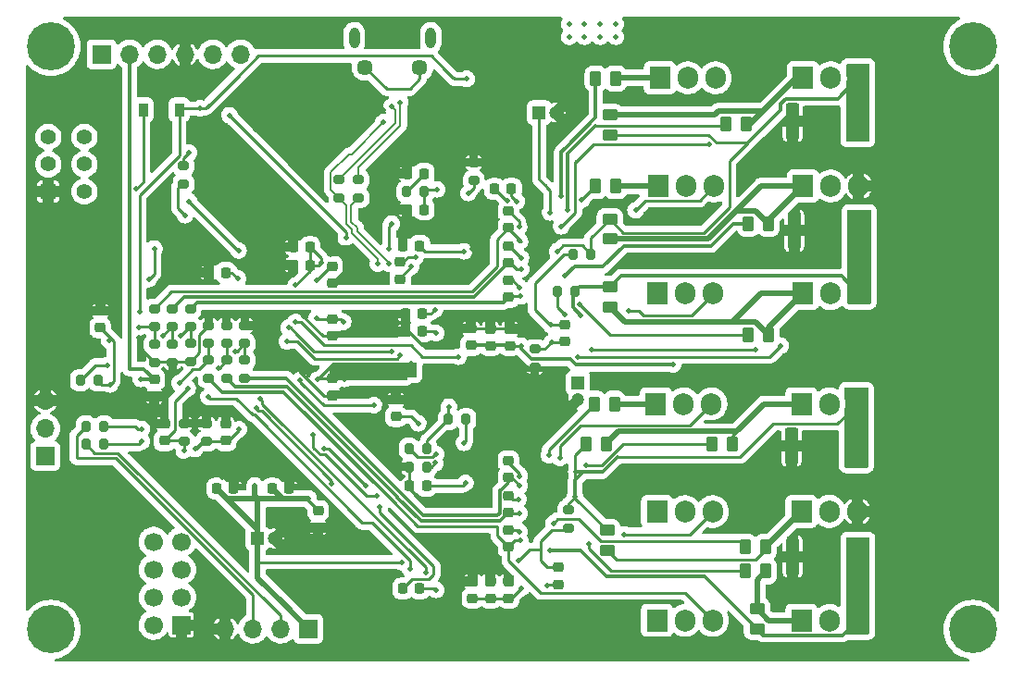
<source format=gbr>
%TF.GenerationSoftware,KiCad,Pcbnew,(6.0.10)*%
%TF.CreationDate,2023-01-28T14:49:12-05:00*%
%TF.ProjectId,electrium-esc,656c6563-7472-4697-956d-2d6573632e6b,rev?*%
%TF.SameCoordinates,Original*%
%TF.FileFunction,Copper,L2,Bot*%
%TF.FilePolarity,Positive*%
%FSLAX46Y46*%
G04 Gerber Fmt 4.6, Leading zero omitted, Abs format (unit mm)*
G04 Created by KiCad (PCBNEW (6.0.10)) date 2023-01-28 14:49:12*
%MOMM*%
%LPD*%
G01*
G04 APERTURE LIST*
G04 Aperture macros list*
%AMRoundRect*
0 Rectangle with rounded corners*
0 $1 Rounding radius*
0 $2 $3 $4 $5 $6 $7 $8 $9 X,Y pos of 4 corners*
0 Add a 4 corners polygon primitive as box body*
4,1,4,$2,$3,$4,$5,$6,$7,$8,$9,$2,$3,0*
0 Add four circle primitives for the rounded corners*
1,1,$1+$1,$2,$3*
1,1,$1+$1,$4,$5*
1,1,$1+$1,$6,$7*
1,1,$1+$1,$8,$9*
0 Add four rect primitives between the rounded corners*
20,1,$1+$1,$2,$3,$4,$5,0*
20,1,$1+$1,$4,$5,$6,$7,0*
20,1,$1+$1,$6,$7,$8,$9,0*
20,1,$1+$1,$8,$9,$2,$3,0*%
G04 Aperture macros list end*
%TA.AperFunction,ComponentPad*%
%ADD10C,1.700000*%
%TD*%
%TA.AperFunction,ComponentPad*%
%ADD11R,1.700000X1.700000*%
%TD*%
%TA.AperFunction,ConnectorPad*%
%ADD12C,4.400000*%
%TD*%
%TA.AperFunction,ComponentPad*%
%ADD13C,2.600000*%
%TD*%
%TA.AperFunction,SMDPad,CuDef*%
%ADD14RoundRect,0.250000X0.362500X1.425000X-0.362500X1.425000X-0.362500X-1.425000X0.362500X-1.425000X0*%
%TD*%
%TA.AperFunction,ComponentPad*%
%ADD15O,1.905000X2.000000*%
%TD*%
%TA.AperFunction,ComponentPad*%
%ADD16R,1.905000X2.000000*%
%TD*%
%TA.AperFunction,ComponentPad*%
%ADD17O,1.700000X1.700000*%
%TD*%
%TA.AperFunction,ComponentPad*%
%ADD18R,1.200000X1.200000*%
%TD*%
%TA.AperFunction,ComponentPad*%
%ADD19C,1.200000*%
%TD*%
%TA.AperFunction,SMDPad,CuDef*%
%ADD20RoundRect,0.225000X0.250000X-0.225000X0.250000X0.225000X-0.250000X0.225000X-0.250000X-0.225000X0*%
%TD*%
%TA.AperFunction,ComponentPad*%
%ADD21R,1.400000X1.400000*%
%TD*%
%TA.AperFunction,ComponentPad*%
%ADD22C,1.400000*%
%TD*%
%TA.AperFunction,SMDPad,CuDef*%
%ADD23RoundRect,0.225000X0.225000X0.250000X-0.225000X0.250000X-0.225000X-0.250000X0.225000X-0.250000X0*%
%TD*%
%TA.AperFunction,ComponentPad*%
%ADD24O,0.950000X1.900000*%
%TD*%
%TA.AperFunction,ComponentPad*%
%ADD25C,1.450000*%
%TD*%
%TA.AperFunction,SMDPad,CuDef*%
%ADD26RoundRect,0.225000X-0.225000X-0.250000X0.225000X-0.250000X0.225000X0.250000X-0.225000X0.250000X0*%
%TD*%
%TA.AperFunction,SMDPad,CuDef*%
%ADD27RoundRect,0.250000X0.262500X0.450000X-0.262500X0.450000X-0.262500X-0.450000X0.262500X-0.450000X0*%
%TD*%
%TA.AperFunction,SMDPad,CuDef*%
%ADD28RoundRect,0.200000X-0.275000X0.200000X-0.275000X-0.200000X0.275000X-0.200000X0.275000X0.200000X0*%
%TD*%
%TA.AperFunction,SMDPad,CuDef*%
%ADD29RoundRect,0.200000X0.275000X-0.200000X0.275000X0.200000X-0.275000X0.200000X-0.275000X-0.200000X0*%
%TD*%
%TA.AperFunction,SMDPad,CuDef*%
%ADD30RoundRect,0.200000X-0.200000X-0.275000X0.200000X-0.275000X0.200000X0.275000X-0.200000X0.275000X0*%
%TD*%
%TA.AperFunction,SMDPad,CuDef*%
%ADD31RoundRect,0.250000X-0.450000X0.262500X-0.450000X-0.262500X0.450000X-0.262500X0.450000X0.262500X0*%
%TD*%
%TA.AperFunction,SMDPad,CuDef*%
%ADD32RoundRect,0.200000X0.200000X0.275000X-0.200000X0.275000X-0.200000X-0.275000X0.200000X-0.275000X0*%
%TD*%
%TA.AperFunction,SMDPad,CuDef*%
%ADD33RoundRect,0.250000X0.450000X-0.262500X0.450000X0.262500X-0.450000X0.262500X-0.450000X-0.262500X0*%
%TD*%
%TA.AperFunction,SMDPad,CuDef*%
%ADD34RoundRect,0.225000X-0.250000X0.225000X-0.250000X-0.225000X0.250000X-0.225000X0.250000X0.225000X0*%
%TD*%
%TA.AperFunction,SMDPad,CuDef*%
%ADD35RoundRect,0.250000X-0.262500X-0.450000X0.262500X-0.450000X0.262500X0.450000X-0.262500X0.450000X0*%
%TD*%
%TA.AperFunction,SMDPad,CuDef*%
%ADD36R,0.900000X1.200000*%
%TD*%
%TA.AperFunction,ViaPad*%
%ADD37C,0.500000*%
%TD*%
%TA.AperFunction,Conductor*%
%ADD38C,0.254000*%
%TD*%
%TA.AperFunction,Conductor*%
%ADD39C,0.300000*%
%TD*%
%TA.AperFunction,Conductor*%
%ADD40C,0.500000*%
%TD*%
%TA.AperFunction,Conductor*%
%ADD41C,0.250000*%
%TD*%
%TA.AperFunction,Conductor*%
%ADD42C,0.200000*%
%TD*%
G04 APERTURE END LIST*
D10*
%TO.P,U5,8,IRQ*%
%TO.N,unconnected-(U5-Pad8)*%
X115870000Y-94017000D03*
%TO.P,U5,7,MISO*%
%TO.N,/MCU (STM32F407ZGT6)/NRF_MISO*%
X118410000Y-94017000D03*
%TO.P,U5,6,MOSI*%
%TO.N,/MCU (STM32F407ZGT6)/NRF_MOSI*%
X115870000Y-96557000D03*
%TO.P,U5,5,SCK*%
%TO.N,/MCU (STM32F407ZGT6)/NRF_SCK*%
X118410000Y-96557000D03*
%TO.P,U5,4,~{CSN}*%
%TO.N,/MCU (STM32F407ZGT6)/NRF_CSN*%
X115870000Y-99097000D03*
%TO.P,U5,3,CE*%
%TO.N,/MCU (STM32F407ZGT6)/NRF_CE*%
X118410000Y-99097000D03*
%TO.P,U5,2,VCC*%
%TO.N,+3.3V*%
X115870000Y-101637000D03*
D11*
%TO.P,U5,1,GND*%
%TO.N,GND*%
X118410000Y-101637000D03*
%TD*%
D12*
%TO.P,REF\u002A\u002A,1*%
%TO.N,N/C*%
X190804800Y-48666400D03*
D13*
X190804800Y-48666400D03*
%TD*%
D12*
%TO.P,REF\u002A\u002A,1*%
%TO.N,N/C*%
X190804800Y-102057200D03*
D13*
X190804800Y-102057200D03*
%TD*%
D12*
%TO.P,asd,1*%
%TO.N,N/C*%
X106476800Y-102057200D03*
D13*
X106476800Y-102057200D03*
%TD*%
D12*
%TO.P,REF\u002A\u002A,1*%
%TO.N,N/C*%
X106476800Y-48666400D03*
D13*
X106476800Y-48666400D03*
%TD*%
D14*
%TO.P,R61,1*%
%TO.N,/Motor Driver B (DRV8301)/H1_LOW*%
X180127500Y-85217000D03*
%TO.P,R61,2*%
%TO.N,GND*%
X174202500Y-85217000D03*
%TD*%
%TO.P,R60,1*%
%TO.N,/Motor Driver B (DRV8301)/H3_LOW*%
X180254500Y-95377000D03*
%TO.P,R60,2*%
%TO.N,GND*%
X174329500Y-95377000D03*
%TD*%
%TO.P,R59,1*%
%TO.N,/Motor Driver A (DRV8301)/H1_LOW*%
X180254500Y-55499000D03*
%TO.P,R59,2*%
%TO.N,GND*%
X174329500Y-55499000D03*
%TD*%
%TO.P,R58,1*%
%TO.N,/Motor Driver A (DRV8301)/H3_LOW*%
X180381500Y-65532000D03*
%TO.P,R58,2*%
%TO.N,GND*%
X174456500Y-65532000D03*
%TD*%
D15*
%TO.P,Q4,3,S*%
%TO.N,/Motor Driver A (DRV8301)/H1_LOW*%
X180340000Y-51562000D03*
%TO.P,Q4,2,D*%
%TO.N,/Motor Driver A (DRV8301)/H1_VS*%
X177800000Y-51562000D03*
D16*
%TO.P,Q4,1,G*%
%TO.N,Net-(Q4-Pad1)*%
X175260000Y-51562000D03*
%TD*%
D11*
%TO.P,J4,1,Pin_1*%
%TO.N,Net-(J4-Pad1)*%
X105968800Y-86192600D03*
D17*
%TO.P,J4,2,Pin_2*%
%TO.N,+3.3V*%
X105968800Y-83652600D03*
%TO.P,J4,3,Pin_3*%
%TO.N,GND*%
X105968800Y-81112600D03*
%TD*%
D15*
%TO.P,Q5,3,S*%
%TO.N,GND*%
X180340000Y-61468000D03*
%TO.P,Q5,2,D*%
%TO.N,/Motor Driver A (DRV8301)/H2_VS*%
X177800000Y-61468000D03*
D16*
%TO.P,Q5,1,G*%
%TO.N,Net-(Q5-Pad1)*%
X175260000Y-61468000D03*
%TD*%
D18*
%TO.P,C58,1*%
%TO.N,+3.3V*%
X154686000Y-79502000D03*
D19*
%TO.P,C58,2*%
%TO.N,GND*%
X154686000Y-81002000D03*
%TD*%
D15*
%TO.P,Q1,3,S*%
%TO.N,/Motor Driver A (DRV8301)/H1_VS*%
X167259000Y-51562000D03*
%TO.P,Q1,2,D*%
%TO.N,V_SUPPLY*%
X164719000Y-51562000D03*
D16*
%TO.P,Q1,1,G*%
%TO.N,Net-(Q1-Pad1)*%
X162179000Y-51562000D03*
%TD*%
D18*
%TO.P,C75,1*%
%TO.N,+3.3V*%
X125388401Y-93726000D03*
D19*
%TO.P,C75,2*%
%TO.N,GND*%
X126888401Y-93726000D03*
%TD*%
D15*
%TO.P,Q8,3,S*%
%TO.N,/Motor Driver B (DRV8301)/H2_VS*%
X167005000Y-91257000D03*
%TO.P,Q8,2,D*%
%TO.N,V_SUPPLY*%
X164465000Y-91257000D03*
D16*
%TO.P,Q8,1,G*%
%TO.N,Net-(Q8-Pad1)*%
X161925000Y-91257000D03*
%TD*%
D20*
%TO.P,C3,1*%
%TO.N,+3.3V*%
X110998000Y-74435000D03*
%TO.P,C3,2*%
%TO.N,GND*%
X110998000Y-72885000D03*
%TD*%
D11*
%TO.P,J5,1,Pin_1*%
%TO.N,+3.3V*%
X130038000Y-101981000D03*
D17*
%TO.P,J5,2,Pin_2*%
%TO.N,Net-(J5-Pad2)*%
X127498000Y-101981000D03*
%TO.P,J5,3,Pin_3*%
%TO.N,Net-(J5-Pad3)*%
X124958000Y-101981000D03*
%TO.P,J5,4,Pin_4*%
%TO.N,GND*%
X122418000Y-101981000D03*
%TD*%
D11*
%TO.P,J1,1,Pin_1*%
%TO.N,/MCU (STM32F407ZGT6)/SWO*%
X111125000Y-49403000D03*
D17*
%TO.P,J1,2,Pin_2*%
%TO.N,NRST*%
X113665000Y-49403000D03*
%TO.P,J1,3,Pin_3*%
%TO.N,SWDIO*%
X116205000Y-49403000D03*
%TO.P,J1,4,Pin_4*%
%TO.N,GND*%
X118745000Y-49403000D03*
%TO.P,J1,5,Pin_5*%
%TO.N,SWCLK*%
X121285000Y-49403000D03*
%TO.P,J1,6,Pin_6*%
%TO.N,+3.3V*%
X123825000Y-49403000D03*
%TD*%
D18*
%TO.P,C35,1*%
%TO.N,+3.3V*%
X151130000Y-54737000D03*
D19*
%TO.P,C35,2*%
%TO.N,GND*%
X152630000Y-54737000D03*
%TD*%
D15*
%TO.P,Q11,3,S*%
%TO.N,GND*%
X180213000Y-91242000D03*
%TO.P,Q11,2,D*%
%TO.N,/Motor Driver B (DRV8301)/H2_VS*%
X177673000Y-91242000D03*
D16*
%TO.P,Q11,1,G*%
%TO.N,Net-(Q11-Pad1)*%
X175133000Y-91242000D03*
%TD*%
D15*
%TO.P,Q9,3,S*%
%TO.N,/Motor Driver B (DRV8301)/H3_VS*%
X167005000Y-101219000D03*
%TO.P,Q9,2,D*%
%TO.N,V_SUPPLY*%
X164465000Y-101219000D03*
D16*
%TO.P,Q9,1,G*%
%TO.N,Net-(Q9-Pad1)*%
X161925000Y-101219000D03*
%TD*%
D15*
%TO.P,Q7,3,S*%
%TO.N,/Motor Driver B (DRV8301)/H1_VS*%
X166878000Y-81407000D03*
%TO.P,Q7,2,D*%
%TO.N,V_SUPPLY*%
X164338000Y-81407000D03*
D16*
%TO.P,Q7,1,G*%
%TO.N,Net-(Q7-Pad1)*%
X161798000Y-81407000D03*
%TD*%
D21*
%TO.P,SW1,1,A*%
%TO.N,GND*%
X106249200Y-61970500D03*
D22*
%TO.P,SW1,2,B*%
%TO.N,/MCU (STM32F407ZGT6)/SW_BOOT0*%
X106249200Y-59470500D03*
%TO.P,SW1,3,C*%
%TO.N,+3.3V*%
X106249200Y-56970500D03*
%TO.P,SW1,4*%
%TO.N,N/C*%
X109549200Y-61970500D03*
%TO.P,SW1,5*%
X109549200Y-59470500D03*
%TO.P,SW1,6*%
X109549200Y-56970500D03*
%TD*%
D15*
%TO.P,Q6,3,S*%
%TO.N,/Motor Driver A (DRV8301)/H3_LOW*%
X180340000Y-71303000D03*
%TO.P,Q6,2,D*%
%TO.N,/Motor Driver A (DRV8301)/H3_VS*%
X177800000Y-71303000D03*
D16*
%TO.P,Q6,1,G*%
%TO.N,Net-(Q6-Pad1)*%
X175260000Y-71303000D03*
%TD*%
D23*
%TO.P,C62,1*%
%TO.N,Net-(C62-Pad1)*%
X140221000Y-98298000D03*
%TO.P,C62,2*%
%TO.N,Net-(C62-Pad2)*%
X138671000Y-98298000D03*
%TD*%
D24*
%TO.P,J2,SH8,SHIELD*%
%TO.N,unconnected-(J2-PadSH1)*%
X134218800Y-47910000D03*
%TO.P,J2,SH3,SHIELD*%
X141218800Y-47910000D03*
D25*
%TO.P,J2,SH2,SHIELD*%
X135218800Y-50610000D03*
%TO.P,J2,SH1,SHIELD*%
X140218800Y-50610000D03*
%TD*%
D15*
%TO.P,Q10,3,S*%
%TO.N,/Motor Driver B (DRV8301)/H1_LOW*%
X180213000Y-81407000D03*
%TO.P,Q10,2,D*%
%TO.N,/Motor Driver B (DRV8301)/H1_VS*%
X177673000Y-81407000D03*
D16*
%TO.P,Q10,1,G*%
%TO.N,Net-(Q10-Pad1)*%
X175133000Y-81407000D03*
%TD*%
D15*
%TO.P,Q2,3,S*%
%TO.N,/Motor Driver A (DRV8301)/H2_VS*%
X167132000Y-61468000D03*
%TO.P,Q2,2,D*%
%TO.N,V_SUPPLY*%
X164592000Y-61468000D03*
D16*
%TO.P,Q2,1,G*%
%TO.N,Net-(Q2-Pad1)*%
X162052000Y-61468000D03*
%TD*%
D15*
%TO.P,Q3,3,S*%
%TO.N,/Motor Driver A (DRV8301)/H3_VS*%
X167005000Y-71303000D03*
%TO.P,Q3,2,D*%
%TO.N,V_SUPPLY*%
X164465000Y-71303000D03*
D16*
%TO.P,Q3,1,G*%
%TO.N,Net-(Q3-Pad1)*%
X161925000Y-71303000D03*
%TD*%
D15*
%TO.P,Q12,3,S*%
%TO.N,/Motor Driver B (DRV8301)/H3_LOW*%
X180213000Y-101219000D03*
%TO.P,Q12,2,D*%
%TO.N,/Motor Driver B (DRV8301)/H3_VS*%
X177673000Y-101219000D03*
D16*
%TO.P,Q12,1,G*%
%TO.N,Net-(Q12-Pad1)*%
X175133000Y-101219000D03*
%TD*%
D26*
%TO.P,C12,1*%
%TO.N,+3.3V*%
X126733000Y-89154000D03*
%TO.P,C12,2*%
%TO.N,GND*%
X128283000Y-89154000D03*
%TD*%
D27*
%TO.P,R39,1*%
%TO.N,Net-(Q6-Pad1)*%
X172108500Y-75057000D03*
%TO.P,R39,2*%
%TO.N,/Motor Driver A (DRV8301)/M_L3*%
X170283500Y-75057000D03*
%TD*%
D23*
%TO.P,C8,1*%
%TO.N,+3.3V*%
X122491800Y-69392800D03*
%TO.P,C8,2*%
%TO.N,GND*%
X120941800Y-69392800D03*
%TD*%
D28*
%TO.P,R66,1*%
%TO.N,Net-(D6-Pad2)*%
X118618000Y-59627000D03*
%TO.P,R66,2*%
%TO.N,/MCU (STM32F407ZGT6)/LED*%
X118618000Y-61277000D03*
%TD*%
D27*
%TO.P,R38,1*%
%TO.N,Net-(Q5-Pad1)*%
X172108500Y-64897000D03*
%TO.P,R38,2*%
%TO.N,/Motor Driver A (DRV8301)/M_L2*%
X170283500Y-64897000D03*
%TD*%
D26*
%TO.P,C60,1*%
%TO.N,GND*%
X139280600Y-88900000D03*
%TO.P,C60,2*%
%TO.N,/Motor Driver B (DRV8301)/GVDD*%
X140830600Y-88900000D03*
%TD*%
D20*
%TO.P,C39,1*%
%TO.N,Net-(C39-Pad1)*%
X138430000Y-69990000D03*
%TO.P,C39,2*%
%TO.N,Net-(C39-Pad2)*%
X138430000Y-68440000D03*
%TD*%
%TO.P,C26,1*%
%TO.N,V_SUPPLY*%
X146685000Y-76073000D03*
%TO.P,C26,2*%
%TO.N,GND*%
X146685000Y-74523000D03*
%TD*%
%TO.P,C77,1*%
%TO.N,/MCU (STM32F407ZGT6)/TEMP_B*%
X122478800Y-84785200D03*
%TO.P,C77,2*%
%TO.N,GND*%
X122478800Y-83235200D03*
%TD*%
D29*
%TO.P,R11,1*%
%TO.N,GND*%
X115951000Y-77598000D03*
%TO.P,R11,2*%
%TO.N,/MCU (STM32F407ZGT6)/SENS1_A*%
X115951000Y-75948000D03*
%TD*%
D26*
%TO.P,C11,1*%
%TO.N,+3.3V*%
X121653000Y-89154000D03*
%TO.P,C11,2*%
%TO.N,GND*%
X123203000Y-89154000D03*
%TD*%
D20*
%TO.P,C69,1*%
%TO.N,V_SUPPLY*%
X146685000Y-99187000D03*
%TO.P,C69,2*%
%TO.N,GND*%
X146685000Y-97637000D03*
%TD*%
D30*
%TO.P,R65,1*%
%TO.N,Net-(D5-Pad2)*%
X109157000Y-79248000D03*
%TO.P,R65,2*%
%TO.N,+3.3V*%
X110807000Y-79248000D03*
%TD*%
D29*
%TO.P,R72,1*%
%TO.N,/MCU (STM32F407ZGT6)/TEMP_B*%
X120700800Y-84835200D03*
%TO.P,R72,2*%
%TO.N,GND*%
X120700800Y-83185200D03*
%TD*%
D28*
%TO.P,R29,1*%
%TO.N,GND*%
X122555000Y-74232000D03*
%TO.P,R29,2*%
%TO.N,/MCU (STM32F407ZGT6)/SENS2_B*%
X122555000Y-75882000D03*
%TD*%
D31*
%TO.P,R51,1*%
%TO.N,Net-(Q12-Pad1)*%
X171069000Y-100179500D03*
%TO.P,R51,2*%
%TO.N,/Motor Driver B (DRV8301)/H3_LOW*%
X171069000Y-102004500D03*
%TD*%
D32*
%TO.P,R10,1*%
%TO.N,/Motor Driver A (DRV8301)/H1_LOW*%
X155892000Y-67691000D03*
%TO.P,R10,2*%
%TO.N,Net-(C42-Pad1)*%
X154242000Y-67691000D03*
%TD*%
D29*
%TO.P,R13,1*%
%TO.N,GND*%
X117602000Y-77597000D03*
%TO.P,R13,2*%
%TO.N,/MCU (STM32F407ZGT6)/SENS2_A*%
X117602000Y-75947000D03*
%TD*%
D33*
%TO.P,R42,1*%
%TO.N,Net-(Q6-Pad1)*%
X157607000Y-72540500D03*
%TO.P,R42,2*%
%TO.N,/Motor Driver A (DRV8301)/H3_LOW*%
X157607000Y-70715500D03*
%TD*%
D34*
%TO.P,C40,1*%
%TO.N,Net-(C40-Pad1)*%
X148336000Y-70091000D03*
%TO.P,C40,2*%
%TO.N,/Motor Driver A (DRV8301)/H3_VS*%
X148336000Y-71641000D03*
%TD*%
D30*
%TO.P,R64,1*%
%TO.N,Net-(J5-Pad2)*%
X109687382Y-85090000D03*
%TO.P,R64,2*%
%TO.N,/MCU (STM32F407ZGT6)/GPIO2*%
X111337382Y-85090000D03*
%TD*%
D34*
%TO.P,C13,1*%
%TO.N,+3.3V*%
X130937000Y-91173000D03*
%TO.P,C13,2*%
%TO.N,GND*%
X130937000Y-92723000D03*
%TD*%
%TO.P,C63,1*%
%TO.N,Net-(C63-Pad1)*%
X148336000Y-92951000D03*
%TO.P,C63,2*%
%TO.N,/Motor Driver B (DRV8301)/H3_VS*%
X148336000Y-94501000D03*
%TD*%
D35*
%TO.P,R34,1*%
%TO.N,/Motor Driver A (DRV8301)/M_H1*%
X156313500Y-51633000D03*
%TO.P,R34,2*%
%TO.N,Net-(Q1-Pad1)*%
X158138500Y-51633000D03*
%TD*%
D29*
%TO.P,R71,1*%
%TO.N,/MCU (STM32F407ZGT6)/TEMP_A*%
X118668800Y-84835200D03*
%TO.P,R71,2*%
%TO.N,GND*%
X118668800Y-83185200D03*
%TD*%
D31*
%TO.P,R40,1*%
%TO.N,Net-(Q4-Pad1)*%
X157607000Y-54967500D03*
%TO.P,R40,2*%
%TO.N,/Motor Driver A (DRV8301)/H1_LOW*%
X157607000Y-56792500D03*
%TD*%
D32*
%TO.P,R2,1*%
%TO.N,/Motor Driver A (DRV8301)/COMP*%
X140652000Y-61976000D03*
%TO.P,R2,2*%
%TO.N,Net-(C31-Pad2)*%
X139002000Y-61976000D03*
%TD*%
D20*
%TO.P,C27,1*%
%TO.N,V_SUPPLY*%
X148463000Y-76073000D03*
%TO.P,C27,2*%
%TO.N,GND*%
X148463000Y-74523000D03*
%TD*%
D34*
%TO.P,C36,1*%
%TO.N,Net-(C36-Pad1)*%
X148336000Y-63754000D03*
%TO.P,C36,2*%
%TO.N,/Motor Driver A (DRV8301)/H1_VS*%
X148336000Y-65304000D03*
%TD*%
D29*
%TO.P,R17,1*%
%TO.N,GND*%
X119253000Y-77533000D03*
%TO.P,R17,2*%
%TO.N,/MCU (STM32F407ZGT6)/SENS3_A*%
X119253000Y-75883000D03*
%TD*%
D30*
%TO.P,R19,1*%
%TO.N,+3.3V*%
X142812000Y-82804000D03*
%TO.P,R19,2*%
%TO.N,/Motor Driver B (DRV8301)/VSENSE*%
X144462000Y-82804000D03*
%TD*%
D29*
%TO.P,R56,1*%
%TO.N,/MCU (STM32F407ZGT6)/USB_D+*%
X132842000Y-62547000D03*
%TO.P,R56,2*%
%TO.N,/USB_D+*%
X132842000Y-60897000D03*
%TD*%
%TO.P,R8,1*%
%TO.N,/MCU (STM32F407ZGT6)/SENS1_A*%
X115951000Y-74359000D03*
%TO.P,R8,2*%
%TO.N,/Motor Driver A (DRV8301)/H1_VS*%
X115951000Y-72709000D03*
%TD*%
D20*
%TO.P,C68,1*%
%TO.N,V_SUPPLY*%
X145034000Y-99187000D03*
%TO.P,C68,2*%
%TO.N,GND*%
X145034000Y-97637000D03*
%TD*%
D29*
%TO.P,R15,1*%
%TO.N,/MCU (STM32F407ZGT6)/SENS3_A*%
X119253000Y-74358000D03*
%TO.P,R15,2*%
%TO.N,/Motor Driver A (DRV8301)/H3_VS*%
X119253000Y-72708000D03*
%TD*%
D27*
%TO.P,R49,1*%
%TO.N,Net-(Q10-Pad1)*%
X157249500Y-85090000D03*
%TO.P,R49,2*%
%TO.N,/Motor Driver B (DRV8301)/H1_LOW*%
X155424500Y-85090000D03*
%TD*%
%TO.P,R47,1*%
%TO.N,Net-(Q11-Pad1)*%
X171854500Y-94488000D03*
%TO.P,R47,2*%
%TO.N,/Motor Driver B (DRV8301)/M_L2*%
X170029500Y-94488000D03*
%TD*%
D36*
%TO.P,D4,1,K*%
%TO.N,+3.3V*%
X114936000Y-54483000D03*
%TO.P,D4,2,A*%
%TO.N,/AN_IN*%
X118236000Y-54483000D03*
%TD*%
D34*
%TO.P,C16,1*%
%TO.N,+3.3V*%
X132207000Y-68821000D03*
%TO.P,C16,2*%
%TO.N,GND*%
X132207000Y-70371000D03*
%TD*%
%TO.P,C59,1*%
%TO.N,Net-(C59-Pad1)*%
X148336000Y-86614000D03*
%TO.P,C59,2*%
%TO.N,/Motor Driver B (DRV8301)/H1_VS*%
X148336000Y-88164000D03*
%TD*%
D27*
%TO.P,R48,1*%
%TO.N,Net-(Q12-Pad1)*%
X171854500Y-96718000D03*
%TO.P,R48,2*%
%TO.N,/Motor Driver B (DRV8301)/M_L3*%
X170029500Y-96718000D03*
%TD*%
D34*
%TO.P,C65,1*%
%TO.N,Net-(C65-Pad1)*%
X152908000Y-96380000D03*
%TO.P,C65,2*%
%TO.N,Net-(C65-Pad2)*%
X152908000Y-97930000D03*
%TD*%
D28*
%TO.P,R33,1*%
%TO.N,GND*%
X120904000Y-74232000D03*
%TO.P,R33,2*%
%TO.N,/MCU (STM32F407ZGT6)/SENS3_B*%
X120904000Y-75882000D03*
%TD*%
D34*
%TO.P,C14,1*%
%TO.N,+3.3V*%
X132207000Y-79108000D03*
%TO.P,C14,2*%
%TO.N,GND*%
X132207000Y-80658000D03*
%TD*%
D26*
%TO.P,C43,1*%
%TO.N,GND*%
X138925000Y-73152000D03*
%TO.P,C43,2*%
%TO.N,/Motor Driver A (DRV8301)/DVDD*%
X140475000Y-73152000D03*
%TD*%
D32*
%TO.P,R22,1*%
%TO.N,+3.3V*%
X140880600Y-85496400D03*
%TO.P,R22,2*%
%TO.N,/Motor Driver B (DRV8301)/NFAULT*%
X139230600Y-85496400D03*
%TD*%
D26*
%TO.P,C37,1*%
%TO.N,GND*%
X138671000Y-66929000D03*
%TO.P,C37,2*%
%TO.N,/Motor Driver A (DRV8301)/GVDD*%
X140221000Y-66929000D03*
%TD*%
D20*
%TO.P,C70,1*%
%TO.N,V_SUPPLY*%
X148336000Y-99187000D03*
%TO.P,C70,2*%
%TO.N,GND*%
X148336000Y-97637000D03*
%TD*%
D34*
%TO.P,C61,1*%
%TO.N,Net-(C61-Pad1)*%
X148336000Y-89789000D03*
%TO.P,C61,2*%
%TO.N,/Motor Driver B (DRV8301)/H2_VS*%
X148336000Y-91339000D03*
%TD*%
D29*
%TO.P,R12,1*%
%TO.N,/MCU (STM32F407ZGT6)/SENS2_A*%
X117602000Y-74359000D03*
%TO.P,R12,2*%
%TO.N,/Motor Driver A (DRV8301)/H2_VS*%
X117602000Y-72709000D03*
%TD*%
D20*
%TO.P,C25,1*%
%TO.N,V_SUPPLY*%
X144907000Y-76060000D03*
%TO.P,C25,2*%
%TO.N,GND*%
X144907000Y-74510000D03*
%TD*%
D23*
%TO.P,C22,1*%
%TO.N,Net-(C21-Pad1)*%
X130188000Y-68707000D03*
%TO.P,C22,2*%
%TO.N,GND*%
X128638000Y-68707000D03*
%TD*%
D28*
%TO.P,R31,1*%
%TO.N,/MCU (STM32F407ZGT6)/SENS3_B*%
X120904000Y-77407000D03*
%TO.P,R31,2*%
%TO.N,/Motor Driver B (DRV8301)/H3_VS*%
X120904000Y-79057000D03*
%TD*%
%TO.P,R28,1*%
%TO.N,/MCU (STM32F407ZGT6)/SENS2_B*%
X122555000Y-77407000D03*
%TO.P,R28,2*%
%TO.N,/Motor Driver B (DRV8301)/H2_VS*%
X122555000Y-79057000D03*
%TD*%
D23*
%TO.P,C44,1*%
%TO.N,/Motor Driver A (DRV8301)/AVDD*%
X140475000Y-74777600D03*
%TO.P,C44,2*%
%TO.N,GND*%
X138925000Y-74777600D03*
%TD*%
D28*
%TO.P,R24,1*%
%TO.N,/MCU (STM32F407ZGT6)/SENS1_B*%
X124206000Y-77407000D03*
%TO.P,R24,2*%
%TO.N,/Motor Driver B (DRV8301)/H1_VS*%
X124206000Y-79057000D03*
%TD*%
D23*
%TO.P,C34,1*%
%TO.N,Net-(C34-Pad1)*%
X148603000Y-61722000D03*
%TO.P,C34,2*%
%TO.N,Net-(C34-Pad2)*%
X147053000Y-61722000D03*
%TD*%
D28*
%TO.P,R27,1*%
%TO.N,GND*%
X124206000Y-74232000D03*
%TO.P,R27,2*%
%TO.N,/MCU (STM32F407ZGT6)/SENS1_B*%
X124206000Y-75882000D03*
%TD*%
D31*
%TO.P,R41,1*%
%TO.N,/Motor Driver A (DRV8301)/H1_LOW*%
X157607000Y-64492500D03*
%TO.P,R41,2*%
%TO.N,Net-(Q5-Pad1)*%
X157607000Y-66317500D03*
%TD*%
D28*
%TO.P,R26,1*%
%TO.N,/Motor Driver B (DRV8301)/H1_LOW*%
X153797000Y-91123000D03*
%TO.P,R26,2*%
%TO.N,Net-(C65-Pad1)*%
X153797000Y-92773000D03*
%TD*%
D26*
%TO.P,C31,1*%
%TO.N,GND*%
X139067904Y-60325000D03*
%TO.P,C31,2*%
%TO.N,Net-(C31-Pad2)*%
X140617904Y-60325000D03*
%TD*%
D23*
%TO.P,C21,1*%
%TO.N,Net-(C21-Pad1)*%
X130188000Y-67056000D03*
%TO.P,C21,2*%
%TO.N,GND*%
X128638000Y-67056000D03*
%TD*%
D30*
%TO.P,R23,1*%
%TO.N,GND*%
X139230600Y-87172800D03*
%TO.P,R23,2*%
%TO.N,/Motor Driver B (DRV8301)/DTC*%
X140880600Y-87172800D03*
%TD*%
D32*
%TO.P,R9,1*%
%TO.N,/Motor Driver A (DRV8301)/H3_LOW*%
X154444200Y-71120000D03*
%TO.P,R9,2*%
%TO.N,Net-(C41-Pad1)*%
X152794200Y-71120000D03*
%TD*%
D29*
%TO.P,R5,1*%
%TO.N,/Motor Driver A (DRV8301)/VSENSE*%
X145161000Y-60960000D03*
%TO.P,R5,2*%
%TO.N,GND*%
X145161000Y-59310000D03*
%TD*%
D34*
%TO.P,C20,1*%
%TO.N,NRST*%
X115951000Y-79172000D03*
%TO.P,C20,2*%
%TO.N,GND*%
X115951000Y-80722000D03*
%TD*%
D35*
%TO.P,R46,1*%
%TO.N,/Motor Driver B (DRV8301)/M_L1*%
X166981500Y-85090000D03*
%TO.P,R46,2*%
%TO.N,Net-(Q10-Pad1)*%
X168806500Y-85090000D03*
%TD*%
D20*
%TO.P,C76,1*%
%TO.N,/MCU (STM32F407ZGT6)/TEMP_A*%
X116890800Y-84785200D03*
%TO.P,C76,2*%
%TO.N,GND*%
X116890800Y-83235200D03*
%TD*%
D35*
%TO.P,R37,1*%
%TO.N,/Motor Driver A (DRV8301)/M_L1*%
X168251500Y-55753000D03*
%TO.P,R37,2*%
%TO.N,Net-(Q4-Pad1)*%
X170076500Y-55753000D03*
%TD*%
D34*
%TO.P,C55,1*%
%TO.N,GND*%
X138049000Y-81013000D03*
%TO.P,C55,2*%
%TO.N,/Motor Driver B (DRV8301)/COMP*%
X138049000Y-82563000D03*
%TD*%
D35*
%TO.P,R43,1*%
%TO.N,/Motor Driver B (DRV8301)/M_H1*%
X156186500Y-81407000D03*
%TO.P,R43,2*%
%TO.N,Net-(Q7-Pad1)*%
X158011500Y-81407000D03*
%TD*%
D34*
%TO.P,C38,1*%
%TO.N,Net-(C38-Pad1)*%
X148336000Y-66929000D03*
%TO.P,C38,2*%
%TO.N,/Motor Driver A (DRV8301)/H2_VS*%
X148336000Y-68479000D03*
%TD*%
%TO.P,C15,1*%
%TO.N,+3.3V*%
X132207000Y-73647000D03*
%TO.P,C15,2*%
%TO.N,GND*%
X132207000Y-75197000D03*
%TD*%
%TO.P,C42,1*%
%TO.N,Net-(C42-Pad1)*%
X153466800Y-74167400D03*
%TO.P,C42,2*%
%TO.N,Net-(C42-Pad2)*%
X153466800Y-75717400D03*
%TD*%
D27*
%TO.P,R35,1*%
%TO.N,Net-(Q2-Pad1)*%
X158138500Y-61468000D03*
%TO.P,R35,2*%
%TO.N,/Motor Driver A (DRV8301)/M_H2*%
X156313500Y-61468000D03*
%TD*%
D30*
%TO.P,R63,1*%
%TO.N,Net-(J5-Pad3)*%
X109687382Y-83439000D03*
%TO.P,R63,2*%
%TO.N,/MCU (STM32F407ZGT6)/GPIO1*%
X111337382Y-83439000D03*
%TD*%
D29*
%TO.P,R16,1*%
%TO.N,GND*%
X150749000Y-78041000D03*
%TO.P,R16,2*%
%TO.N,Net-(C42-Pad2)*%
X150749000Y-76391000D03*
%TD*%
%TO.P,R55,1*%
%TO.N,/MCU (STM32F407ZGT6)/USB_D-*%
X134620000Y-62547000D03*
%TO.P,R55,2*%
%TO.N,/USB_D-*%
X134620000Y-60897000D03*
%TD*%
D26*
%TO.P,C32,1*%
%TO.N,GND*%
X139067904Y-63627000D03*
%TO.P,C32,2*%
%TO.N,/Motor Driver A (DRV8301)/COMP*%
X140617904Y-63627000D03*
%TD*%
D31*
%TO.P,R50,1*%
%TO.N,/Motor Driver B (DRV8301)/H1_LOW*%
X157353000Y-92964000D03*
%TO.P,R50,2*%
%TO.N,Net-(Q11-Pad1)*%
X157353000Y-94789000D03*
%TD*%
D37*
%TO.N,GND*%
X149656800Y-50292000D03*
X145389600Y-50292000D03*
X143967200Y-50292000D03*
X146812000Y-50292000D03*
X148234400Y-50292000D03*
X149656800Y-49123600D03*
X145389600Y-49123600D03*
X143967200Y-49123600D03*
X146812000Y-49123600D03*
X148234400Y-49123600D03*
X149656800Y-46786800D03*
X149656800Y-47955200D03*
X143967200Y-46786800D03*
X143967200Y-47955200D03*
X145389600Y-47955200D03*
X145389600Y-46786800D03*
X146812000Y-47955200D03*
X146812000Y-46786800D03*
X148234400Y-47955200D03*
X148234400Y-46786800D03*
%TO.N,V_SUPPLY*%
X158140400Y-46634400D03*
X158140400Y-47802800D03*
X156718000Y-46634400D03*
X156718000Y-47802800D03*
X155295600Y-46634400D03*
X155295600Y-47802800D03*
X153873200Y-47802800D03*
X153873200Y-46634400D03*
%TO.N,/AN_IN*%
X144526000Y-51663600D03*
%TO.N,GND*%
X120751600Y-57556400D03*
X158953200Y-87579200D03*
%TO.N,+3.3V*%
X170942000Y-76454000D03*
%TO.N,GND*%
X161391600Y-63652400D03*
X121361200Y-56591200D03*
%TO.N,/MCU (STM32F407ZGT6)/SCK_B*%
X135280400Y-88900000D03*
%TO.N,GND*%
X137718800Y-83820000D03*
%TO.N,/MCU (STM32F407ZGT6)/BR_SO2_B*%
X140762854Y-96846410D03*
%TO.N,Net-(C21-Pad1)*%
X128879600Y-70561200D03*
%TO.N,/Motor Driver A (DRV8301)/H2_VS*%
X159956500Y-63690500D03*
%TO.N,Net-(C39-Pad1)*%
X139446000Y-68834000D03*
%TO.N,V_SUPPLY*%
X149479000Y-98298000D03*
%TO.N,/MCU (STM32F407ZGT6)/TEMP_B*%
X123659900Y-83731100D03*
%TO.N,/Motor Driver B (DRV8301)/DTC*%
X141630400Y-86817200D03*
%TO.N,/Motor Driver B (DRV8301)/NFAULT*%
X141732000Y-86004400D03*
%TO.N,+3.3V*%
X111810800Y-75590400D03*
%TO.N,GND*%
X109778800Y-72694800D03*
X157358864Y-79177664D03*
%TO.N,Net-(C62-Pad2)*%
X136550400Y-90830400D03*
%TO.N,GND*%
X110439200Y-75946000D03*
%TO.N,/MCU (STM32F407ZGT6)/TEMP_A*%
X128879600Y-73914000D03*
%TO.N,Net-(C21-Pad1)*%
X125272800Y-81788000D03*
%TO.N,/MCU (STM32F407ZGT6)/BR_SO2_B*%
X125628400Y-80924400D03*
%TO.N,Net-(C21-Pad1)*%
X132183147Y-88690990D03*
%TO.N,Net-(C62-Pad1)*%
X141732000Y-98425000D03*
%TO.N,/MCU (STM32F407ZGT6)/DC_CAL_B*%
X136271000Y-89789000D03*
%TO.N,Net-(C41-Pad1)*%
X153479500Y-73215500D03*
%TO.N,/Motor Driver A (DRV8301)/H3_LOW*%
X154940000Y-73279000D03*
%TO.N,+3.3V*%
X115443000Y-69977000D03*
X115951000Y-67183000D03*
%TO.N,GND*%
X155448000Y-54483000D03*
X114554000Y-75311000D03*
X145923000Y-73406000D03*
X147701000Y-73406000D03*
%TO.N,V_SUPPLY*%
X163379461Y-77793539D03*
%TO.N,GND*%
X154178000Y-100838000D03*
%TO.N,/MCU (STM32F407ZGT6)/TEMP_B*%
X129234907Y-79247558D03*
%TO.N,/MCU (STM32F407ZGT6)/BR_SO1_B*%
X120904000Y-80772000D03*
X139319000Y-96520000D03*
%TO.N,+3.3V*%
X138557000Y-95885000D03*
%TO.N,GND*%
X145415000Y-90678000D03*
%TO.N,/Motor Driver B (DRV8301)/GVDD*%
X144399000Y-88646000D03*
%TO.N,GND*%
X146050000Y-63881000D03*
X139192004Y-101118004D03*
X157607000Y-99822000D03*
X146431000Y-86106000D03*
X153797000Y-53086000D03*
X146177000Y-68326000D03*
X133350000Y-80391000D03*
X113792000Y-90551000D03*
X115112800Y-52476400D03*
X149225000Y-100711000D03*
X145034000Y-69646800D03*
X107492800Y-78689200D03*
X115925600Y-70916800D03*
X146431000Y-90678000D03*
X125222000Y-56261000D03*
X129540000Y-63881000D03*
X132029200Y-67716400D03*
X141782800Y-79603600D03*
X146431000Y-89535000D03*
X137668000Y-63627000D03*
X146431000Y-87249000D03*
X107746800Y-82397600D03*
X147066000Y-65024000D03*
X134429500Y-54419500D03*
X136906000Y-54483000D03*
X145415000Y-88392000D03*
X138303000Y-58801000D03*
X122174000Y-88138000D03*
X162306000Y-53594000D03*
X145415000Y-84963000D03*
X142430500Y-76009500D03*
X174498000Y-75488800D03*
X145034000Y-66040000D03*
X126619000Y-85471000D03*
X123571000Y-63246000D03*
X146050000Y-65024000D03*
X145034000Y-67183000D03*
X146050000Y-66040000D03*
X145034000Y-63881000D03*
X145415000Y-86106000D03*
X146558000Y-100711000D03*
X138303000Y-58801000D03*
X133299200Y-74930000D03*
X117221000Y-64135000D03*
X121107200Y-73101200D03*
X108712000Y-90424000D03*
X147066000Y-63881000D03*
X145034000Y-65024000D03*
X143002000Y-98298000D03*
X111658400Y-66192400D03*
X146050000Y-67183000D03*
X145034000Y-68326000D03*
X146405600Y-93675200D03*
X146807678Y-77899390D03*
X145415000Y-87249000D03*
X145288000Y-93675200D03*
X145415000Y-89535000D03*
X161417000Y-53594000D03*
X146431000Y-88392000D03*
X141960600Y-53492400D03*
%TO.N,NRST*%
X114681000Y-79121000D03*
%TO.N,Net-(C21-Pad1)*%
X131191000Y-68453000D03*
%TO.N,+3.3V*%
X125131000Y-88864000D03*
X130810000Y-73533000D03*
X139446000Y-78740000D03*
X114300000Y-61722000D03*
X133350000Y-79121000D03*
X123598000Y-69950000D03*
X139446000Y-77724000D03*
X130810000Y-70104000D03*
X155956000Y-76454000D03*
X133223000Y-73914000D03*
X142875000Y-81661000D03*
X152146000Y-63881000D03*
X130873500Y-79184500D03*
X111887000Y-79629000D03*
X130048000Y-90043000D03*
%TO.N,/Motor Driver A (DRV8301)/COMP*%
X141815026Y-61765974D03*
%TO.N,/Motor Driver A (DRV8301)/GVDD*%
X144272000Y-67437000D03*
%TO.N,/Motor Driver A (DRV8301)/DVDD*%
X141605000Y-72771000D03*
%TO.N,Net-(C34-Pad2)*%
X148222500Y-62851500D03*
%TO.N,Net-(C38-Pad1)*%
X149479000Y-68072000D03*
%TO.N,/Motor Driver A (DRV8301)/AVDD*%
X141732000Y-74930000D03*
%TO.N,V_SUPPLY*%
X149479000Y-76073000D03*
%TO.N,Net-(C39-Pad2)*%
X139827000Y-67945000D03*
%TO.N,Net-(C34-Pad1)*%
X149098000Y-62865000D03*
%TO.N,/Motor Driver A (DRV8301)/H1_VS*%
X153162000Y-65151000D03*
X149352000Y-66421000D03*
X166674800Y-57658000D03*
%TO.N,/Motor Driver A (DRV8301)/H2_VS*%
X149491000Y-69076000D03*
%TO.N,Net-(C36-Pad1)*%
X149288500Y-65214500D03*
%TO.N,/Motor Driver A (DRV8301)/H3_VS*%
X159285512Y-72870488D03*
X149427000Y-71576000D03*
%TO.N,Net-(C40-Pad1)*%
X149352000Y-70739000D03*
%TO.N,Net-(C42-Pad1)*%
X152196800Y-74168000D03*
%TO.N,Net-(C42-Pad2)*%
X152298400Y-75742800D03*
%TO.N,/Motor Driver B (DRV8301)/COMP*%
X140081000Y-83185000D03*
%TO.N,Net-(C59-Pad1)*%
X149365790Y-88053768D03*
%TO.N,Net-(C63-Pad1)*%
X149352000Y-93091000D03*
%TO.N,/Motor Driver B (DRV8301)/H1_VS*%
X153035000Y-86360000D03*
X149352000Y-88900000D03*
%TO.N,Net-(C61-Pad1)*%
X149225000Y-90170000D03*
X149225000Y-90170000D03*
%TO.N,/Motor Driver B (DRV8301)/H2_VS*%
X158877000Y-93345000D03*
X149352000Y-91440000D03*
%TO.N,/Motor Driver B (DRV8301)/H3_VS*%
X149404000Y-93928000D03*
%TO.N,Net-(C65-Pad1)*%
X149225000Y-95758000D03*
%TO.N,Net-(C65-Pad2)*%
X151892000Y-98044000D03*
%TO.N,/MCU (STM32F407ZGT6)/TEMP_A*%
X143764000Y-77089000D03*
X118999000Y-80010000D03*
X118643800Y-85674200D03*
X173228000Y-76073000D03*
X154686000Y-77089000D03*
%TO.N,/MCU (STM32F407ZGT6)/TEMP_B*%
X119659800Y-85547200D03*
X136017000Y-81534000D03*
%TO.N,Net-(D5-Pad2)*%
X111633000Y-77851000D03*
%TO.N,Net-(D6-Pad2)*%
X119126000Y-58420000D03*
%TO.N,/USB_D-*%
X138445000Y-53833000D03*
%TO.N,/USB_D+*%
X137668000Y-54152800D03*
%TO.N,SWDIO*%
X123647200Y-67360800D03*
X119126000Y-62865000D03*
%TO.N,SWCLK*%
X122809000Y-54991000D03*
X133463709Y-66180291D03*
%TO.N,/Motor Driver A (DRV8301)/H1_LOW*%
X152781000Y-67437000D03*
X152781000Y-67437000D03*
%TO.N,/Motor Driver B (DRV8301)/H1_LOW*%
X154432000Y-89916000D03*
%TO.N,/Motor Driver B (DRV8301)/H3_LOW*%
X152082500Y-94805500D03*
%TO.N,/AN_IN*%
X120142000Y-54356000D03*
X114604800Y-72948800D03*
%TO.N,/MCU (STM32F407ZGT6)/USB_D-*%
X137414000Y-68580000D03*
%TO.N,/MCU (STM32F407ZGT6)/USB_D+*%
X136398000Y-68580000D03*
X136906000Y-55626000D03*
%TO.N,/MCU (STM32F407ZGT6)/LED*%
X118745000Y-64135000D03*
%TO.N,/MCU (STM32F407ZGT6)/GPIO1*%
X114808000Y-83693000D03*
%TO.N,/MCU (STM32F407ZGT6)/GPIO2*%
X114808000Y-84836000D03*
%TO.N,/Motor Driver A (DRV8301)/VSENSE*%
X144653000Y-62103000D03*
%TO.N,/MCU (STM32F407ZGT6)/SENS1_A*%
X114554000Y-74422000D03*
%TO.N,/MCU (STM32F407ZGT6)/SENS2_A*%
X116713000Y-75184000D03*
%TO.N,/MCU (STM32F407ZGT6)/SENS3_A*%
X118364000Y-75184000D03*
%TO.N,/Motor Driver A (DRV8301)/M_H1*%
X153162000Y-62357000D03*
%TO.N,/Motor Driver A (DRV8301)/M_L1*%
X153762000Y-63662000D03*
%TO.N,/Motor Driver A (DRV8301)/M_H2*%
X155020000Y-62738000D03*
%TO.N,/Motor Driver A (DRV8301)/M_L2*%
X153517600Y-69697600D03*
%TO.N,/Motor Driver A (DRV8301)/M_L3*%
X154837723Y-72289077D03*
%TO.N,/Motor Driver B (DRV8301)/VSENSE*%
X144272000Y-84963000D03*
%TO.N,/MCU (STM32F407ZGT6)/SENS1_B*%
X123317000Y-76581000D03*
%TO.N,/MCU (STM32F407ZGT6)/SENS2_B*%
X121793000Y-78105000D03*
%TO.N,/MCU (STM32F407ZGT6)/SENS3_B*%
X118237000Y-79502000D03*
%TO.N,/Motor Driver B (DRV8301)/M_H1*%
X152019000Y-86106000D03*
%TO.N,/Motor Driver B (DRV8301)/M_L1*%
X155448000Y-86995000D03*
%TO.N,/Motor Driver B (DRV8301)/M_L2*%
X152440066Y-92335766D03*
%TO.N,/Motor Driver B (DRV8301)/M_L3*%
X155702000Y-94234000D03*
%TO.N,/MCU (STM32F407ZGT6)/BR_SO1_A*%
X128219200Y-74422000D03*
X137668000Y-76581000D03*
%TO.N,/MCU (STM32F407ZGT6)/BR_SO2_A*%
X138430000Y-76962000D03*
X128066800Y-75692000D03*
%TO.N,/MCU (STM32F407ZGT6)/SCK_B*%
X131445000Y-85471000D03*
%TO.N,/MCU (STM32F407ZGT6)/DC_CAL_B*%
X130429000Y-84201000D03*
%TO.N,/MCU (STM32F407ZGT6)/CS_A*%
X137668000Y-64897000D03*
X137414000Y-67183000D03*
%TD*%
D38*
%TO.N,/AN_IN*%
X143363202Y-51663600D02*
X144526000Y-51663600D01*
X142496801Y-50797199D02*
X143363202Y-51663600D01*
X142496801Y-50797199D02*
X141257601Y-49558000D01*
X143235101Y-51535500D02*
X142496801Y-50797199D01*
%TO.N,unconnected-(J2-PadSH1)*%
X140218800Y-51671800D02*
X140218800Y-50610000D01*
X139303100Y-52587500D02*
X140218800Y-51671800D01*
X137404500Y-52587500D02*
X139303100Y-52587500D01*
%TO.N,/AN_IN*%
X125448000Y-49558000D02*
X123470500Y-51535500D01*
X141257601Y-49558000D02*
X125448000Y-49558000D01*
%TO.N,unconnected-(J2-PadSH1)*%
X137196300Y-52587500D02*
X135218800Y-50610000D01*
X137404500Y-52587500D02*
X137196300Y-52587500D01*
%TO.N,+3.3V*%
X167030400Y-76454000D02*
X170942000Y-76454000D01*
X167030400Y-76454000D02*
X155956000Y-76454000D01*
X167182800Y-76454000D02*
X167030400Y-76454000D01*
X168529000Y-76454000D02*
X167182800Y-76454000D01*
%TO.N,/MCU (STM32F407ZGT6)/TEMP_A*%
X116890800Y-84785200D02*
X118618800Y-84785200D01*
%TO.N,/MCU (STM32F407ZGT6)/SCK_B*%
X131851400Y-85471000D02*
X135280400Y-88900000D01*
X131445000Y-85471000D02*
X131851400Y-85471000D01*
%TO.N,Net-(C63-Pad1)*%
X148336000Y-92951000D02*
X149212000Y-92951000D01*
%TO.N,SWDIO*%
X119126000Y-62890400D02*
X119126000Y-62865000D01*
X123596400Y-67360800D02*
X119126000Y-62890400D01*
%TO.N,/Motor Driver B (DRV8301)/GVDD*%
X144145000Y-88900000D02*
X144399000Y-88646000D01*
%TO.N,/Motor Driver A (DRV8301)/H1_VS*%
X147297323Y-66342677D02*
X148336000Y-65304000D01*
%TO.N,Net-(C36-Pad1)*%
X149288500Y-64706500D02*
X149288500Y-65214500D01*
X148336000Y-63754000D02*
X149288500Y-64706500D01*
%TO.N,/MCU (STM32F407ZGT6)/TEMP_A*%
X118668800Y-85649200D02*
X118643800Y-85674200D01*
X118668800Y-84835200D02*
X118668800Y-85649200D01*
%TO.N,/MCU (STM32F407ZGT6)/TEMP_B*%
X122707800Y-84785200D02*
X123659900Y-83833100D01*
X123659900Y-83833100D02*
X123659900Y-83731100D01*
X122478800Y-84785200D02*
X122707800Y-84785200D01*
%TO.N,/Motor Driver B (DRV8301)/NFAULT*%
X141333198Y-86298400D02*
X141627198Y-86004400D01*
%TO.N,+3.3V*%
X111804300Y-75583900D02*
X111810800Y-75590400D01*
X111804300Y-75241300D02*
X111804300Y-75583900D01*
X111804300Y-75241300D02*
X112210000Y-75647000D01*
X110998000Y-74435000D02*
X111804300Y-75241300D01*
%TO.N,GND*%
X139280600Y-89141000D02*
X140360400Y-90220800D01*
X139280600Y-88900000D02*
X139280600Y-89141000D01*
X139280600Y-87222800D02*
X139230600Y-87172800D01*
X139280600Y-88900000D02*
X139280600Y-87222800D01*
%TO.N,+3.3V*%
X112210000Y-79306000D02*
X111887000Y-79629000D01*
X112210000Y-75647000D02*
X112210000Y-79306000D01*
%TO.N,/Motor Driver B (DRV8301)/NFAULT*%
X140058000Y-86298400D02*
X141333198Y-86298400D01*
X139256000Y-85496400D02*
X140058000Y-86298400D01*
%TO.N,/Motor Driver B (DRV8301)/DTC*%
X141274800Y-87172800D02*
X141630400Y-86817200D01*
X140880600Y-87172800D02*
X141274800Y-87172800D01*
%TO.N,/Motor Driver B (DRV8301)/GVDD*%
X144145000Y-88900000D02*
X140830600Y-88900000D01*
%TO.N,GND*%
X138925000Y-74483246D02*
X138925000Y-73152000D01*
X140451254Y-76009500D02*
X138925000Y-74483246D01*
X142430500Y-76009500D02*
X140451254Y-76009500D01*
%TO.N,/Motor Driver A (DRV8301)/AVDD*%
X141579600Y-74777600D02*
X141732000Y-74930000D01*
X140475000Y-74777600D02*
X141579600Y-74777600D01*
D39*
%TO.N,/Motor Driver A (DRV8301)/H3_VS*%
X147852000Y-72125000D02*
X148336000Y-71641000D01*
X144994200Y-72125000D02*
X147852000Y-72125000D01*
X144994200Y-72125000D02*
X119836000Y-72125000D01*
%TO.N,/Motor Driver A (DRV8301)/H2_VS*%
X148336000Y-68492580D02*
X148336000Y-68479000D01*
X145203580Y-71625000D02*
X148336000Y-68492580D01*
X144732200Y-71625000D02*
X145203580Y-71625000D01*
X142624000Y-71625000D02*
X144732200Y-71625000D01*
D38*
%TO.N,/Motor Driver A (DRV8301)/H1_VS*%
X147297323Y-68856677D02*
X147297323Y-66342677D01*
X145006000Y-71148000D02*
X147297323Y-68856677D01*
X117512000Y-71148000D02*
X145006000Y-71148000D01*
X115951000Y-72709000D02*
X117512000Y-71148000D01*
%TO.N,+3.3V*%
X123040800Y-69392800D02*
X123598000Y-69950000D01*
X122491800Y-69392800D02*
X123040800Y-69392800D01*
%TO.N,Net-(C41-Pad1)*%
X152794200Y-71120000D02*
X152794200Y-72530200D01*
X152794200Y-72530200D02*
X153479500Y-73215500D01*
D39*
%TO.N,/Motor Driver A (DRV8301)/H3_LOW*%
X154237723Y-72576723D02*
X154940000Y-73279000D01*
X154237723Y-71326477D02*
X154237723Y-72576723D01*
X154444200Y-71120000D02*
X154237723Y-71326477D01*
D40*
%TO.N,Net-(Q4-Pad1)*%
X167520000Y-54603000D02*
X171330000Y-54603000D01*
X167155500Y-54967500D02*
X167520000Y-54603000D01*
X157607000Y-54967500D02*
X167155500Y-54967500D01*
D38*
%TO.N,Net-(C42-Pad1)*%
X150749000Y-72821800D02*
X152095200Y-74168000D01*
X152095200Y-74168000D02*
X152196800Y-74168000D01*
%TO.N,/MCU (STM32F407ZGT6)/TEMP_A*%
X129336800Y-73914000D02*
X128879600Y-73914000D01*
X132517000Y-76002000D02*
X131424800Y-76002000D01*
X132519000Y-76004000D02*
X132517000Y-76002000D01*
X131424800Y-76002000D02*
X129336800Y-73914000D01*
X139384054Y-76004000D02*
X132519000Y-76004000D01*
X140469054Y-77089000D02*
X139384054Y-76004000D01*
X143764000Y-77089000D02*
X140469054Y-77089000D01*
%TO.N,Net-(C62-Pad2)*%
X136550400Y-90830400D02*
X136554854Y-91342854D01*
%TO.N,/MCU (STM32F407ZGT6)/BR_SO1_B*%
X123418600Y-80899000D02*
X121031000Y-80899000D01*
X134967732Y-92291577D02*
X125073755Y-82397600D01*
X124917200Y-82397600D02*
X123418600Y-80899000D01*
X135851223Y-92291577D02*
X134967732Y-92291577D01*
X121031000Y-80899000D02*
X120904000Y-80772000D01*
X139319000Y-95759354D02*
X135851223Y-92291577D01*
X125073755Y-82397600D02*
X124917200Y-82397600D01*
X139319000Y-96520000D02*
X139319000Y-95759354D01*
%TO.N,GND*%
X131381800Y-75197000D02*
X129387600Y-73202800D01*
X132207000Y-75197000D02*
X131381800Y-75197000D01*
X133835800Y-66983000D02*
X132762600Y-66983000D01*
X134058000Y-67205200D02*
X133835800Y-66983000D01*
X134058000Y-68520000D02*
X134058000Y-67205200D01*
X132762600Y-66983000D02*
X132029200Y-67716400D01*
X132207000Y-70371000D02*
X134058000Y-68520000D01*
%TO.N,Net-(C21-Pad1)*%
X130188000Y-68707000D02*
X130188000Y-69252800D01*
X130188000Y-69252800D02*
X128879600Y-70561200D01*
X125272800Y-81889600D02*
X125272800Y-81788000D01*
X125425200Y-82042000D02*
X125272800Y-81889600D01*
%TO.N,/MCU (STM32F407ZGT6)/BR_SO2_B*%
X125824547Y-81120547D02*
X125628400Y-80924400D01*
X125824547Y-81407000D02*
X125824547Y-81120547D01*
%TO.N,Net-(C21-Pad1)*%
X132183147Y-88444347D02*
X125780800Y-82042000D01*
X125780800Y-82042000D02*
X125425200Y-82042000D01*
X132183147Y-88690990D02*
X132183147Y-88444347D01*
%TO.N,Net-(C62-Pad2)*%
X140536846Y-97485200D02*
X140524823Y-97473177D01*
X141478000Y-96266000D02*
X141478000Y-97028000D01*
X141478000Y-97028000D02*
X141020800Y-97485200D01*
X136554854Y-91342854D02*
X141478000Y-96266000D01*
X141020800Y-97485200D02*
X140536846Y-97485200D01*
%TO.N,Net-(C62-Pad1)*%
X141605000Y-98298000D02*
X141732000Y-98425000D01*
X140221000Y-98298000D02*
X141605000Y-98298000D01*
%TO.N,Net-(C62-Pad2)*%
X140524823Y-97473177D02*
X139495823Y-97473177D01*
X140778823Y-97473177D02*
X140524823Y-97473177D01*
X139495823Y-97473177D02*
X138671000Y-98298000D01*
%TO.N,/MCU (STM32F407ZGT6)/DC_CAL_B*%
X135396998Y-89858000D02*
X136202000Y-89858000D01*
X134910499Y-89371501D02*
X135396998Y-89858000D01*
X136202000Y-89858000D02*
X136271000Y-89789000D01*
X134910499Y-89371501D02*
X131586998Y-86048000D01*
D39*
%TO.N,/Motor Driver A (DRV8301)/H3_LOW*%
X154444200Y-71120000D02*
X154178000Y-71386200D01*
D38*
%TO.N,+3.3V*%
X115951000Y-69469000D02*
X115443000Y-69977000D01*
X115951000Y-67183000D02*
X115951000Y-69469000D01*
D40*
%TO.N,Net-(Q4-Pad1)*%
X170434000Y-55753000D02*
X170076500Y-55753000D01*
X172720000Y-53467000D02*
X170434000Y-55753000D01*
X174625000Y-51562000D02*
X175260000Y-51562000D01*
X172720000Y-53467000D02*
X174625000Y-51562000D01*
D38*
%TO.N,GND*%
X129159000Y-78355649D02*
X129159000Y-77597000D01*
X132207000Y-80658000D02*
X131461351Y-80658000D01*
X131461351Y-80658000D02*
X129159000Y-78355649D01*
X114554000Y-75946000D02*
X114554000Y-75311000D01*
X114554000Y-75946000D02*
X114554000Y-75565000D01*
X114554000Y-76200000D02*
X114554000Y-75946000D01*
X115951000Y-77598000D02*
X115951000Y-77597000D01*
X115951000Y-77597000D02*
X114554000Y-76200000D01*
X116016000Y-77533000D02*
X115951000Y-77598000D01*
X119253000Y-77533000D02*
X116016000Y-77533000D01*
D39*
%TO.N,V_SUPPLY*%
X149479000Y-76373817D02*
X149479000Y-76073000D01*
X150396183Y-77291000D02*
X149479000Y-76373817D01*
X163379461Y-77793539D02*
X154501539Y-77793539D01*
X154501539Y-77793539D02*
X153999000Y-77291000D01*
X153999000Y-77291000D02*
X150396183Y-77291000D01*
D38*
X148463000Y-76073000D02*
X149352000Y-76073000D01*
%TO.N,GND*%
X148450000Y-74510000D02*
X148463000Y-74523000D01*
X144907000Y-74510000D02*
X148450000Y-74510000D01*
%TO.N,Net-(C65-Pad2)*%
X152006000Y-97930000D02*
X151892000Y-98044000D01*
X152908000Y-97930000D02*
X152006000Y-97930000D01*
%TO.N,Net-(C65-Pad1)*%
X151257000Y-95758000D02*
X151879000Y-96380000D01*
X151879000Y-96380000D02*
X152908000Y-96380000D01*
X151257000Y-94742000D02*
X151257000Y-95758000D01*
D39*
%TO.N,/Motor Driver B (DRV8301)/H3_LOW*%
X154876500Y-94805500D02*
X152082500Y-94805500D01*
X166259500Y-97195000D02*
X157266000Y-97195000D01*
X171069000Y-102004500D02*
X166259500Y-97195000D01*
X157266000Y-97195000D02*
X154876500Y-94805500D01*
%TO.N,/Motor Driver A (DRV8301)/H1_LOW*%
X178428000Y-53474000D02*
X173718472Y-53474000D01*
D38*
X168529000Y-59182000D02*
X168529000Y-63373000D01*
X170210000Y-57501000D02*
X168529000Y-59182000D01*
X168529000Y-63373000D02*
X166161500Y-65740500D01*
D39*
X173228000Y-54483000D02*
X170210000Y-57501000D01*
X173718472Y-53474000D02*
X173228000Y-53964472D01*
X173228000Y-53964472D02*
X173228000Y-54483000D01*
D38*
X167333802Y-57501000D02*
X170210000Y-57501000D01*
D39*
X180340000Y-51562000D02*
X178428000Y-53474000D01*
D38*
%TO.N,/Motor Driver A (DRV8301)/M_L1*%
X156326614Y-55953000D02*
X156303614Y-55930000D01*
X168178500Y-55953000D02*
X156326614Y-55953000D01*
D40*
%TO.N,Net-(Q1-Pad1)*%
X162179000Y-51562000D02*
X158209500Y-51562000D01*
D38*
%TO.N,/Motor Driver B (DRV8301)/H1_LOW*%
X169511209Y-86266791D02*
X158275791Y-86266791D01*
X172563000Y-83215000D02*
X169511209Y-86266791D01*
X180213000Y-81407000D02*
X178405000Y-83215000D01*
D39*
X158275791Y-86266791D02*
X156912581Y-87630000D01*
D38*
X178405000Y-83215000D02*
X172563000Y-83215000D01*
%TO.N,Net-(Q10-Pad1)*%
X168806500Y-85090000D02*
X168806500Y-84304500D01*
X168806500Y-84304500D02*
X169418000Y-83693000D01*
D40*
X169418000Y-83693000D02*
X169171000Y-83940000D01*
X171704000Y-81407000D02*
X169418000Y-83693000D01*
D38*
%TO.N,/Motor Driver B (DRV8301)/M_L1*%
X156873001Y-86995000D02*
X155448000Y-86995000D01*
X158778001Y-85090000D02*
X156873001Y-86995000D01*
X166981500Y-85090000D02*
X158778001Y-85090000D01*
%TO.N,/Motor Driver B (DRV8301)/H1_LOW*%
X154432000Y-87630000D02*
X154432000Y-89916000D01*
D39*
%TO.N,/Motor Driver A (DRV8301)/H1_LOW*%
X180340000Y-55076500D02*
X180762500Y-55499000D01*
D38*
X166625302Y-56792500D02*
X167333802Y-57501000D01*
X157607000Y-56792500D02*
X166625302Y-56792500D01*
X166161500Y-65740500D02*
X158855000Y-65740500D01*
X158855000Y-65740500D02*
X157607000Y-64492500D01*
%TO.N,/MCU (STM32F407ZGT6)/TEMP_A*%
X117841000Y-81646000D02*
X117841000Y-83810000D01*
X117841000Y-81400000D02*
X117841000Y-81646000D01*
X117841000Y-81168000D02*
X118999000Y-80010000D01*
%TO.N,GND*%
X120055000Y-75081000D02*
X120904000Y-74232000D01*
X119253000Y-77533000D02*
X120055000Y-76731000D01*
X120055000Y-76731000D02*
X120055000Y-75081000D01*
D39*
%TO.N,+3.3V*%
X130048000Y-90043000D02*
X130048000Y-90284000D01*
X130048000Y-90284000D02*
X130937000Y-91173000D01*
D40*
X130012000Y-90079000D02*
X130048000Y-90043000D01*
X127658000Y-90079000D02*
X130012000Y-90079000D01*
D38*
%TO.N,/MCU (STM32F407ZGT6)/TEMP_B*%
X129286000Y-79375000D02*
X129286000Y-79248000D01*
X129540000Y-79629000D02*
X129286000Y-79375000D01*
X131445000Y-81534000D02*
X129540000Y-79629000D01*
X136017000Y-81534000D02*
X131445000Y-81534000D01*
%TO.N,/MCU (STM32F407ZGT6)/BR_SO2_B*%
X140762854Y-96345307D02*
X125824547Y-81407000D01*
X140762854Y-96846410D02*
X140762854Y-96345307D01*
%TO.N,+3.3V*%
X125427802Y-95885000D02*
X125388401Y-95845599D01*
X138557000Y-95885000D02*
X125427802Y-95885000D01*
D40*
X125388401Y-95845599D02*
X125388401Y-96353599D01*
X125388401Y-93726000D02*
X125388401Y-95845599D01*
D39*
%TO.N,/Motor Driver B (DRV8301)/H1_VS*%
X128026394Y-79057000D02*
X124206000Y-79057000D01*
X139102197Y-90132803D02*
X128026394Y-79057000D01*
X147511000Y-91435000D02*
X147320000Y-91626000D01*
X140542106Y-91626000D02*
X139102197Y-90186091D01*
X147511000Y-89344000D02*
X147511000Y-91435000D01*
X147320000Y-91626000D02*
X140542106Y-91626000D01*
%TO.N,/Motor Driver B (DRV8301)/H2_VS*%
X138177144Y-89914856D02*
X128069288Y-79807000D01*
X138177144Y-89968144D02*
X138177144Y-89914856D01*
X140335000Y-92126000D02*
X138177144Y-89968144D01*
X148336000Y-91339000D02*
X147549000Y-92126000D01*
X147549000Y-92126000D02*
X140335000Y-92126000D01*
X128069288Y-79807000D02*
X123305000Y-79807000D01*
X123305000Y-79807000D02*
X122555000Y-79057000D01*
D38*
%TO.N,/Motor Driver B (DRV8301)/H3_VS*%
X144633000Y-92603000D02*
X140058000Y-92603000D01*
X140058000Y-92603000D02*
X137710000Y-90255000D01*
D39*
X127762000Y-80307000D02*
X137710000Y-90255000D01*
D38*
X147320000Y-92603000D02*
X144633000Y-92603000D01*
%TO.N,GND*%
X128638000Y-68821000D02*
X128638000Y-68707000D01*
D39*
%TO.N,NRST*%
X113665000Y-78219000D02*
X114998000Y-78219000D01*
X113665000Y-78219000D02*
X113665000Y-49403000D01*
X114998000Y-78219000D02*
X115951000Y-79172000D01*
X114732000Y-79172000D02*
X114681000Y-79121000D01*
X115951000Y-79172000D02*
X114732000Y-79172000D01*
D38*
%TO.N,Net-(C21-Pad1)*%
X131191000Y-68059000D02*
X130188000Y-67056000D01*
X130188000Y-68707000D02*
X130937000Y-68707000D01*
X130188000Y-67056000D02*
X130188000Y-68707000D01*
X130937000Y-68707000D02*
X131191000Y-68453000D01*
X131191000Y-68453000D02*
X131191000Y-68059000D01*
%TO.N,+3.3V*%
X151130000Y-60833000D02*
X151701500Y-61404500D01*
X132207000Y-79108000D02*
X130950000Y-79108000D01*
X151892000Y-61595000D02*
X152019000Y-61722000D01*
D40*
X125131000Y-89372000D02*
X125131000Y-89118000D01*
D38*
X132207000Y-73647000D02*
X130924000Y-73647000D01*
X132956000Y-79108000D02*
X132965797Y-79098203D01*
X142812000Y-81724000D02*
X142875000Y-81661000D01*
X152146000Y-61849000D02*
X152146000Y-63881000D01*
D40*
X125388401Y-92889401D02*
X122578000Y-90079000D01*
D38*
X139446000Y-77724000D02*
X132334000Y-77724000D01*
D40*
X127884000Y-99827000D02*
X130038000Y-101981000D01*
D38*
X132207000Y-79108000D02*
X132956000Y-79108000D01*
X130950000Y-79108000D02*
X130873500Y-79184500D01*
X130924000Y-73647000D02*
X130810000Y-73533000D01*
D40*
X125388401Y-96353599D02*
X125388401Y-97331401D01*
D38*
X114936000Y-54483000D02*
X114936000Y-61086000D01*
D40*
X125131000Y-90079000D02*
X125131000Y-89825000D01*
X125131000Y-89825000D02*
X125131000Y-89372000D01*
D38*
X151130000Y-54737000D02*
X151130000Y-60833000D01*
X114936000Y-61086000D02*
X114300000Y-61722000D01*
D40*
X125131000Y-89118000D02*
X125131000Y-88864000D01*
X125388401Y-90082401D02*
X125388401Y-93726000D01*
X125131000Y-89825000D02*
X125388401Y-90082401D01*
X125388401Y-97331401D02*
X127884000Y-99827000D01*
D38*
X132207000Y-73647000D02*
X132956000Y-73647000D01*
X132334000Y-77724000D02*
X130873500Y-79184500D01*
X132207000Y-68821000D02*
X132093000Y-68821000D01*
X132093000Y-68821000D02*
X130810000Y-70104000D01*
X140906000Y-85725000D02*
X140906000Y-84710000D01*
X140906000Y-84710000D02*
X142812000Y-82804000D01*
X142812000Y-82804000D02*
X142812000Y-81724000D01*
D40*
X126733000Y-89154000D02*
X127658000Y-90079000D01*
X121653000Y-89154000D02*
X122578000Y-90079000D01*
D38*
X132956000Y-79108000D02*
X133083000Y-79108000D01*
X151892000Y-61595000D02*
X152146000Y-61849000D01*
D40*
X125131000Y-90079000D02*
X127658000Y-90079000D01*
D41*
X111188000Y-79629000D02*
X110807000Y-79248000D01*
D38*
X151701500Y-61404500D02*
X151892000Y-61595000D01*
D40*
X122578000Y-90079000D02*
X125131000Y-90079000D01*
D38*
X132956000Y-73647000D02*
X133223000Y-73914000D01*
X132965797Y-79098203D02*
X138534203Y-79098203D01*
D40*
X125388401Y-93726000D02*
X125388401Y-92889401D01*
D41*
X111887000Y-79629000D02*
X111188000Y-79629000D01*
D38*
%TO.N,/Motor Driver A (DRV8301)/COMP*%
X141815026Y-61765974D02*
X140862026Y-61765974D01*
X140617904Y-62010096D02*
X140652000Y-61976000D01*
X140617904Y-63627000D02*
X140617904Y-62010096D01*
X140862026Y-61765974D02*
X140652000Y-61976000D01*
%TO.N,/Motor Driver A (DRV8301)/GVDD*%
X144272000Y-67437000D02*
X140729000Y-67437000D01*
X140729000Y-67437000D02*
X140221000Y-66929000D01*
%TO.N,/Motor Driver A (DRV8301)/DVDD*%
X140475000Y-73152000D02*
X141224000Y-73152000D01*
X141224000Y-73152000D02*
X141605000Y-72771000D01*
%TO.N,Net-(C31-Pad2)*%
X140617904Y-60325000D02*
X140617904Y-60360096D01*
X140617904Y-60360096D02*
X139002000Y-61976000D01*
%TO.N,Net-(C34-Pad2)*%
X148182500Y-62851500D02*
X147053000Y-61722000D01*
X148222500Y-62851500D02*
X148182500Y-62851500D01*
%TO.N,Net-(C38-Pad1)*%
X148486000Y-67079000D02*
X148486000Y-66929000D01*
X149479000Y-68072000D02*
X148486000Y-67079000D01*
%TO.N,V_SUPPLY*%
X148590000Y-99187000D02*
X149479000Y-98298000D01*
D39*
X144907000Y-76060000D02*
X148209000Y-76060000D01*
D38*
X148336000Y-99187000D02*
X148590000Y-99187000D01*
X145034000Y-99187000D02*
X148336000Y-99187000D01*
%TO.N,Net-(C39-Pad1)*%
X139446000Y-68834000D02*
X139446000Y-68847000D01*
X139446000Y-68847000D02*
X138303000Y-69990000D01*
%TO.N,Net-(C39-Pad2)*%
X138697000Y-68440000D02*
X139192000Y-67945000D01*
X139192000Y-67945000D02*
X139827000Y-67945000D01*
X138430000Y-68440000D02*
X138697000Y-68440000D01*
%TO.N,Net-(C34-Pad1)*%
X148603000Y-61722000D02*
X148603000Y-62370000D01*
X148603000Y-62370000D02*
X149098000Y-62865000D01*
%TO.N,/Motor Driver A (DRV8301)/H1_VS*%
X154432000Y-63500000D02*
X154432000Y-63881000D01*
X155384500Y-58356500D02*
X154432000Y-59309000D01*
X154432000Y-63881000D02*
X153162000Y-65151000D01*
X156083000Y-57658000D02*
X155384500Y-58356500D01*
X154432000Y-59309000D02*
X154432000Y-63500000D01*
X149507000Y-66576000D02*
X148486000Y-65555000D01*
X155384500Y-58356500D02*
X154443000Y-59298000D01*
X166674800Y-57658000D02*
X156083000Y-57658000D01*
%TO.N,/Motor Driver A (DRV8301)/H2_VS*%
X165805000Y-62795000D02*
X160852000Y-62795000D01*
X149095000Y-69088000D02*
X148486000Y-68479000D01*
D39*
X118686000Y-71625000D02*
X117602000Y-72709000D01*
D38*
X160852000Y-62795000D02*
X159956500Y-63690500D01*
X149479000Y-69088000D02*
X149095000Y-69088000D01*
X167132000Y-61468000D02*
X165805000Y-62795000D01*
X149491000Y-69076000D02*
X149479000Y-69088000D01*
D39*
X142624000Y-71625000D02*
X118686000Y-71625000D01*
D38*
%TO.N,/Motor Driver A (DRV8301)/H3_VS*%
X165076500Y-73279000D02*
X160655000Y-73279000D01*
X160246488Y-72870488D02*
X160655000Y-73279000D01*
X159285512Y-72870488D02*
X160246488Y-72870488D01*
X148551000Y-71576000D02*
X148486000Y-71641000D01*
X167005000Y-71350500D02*
X165076500Y-73279000D01*
X149427000Y-71576000D02*
X148551000Y-71576000D01*
X167005000Y-71303000D02*
X167005000Y-71350500D01*
D39*
X119836000Y-72125000D02*
X119253000Y-72708000D01*
D38*
%TO.N,Net-(C40-Pad1)*%
X148486000Y-70091000D02*
X148704000Y-70091000D01*
X148704000Y-70091000D02*
X149352000Y-70739000D01*
%TO.N,Net-(C42-Pad1)*%
X150749000Y-72821800D02*
X150749000Y-70318420D01*
X153376420Y-67691000D02*
X152443710Y-68623710D01*
X154242000Y-67691000D02*
X153376420Y-67691000D01*
X150749000Y-70318420D02*
X152443710Y-68623710D01*
X153352200Y-74282000D02*
X153466800Y-74167400D01*
X152196800Y-74168000D02*
X153352200Y-74168000D01*
%TO.N,Net-(C42-Pad2)*%
X152298400Y-75742800D02*
X153327400Y-75742800D01*
X150749000Y-76391000D02*
X151650200Y-76391000D01*
X153327400Y-75856800D02*
X153466800Y-75717400D01*
X151650200Y-76391000D02*
X152298400Y-75742800D01*
%TO.N,/Motor Driver B (DRV8301)/COMP*%
X139459000Y-82563000D02*
X140081000Y-83185000D01*
X138049000Y-82563000D02*
X139459000Y-82563000D01*
%TO.N,Net-(C59-Pad1)*%
X148336000Y-86614000D02*
X148336000Y-86741000D01*
X148336000Y-86741000D02*
X149365790Y-87770790D01*
X149365790Y-87770790D02*
X149365790Y-88053768D01*
%TO.N,Net-(C63-Pad1)*%
X149212000Y-92951000D02*
X149352000Y-93091000D01*
%TO.N,/Motor Driver B (DRV8301)/H1_VS*%
X154896052Y-83363000D02*
X164922000Y-83363000D01*
X164922000Y-83363000D02*
X166878000Y-81407000D01*
X153035000Y-85224052D02*
X154896052Y-83363000D01*
D41*
X148336000Y-88519000D02*
X147511000Y-89344000D01*
D38*
X153035000Y-86360000D02*
X153035000Y-85224052D01*
X148616000Y-88164000D02*
X149352000Y-88900000D01*
X148336000Y-88164000D02*
X148616000Y-88164000D01*
%TO.N,Net-(C61-Pad1)*%
X148717000Y-90170000D02*
X148336000Y-89789000D01*
X149352000Y-90170000D02*
X148717000Y-90170000D01*
%TO.N,/Motor Driver B (DRV8301)/H2_VS*%
X164917000Y-93345000D02*
X158877000Y-93345000D01*
X149352000Y-91440000D02*
X148437000Y-91440000D01*
X148437000Y-91440000D02*
X148336000Y-91339000D01*
X167005000Y-91257000D02*
X164917000Y-93345000D01*
%TO.N,/Motor Driver B (DRV8301)/H3_VS*%
X148336000Y-94501000D02*
X147320000Y-93485000D01*
X147320000Y-93485000D02*
X147320000Y-92603000D01*
X151283646Y-98707000D02*
X164493000Y-98707000D01*
X148336000Y-95759354D02*
X151283646Y-98707000D01*
X164493000Y-98707000D02*
X167005000Y-101219000D01*
D39*
X120904000Y-79057000D02*
X122154000Y-80307000D01*
X122154000Y-80307000D02*
X127762000Y-80307000D01*
D38*
X149404000Y-93928000D02*
X148909000Y-93928000D01*
X148909000Y-93928000D02*
X148336000Y-94501000D01*
X148336000Y-94501000D02*
X148336000Y-95759354D01*
%TO.N,Net-(C65-Pad1)*%
X150241000Y-94742000D02*
X149225000Y-95758000D01*
X151257000Y-93980000D02*
X152273000Y-92964000D01*
X152273000Y-92964000D02*
X153289000Y-92964000D01*
X151257000Y-94742000D02*
X150241000Y-94742000D01*
X151257000Y-94742000D02*
X151257000Y-93980000D01*
%TO.N,/MCU (STM32F407ZGT6)/TEMP_A*%
X118618800Y-84785200D02*
X118668800Y-84835200D01*
X117841000Y-81646000D02*
X117841000Y-81168000D01*
X172212000Y-77089000D02*
X154686000Y-77089000D01*
X173228000Y-76073000D02*
X172212000Y-77089000D01*
X117866800Y-83809200D02*
X116890800Y-84785200D01*
%TO.N,/MCU (STM32F407ZGT6)/TEMP_B*%
X120371800Y-84835200D02*
X119659800Y-85547200D01*
X120700800Y-84835200D02*
X122428800Y-84835200D01*
X120421800Y-84835200D02*
X119786800Y-85470200D01*
X120700800Y-84835200D02*
X120371800Y-84835200D01*
X122428800Y-84835200D02*
X122478800Y-84785200D01*
X120700800Y-84835200D02*
X120421800Y-84835200D01*
%TO.N,Net-(D5-Pad2)*%
X110554000Y-77851000D02*
X111633000Y-77851000D01*
X109157000Y-79248000D02*
X110554000Y-77851000D01*
%TO.N,Net-(D6-Pad2)*%
X118618000Y-58928000D02*
X119126000Y-58420000D01*
X118618000Y-59627000D02*
X118618000Y-58928000D01*
D42*
%TO.N,/USB_D-*%
X134620000Y-59755397D02*
X134620000Y-60897000D01*
X138445000Y-53833000D02*
X138445000Y-55930397D01*
X138445000Y-55930397D02*
X134620000Y-59755397D01*
%TO.N,/USB_D+*%
X137994999Y-55744001D02*
X132842000Y-60897000D01*
X137668000Y-54152800D02*
X137994999Y-54479799D01*
X137994999Y-54479799D02*
X137994999Y-55744001D01*
D38*
%TO.N,SWCLK*%
X122809000Y-55004291D02*
X133463709Y-65659000D01*
X133463709Y-65659000D02*
X133463709Y-66180291D01*
X122809000Y-54991000D02*
X122809000Y-55004291D01*
D40*
%TO.N,Net-(Q1-Pad1)*%
X158209500Y-51562000D02*
X158138500Y-51633000D01*
%TO.N,Net-(Q2-Pad1)*%
X158138500Y-61468000D02*
X162052000Y-61468000D01*
D38*
%TO.N,/Motor Driver A (DRV8301)/H1_LOW*%
X155892000Y-66207500D02*
X157607000Y-64492500D01*
X155090000Y-66889000D02*
X153329000Y-66889000D01*
X153329000Y-66889000D02*
X152781000Y-67437000D01*
X155892000Y-67691000D02*
X155090000Y-66889000D01*
X155892000Y-67691000D02*
X155892000Y-66207500D01*
D40*
%TO.N,Net-(Q5-Pad1)*%
X169171000Y-63747000D02*
X166600500Y-66317500D01*
X172108500Y-64897000D02*
X170958500Y-63747000D01*
X166600500Y-66317500D02*
X160631500Y-66317500D01*
X171450000Y-61468000D02*
X175260000Y-61468000D01*
X170958500Y-63747000D02*
X169171000Y-63747000D01*
X172108500Y-64897000D02*
X172108500Y-64619500D01*
X172108500Y-64619500D02*
X175260000Y-61468000D01*
X169171000Y-63747000D02*
X171450000Y-61468000D01*
X160631500Y-66317500D02*
X157607000Y-66317500D01*
%TO.N,Net-(Q6-Pad1)*%
X172108500Y-74454500D02*
X175260000Y-71303000D01*
X175260000Y-71303000D02*
X171394000Y-71303000D01*
X172108500Y-75057000D02*
X170958500Y-73907000D01*
X172108500Y-75057000D02*
X172108500Y-74454500D01*
X168790000Y-73907000D02*
X158973500Y-73907000D01*
X170958500Y-73907000D02*
X168790000Y-73907000D01*
X171394000Y-71303000D02*
X168790000Y-73907000D01*
X158973500Y-73907000D02*
X157607000Y-72540500D01*
D39*
%TO.N,/Motor Driver A (DRV8301)/H3_LOW*%
X178784000Y-69699500D02*
X158623000Y-69699500D01*
X158623000Y-69699500D02*
X157607000Y-70715500D01*
X180340000Y-71255500D02*
X178784000Y-69699500D01*
X180340000Y-71303000D02*
X180340000Y-71255500D01*
X154848700Y-70715500D02*
X154444200Y-71120000D01*
X157607000Y-70715500D02*
X154848700Y-70715500D01*
D40*
%TO.N,Net-(Q7-Pad1)*%
X158011500Y-81407000D02*
X161798000Y-81407000D01*
D39*
%TO.N,/Motor Driver B (DRV8301)/H1_LOW*%
X156912581Y-87630000D02*
X155194000Y-87630000D01*
D38*
X153797000Y-90551000D02*
X154432000Y-89916000D01*
X155424500Y-85090000D02*
X154432000Y-86082500D01*
X154432000Y-90043000D02*
X154308526Y-89919526D01*
D39*
X154321052Y-89907000D02*
X154308526Y-89919526D01*
X154432000Y-88392000D02*
X154432000Y-89916000D01*
D38*
X154432000Y-89916000D02*
X154432000Y-90043000D01*
D39*
X155194000Y-87630000D02*
X154432000Y-88392000D01*
X155194000Y-87630000D02*
X154432000Y-87630000D01*
D38*
X153797000Y-91123000D02*
X153797000Y-90551000D01*
X154432000Y-86082500D02*
X154432000Y-87630000D01*
X157353000Y-92964000D02*
X154432000Y-90043000D01*
D40*
%TO.N,Net-(Q10-Pad1)*%
X158376000Y-83940000D02*
X157480000Y-84836000D01*
X169171000Y-83940000D02*
X158376000Y-83940000D01*
X175133000Y-81407000D02*
X171704000Y-81407000D01*
D38*
%TO.N,Net-(Q11-Pad1)*%
X171854500Y-94718500D02*
X171854500Y-94488000D01*
X170942000Y-95631000D02*
X171854500Y-94718500D01*
D40*
X175100500Y-91242000D02*
X171854500Y-94488000D01*
D38*
X157353000Y-94789000D02*
X158195000Y-95631000D01*
X158195000Y-95631000D02*
X170942000Y-95631000D01*
D40*
%TO.N,Net-(Q12-Pad1)*%
X171069000Y-97503500D02*
X171854500Y-96718000D01*
X171069000Y-100179500D02*
X171069000Y-97503500D01*
X172108500Y-101219000D02*
X171069000Y-100179500D01*
X175133000Y-101219000D02*
X172108500Y-101219000D01*
D39*
%TO.N,/Motor Driver B (DRV8301)/H3_LOW*%
X171633500Y-102569000D02*
X178863000Y-102569000D01*
X171069000Y-102004500D02*
X171633500Y-102569000D01*
X178863000Y-102569000D02*
X180213000Y-101219000D01*
D38*
%TO.N,/AN_IN*%
X118236000Y-54483000D02*
X118236000Y-58294000D01*
X120142000Y-54356000D02*
X117983000Y-54356000D01*
X123470500Y-51535500D02*
X121793000Y-53213000D01*
X118236000Y-58294000D02*
X118236000Y-58649600D01*
X114604800Y-62280800D02*
X114604800Y-72948800D01*
X123470500Y-51535500D02*
X120650000Y-54356000D01*
X120650000Y-54356000D02*
X120142000Y-54356000D01*
X118236000Y-58294000D02*
X118236000Y-58428052D01*
X121793000Y-53213000D02*
X120777000Y-54229000D01*
X118236000Y-58649600D02*
X114604800Y-62280800D01*
D42*
%TO.N,/MCU (STM32F407ZGT6)/USB_D-*%
X136620600Y-67722400D02*
X137414000Y-68515800D01*
X137351200Y-68453000D02*
X137414000Y-68453000D01*
X133956001Y-64723814D02*
X134476981Y-65244794D01*
X137414000Y-68515800D02*
X137414000Y-68580000D01*
X134476981Y-65244794D02*
X134476981Y-65578781D01*
X136620600Y-67722400D02*
X136938100Y-68039900D01*
X133956001Y-63210999D02*
X133956001Y-64723814D01*
X136938100Y-68039900D02*
X137351200Y-68453000D01*
X134476981Y-65578781D02*
X136620600Y-67722400D01*
X134620000Y-62547000D02*
X133956001Y-63210999D01*
D38*
%TO.N,Net-(J5-Pad2)*%
X110489382Y-85892000D02*
X112611081Y-85892000D01*
X109687382Y-85090000D02*
X110489382Y-85892000D01*
X127498000Y-100778919D02*
X127498000Y-101981000D01*
X112611081Y-85892000D02*
X127498000Y-100778919D01*
D42*
%TO.N,/MCU (STM32F407ZGT6)/USB_D+*%
X133505999Y-63210999D02*
X133505999Y-64910181D01*
X133985000Y-58547000D02*
X136906000Y-55626000D01*
X132842000Y-62547000D02*
X133505999Y-63210999D01*
X134027000Y-65765200D02*
X136398000Y-68136200D01*
X132842000Y-62547000D02*
X132067000Y-61772000D01*
X136398000Y-68136200D02*
X136398000Y-68580000D01*
X132067000Y-60211000D02*
X133731000Y-58547000D01*
X133731000Y-58547000D02*
X133985000Y-58547000D01*
X134027000Y-65431182D02*
X134027000Y-65765200D01*
X132067000Y-61772000D02*
X132067000Y-60211000D01*
X133505999Y-64910181D02*
X134027000Y-65431182D01*
D38*
%TO.N,Net-(J5-Pad3)*%
X108839000Y-86360000D02*
X108839000Y-84287382D01*
X112417530Y-86360000D02*
X108839000Y-86360000D01*
X124958000Y-101981000D02*
X124958000Y-98900470D01*
X124958000Y-98900470D02*
X112417530Y-86360000D01*
X108839000Y-84287382D02*
X109687382Y-83439000D01*
%TO.N,/MCU (STM32F407ZGT6)/LED*%
X118110000Y-61595000D02*
X118428000Y-61277000D01*
X118745000Y-64135000D02*
X118110000Y-63500000D01*
X118110000Y-63500000D02*
X118110000Y-61595000D01*
X118428000Y-61277000D02*
X118618000Y-61277000D01*
%TO.N,/MCU (STM32F407ZGT6)/GPIO1*%
X114427000Y-83693000D02*
X114808000Y-83693000D01*
X111337382Y-83439000D02*
X114173000Y-83439000D01*
X114173000Y-83439000D02*
X114427000Y-83693000D01*
%TO.N,/MCU (STM32F407ZGT6)/GPIO2*%
X114554000Y-85090000D02*
X114808000Y-84836000D01*
X111337382Y-85090000D02*
X114554000Y-85090000D01*
%TO.N,/Motor Driver A (DRV8301)/VSENSE*%
X145161000Y-60960000D02*
X145161000Y-61595000D01*
X145161000Y-61595000D02*
X144653000Y-62103000D01*
%TO.N,/MCU (STM32F407ZGT6)/SENS1_A*%
X115951000Y-74359000D02*
X114617000Y-74359000D01*
X114617000Y-74359000D02*
X114554000Y-74422000D01*
X115951000Y-74359000D02*
X115951000Y-75948000D01*
D41*
%TO.N,/MCU (STM32F407ZGT6)/SENS2_A*%
X117538000Y-74359000D02*
X116713000Y-75184000D01*
X117602000Y-74359000D02*
X117602000Y-75947000D01*
X117602000Y-74359000D02*
X117538000Y-74359000D01*
D38*
%TO.N,/MCU (STM32F407ZGT6)/SENS3_A*%
X119253000Y-74358000D02*
X119190000Y-74358000D01*
X119253000Y-74358000D02*
X119253000Y-75883000D01*
X119190000Y-74358000D02*
X118364000Y-75184000D01*
D39*
%TO.N,/Motor Driver A (DRV8301)/M_H1*%
X156313500Y-55213008D02*
X153543000Y-57983508D01*
X153543000Y-57983508D02*
X153162000Y-58364508D01*
X156313500Y-51633000D02*
X156313500Y-55213008D01*
X153162000Y-58364508D02*
X153162000Y-62357000D01*
%TO.N,/Motor Driver A (DRV8301)/M_L1*%
X154043000Y-58190614D02*
X156303614Y-55930000D01*
X153762000Y-61433000D02*
X153762000Y-62519000D01*
X153762000Y-58471614D02*
X153762000Y-61433000D01*
X153762000Y-62519000D02*
X153762000Y-63662000D01*
X154043000Y-58190614D02*
X153762000Y-58471614D01*
D38*
%TO.N,/Motor Driver A (DRV8301)/M_H2*%
X156290000Y-61468000D02*
X155020000Y-62738000D01*
X156313500Y-61468000D02*
X156290000Y-61468000D01*
D39*
%TO.N,/Motor Driver A (DRV8301)/M_L2*%
X166837528Y-66929000D02*
X158877000Y-66929000D01*
X154381200Y-68834000D02*
X153517600Y-69697600D01*
X168869528Y-64897000D02*
X166837528Y-66929000D01*
X170283500Y-64897000D02*
X168869528Y-64897000D01*
X156972000Y-68834000D02*
X154381200Y-68834000D01*
X158877000Y-66929000D02*
X156972000Y-68834000D01*
D38*
%TO.N,/Motor Driver A (DRV8301)/M_L3*%
X170283500Y-75057000D02*
X157605646Y-75057000D01*
X157605646Y-75057000D02*
X154837723Y-72289077D01*
%TO.N,/Motor Driver B (DRV8301)/VSENSE*%
X144462000Y-82804000D02*
X144462000Y-84773000D01*
X144462000Y-84773000D02*
X144272000Y-84963000D01*
%TO.N,/Motor Driver B (DRV8301)/DTC*%
X140728200Y-87376000D02*
X141071600Y-87376000D01*
D41*
%TO.N,/MCU (STM32F407ZGT6)/SENS1_B*%
X124206000Y-75882000D02*
X124206000Y-77407000D01*
X124206000Y-75882000D02*
X123507000Y-76581000D01*
X123507000Y-76581000D02*
X123317000Y-76581000D01*
%TO.N,/MCU (STM32F407ZGT6)/SENS2_B*%
X122555000Y-77407000D02*
X121857000Y-78105000D01*
X122555000Y-75882000D02*
X122555000Y-77407000D01*
X121857000Y-78105000D02*
X121793000Y-78105000D01*
%TO.N,/MCU (STM32F407ZGT6)/SENS3_B*%
X120904000Y-77407000D02*
X120053000Y-78258000D01*
D38*
X120904000Y-75882000D02*
X120904000Y-77407000D01*
D41*
X120053000Y-78258000D02*
X119481000Y-78258000D01*
X119481000Y-78258000D02*
X118237000Y-79502000D01*
D38*
%TO.N,/Motor Driver B (DRV8301)/M_H1*%
X152019000Y-85598000D02*
X152019000Y-86106000D01*
X156186500Y-81430500D02*
X152400000Y-85217000D01*
X152400000Y-85217000D02*
X152019000Y-85598000D01*
X156186500Y-81407000D02*
X156186500Y-81430500D01*
%TO.N,/Motor Driver B (DRV8301)/M_L2*%
X170029500Y-94488000D02*
X169491000Y-93949500D01*
X156875500Y-93949500D02*
X156741502Y-93949500D01*
X169491000Y-93949500D02*
X156875500Y-93949500D01*
X156875500Y-93949500D02*
X156687500Y-93949500D01*
X153797000Y-91948000D02*
X152781000Y-91948000D01*
X152781000Y-91948000D02*
X152440066Y-92335766D01*
X156741502Y-93949500D02*
X154740002Y-91948000D01*
X154740002Y-91948000D02*
X153797000Y-91948000D01*
%TO.N,/Motor Driver B (DRV8301)/M_L3*%
X155702000Y-94666502D02*
X155702000Y-94234000D01*
X155803249Y-94767751D02*
X155702000Y-94666502D01*
X157753499Y-96718000D02*
X155803249Y-94767751D01*
X170029500Y-96718000D02*
X157753499Y-96718000D01*
D41*
%TO.N,/MCU (STM32F407ZGT6)/BR_SO1_A*%
X128397000Y-74422000D02*
X128219200Y-74422000D01*
X130556000Y-76581000D02*
X137668000Y-76581000D01*
X129032000Y-75057000D02*
X129120900Y-75145900D01*
X129032000Y-75057000D02*
X128397000Y-74422000D01*
X129120900Y-75145900D02*
X130556000Y-76581000D01*
X129120900Y-75145900D02*
X128955800Y-74980800D01*
%TO.N,/MCU (STM32F407ZGT6)/BR_SO2_A*%
X138430000Y-76962000D02*
X138120000Y-77272000D01*
X129030604Y-75692000D02*
X128066800Y-75692000D01*
X129082102Y-75743498D02*
X129030604Y-75692000D01*
X130610604Y-77272000D02*
X129082102Y-75743498D01*
X138120000Y-77272000D02*
X130610604Y-77272000D01*
D38*
%TO.N,/MCU (STM32F407ZGT6)/DC_CAL_B*%
X131586998Y-86048000D02*
X131463200Y-86048000D01*
X131122000Y-86048000D02*
X130487000Y-85413000D01*
X131463200Y-86048000D02*
X131122000Y-86048000D01*
X130487000Y-85413000D02*
X130487000Y-84259000D01*
X130487000Y-84259000D02*
X130429000Y-84201000D01*
X131463200Y-86048000D02*
X131107600Y-86048000D01*
%TO.N,/MCU (STM32F407ZGT6)/CS_A*%
X137414000Y-65151000D02*
X137541000Y-65024000D01*
X137541000Y-65024000D02*
X137668000Y-64897000D01*
X137414000Y-67183000D02*
X137414000Y-65151000D01*
%TD*%
%TA.AperFunction,Conductor*%
%TO.N,+3.3V*%
G36*
X139896121Y-77617002D02*
G01*
X139942614Y-77670658D01*
X139954000Y-77723000D01*
X139954000Y-78868000D01*
X139933998Y-78936121D01*
X139880342Y-78982614D01*
X139828000Y-78994000D01*
X139065000Y-78994000D01*
X139065000Y-79122000D01*
X139044998Y-79190121D01*
X138991342Y-79236614D01*
X138939000Y-79248000D01*
X132079000Y-79248000D01*
X132010879Y-79227998D01*
X131964386Y-79174342D01*
X131953000Y-79122000D01*
X131953000Y-78031500D01*
X131973002Y-77963379D01*
X132026658Y-77916886D01*
X132079000Y-77905500D01*
X138041233Y-77905500D01*
X138052416Y-77906027D01*
X138059909Y-77907702D01*
X138067835Y-77907453D01*
X138067836Y-77907453D01*
X138127986Y-77905562D01*
X138131945Y-77905500D01*
X138159856Y-77905500D01*
X138163791Y-77905003D01*
X138163856Y-77904995D01*
X138175693Y-77904062D01*
X138207951Y-77903048D01*
X138211970Y-77902922D01*
X138219889Y-77902673D01*
X138239343Y-77897021D01*
X138258700Y-77893013D01*
X138270930Y-77891468D01*
X138270931Y-77891468D01*
X138278797Y-77890474D01*
X138286168Y-77887555D01*
X138286170Y-77887555D01*
X138319912Y-77874196D01*
X138331142Y-77870351D01*
X138365983Y-77860229D01*
X138365984Y-77860229D01*
X138373593Y-77858018D01*
X138380412Y-77853985D01*
X138380417Y-77853983D01*
X138391028Y-77847707D01*
X138408776Y-77839012D01*
X138427617Y-77831552D01*
X138463387Y-77805564D01*
X138473307Y-77799048D01*
X138504535Y-77780580D01*
X138504538Y-77780578D01*
X138511362Y-77776542D01*
X138525683Y-77762221D01*
X138540717Y-77749380D01*
X138550693Y-77742132D01*
X138557107Y-77737472D01*
X138562163Y-77731361D01*
X138565606Y-77728127D01*
X138612923Y-77700143D01*
X138703669Y-77670658D01*
X138738623Y-77659301D01*
X138738626Y-77659300D01*
X138745322Y-77657124D01*
X138751373Y-77653517D01*
X138816370Y-77614771D01*
X138880887Y-77597000D01*
X139828000Y-77597000D01*
X139896121Y-77617002D01*
G37*
%TD.AperFunction*%
%TD*%
%TA.AperFunction,Conductor*%
%TO.N,/Motor Driver B (DRV8301)/H3_LOW*%
G36*
X181298121Y-93619002D02*
G01*
X181344614Y-93672658D01*
X181356000Y-93725000D01*
X181356000Y-102363000D01*
X181335998Y-102431121D01*
X181282342Y-102477614D01*
X181230000Y-102489000D01*
X179323000Y-102489000D01*
X179254879Y-102468998D01*
X179208386Y-102415342D01*
X179197000Y-102363000D01*
X179197000Y-93725000D01*
X179217002Y-93656879D01*
X179270658Y-93610386D01*
X179323000Y-93599000D01*
X181230000Y-93599000D01*
X181298121Y-93619002D01*
G37*
%TD.AperFunction*%
%TD*%
%TA.AperFunction,Conductor*%
%TO.N,/Motor Driver B (DRV8301)/H1_LOW*%
G36*
X181171121Y-79903002D02*
G01*
X181217614Y-79956658D01*
X181229000Y-80009000D01*
X181229000Y-87123000D01*
X181208998Y-87191121D01*
X181155342Y-87237614D01*
X181103000Y-87249000D01*
X179196000Y-87249000D01*
X179127879Y-87228998D01*
X179081386Y-87175342D01*
X179070000Y-87123000D01*
X179070000Y-81901545D01*
X179074583Y-81867873D01*
X179111658Y-81734185D01*
X179113040Y-81729202D01*
X179134000Y-81533072D01*
X179134000Y-81298598D01*
X179132548Y-81280928D01*
X179119746Y-81125224D01*
X179119322Y-81120063D01*
X179073796Y-80938818D01*
X179070000Y-80908122D01*
X179070000Y-80009000D01*
X179090002Y-79940879D01*
X179143658Y-79894386D01*
X179196000Y-79883000D01*
X181103000Y-79883000D01*
X181171121Y-79903002D01*
G37*
%TD.AperFunction*%
%TD*%
%TA.AperFunction,Conductor*%
%TO.N,/Motor Driver A (DRV8301)/H3_LOW*%
G36*
X181425121Y-63647002D02*
G01*
X181471614Y-63700658D01*
X181483000Y-63753000D01*
X181483000Y-72137000D01*
X181462998Y-72205121D01*
X181409342Y-72251614D01*
X181357000Y-72263000D01*
X179450000Y-72263000D01*
X179381879Y-72242998D01*
X179335386Y-72189342D01*
X179324000Y-72137000D01*
X179324000Y-63753000D01*
X179344002Y-63684879D01*
X179397658Y-63638386D01*
X179450000Y-63627000D01*
X181357000Y-63627000D01*
X181425121Y-63647002D01*
G37*
%TD.AperFunction*%
%TD*%
%TA.AperFunction,Conductor*%
%TO.N,/Motor Driver A (DRV8301)/H1_LOW*%
G36*
X181298121Y-50312002D02*
G01*
X181344614Y-50365658D01*
X181356000Y-50418000D01*
X181356000Y-57278000D01*
X181335998Y-57346121D01*
X181282342Y-57392614D01*
X181230000Y-57404000D01*
X179323000Y-57404000D01*
X179254879Y-57383998D01*
X179208386Y-57330342D01*
X179197000Y-57278000D01*
X179197000Y-52056545D01*
X179201583Y-52022873D01*
X179238658Y-51889185D01*
X179240040Y-51884202D01*
X179261000Y-51688072D01*
X179261000Y-51453598D01*
X179259548Y-51435928D01*
X179246746Y-51280224D01*
X179246322Y-51275063D01*
X179200796Y-51093818D01*
X179197000Y-51063122D01*
X179197000Y-50418000D01*
X179217002Y-50349879D01*
X179270658Y-50303386D01*
X179323000Y-50292000D01*
X181230000Y-50292000D01*
X181298121Y-50312002D01*
G37*
%TD.AperFunction*%
%TD*%
%TA.AperFunction,Conductor*%
%TO.N,GND*%
G36*
X153218386Y-46017302D02*
G01*
X153264879Y-46070958D01*
X153274983Y-46141232D01*
X153256176Y-46191556D01*
X153193321Y-46289087D01*
X153189504Y-46295010D01*
X153131303Y-46454916D01*
X153109975Y-46623743D01*
X153126581Y-46793099D01*
X153180294Y-46954567D01*
X153183941Y-46960589D01*
X153183942Y-46960591D01*
X153232020Y-47039976D01*
X153268446Y-47100123D01*
X153273336Y-47105187D01*
X153273337Y-47105188D01*
X153297280Y-47129982D01*
X153330211Y-47192879D01*
X153323911Y-47263595D01*
X153294800Y-47307531D01*
X153281686Y-47320373D01*
X153277875Y-47326287D01*
X153277873Y-47326289D01*
X153224396Y-47409269D01*
X153189504Y-47463410D01*
X153131303Y-47623316D01*
X153109975Y-47792143D01*
X153126581Y-47961499D01*
X153128805Y-47968184D01*
X153128805Y-47968185D01*
X153136935Y-47992625D01*
X153180294Y-48122967D01*
X153183941Y-48128989D01*
X153183942Y-48128991D01*
X153255483Y-48247118D01*
X153268446Y-48268523D01*
X153386655Y-48390932D01*
X153529046Y-48484110D01*
X153535650Y-48486566D01*
X153535652Y-48486567D01*
X153584857Y-48504866D01*
X153688541Y-48543426D01*
X153857215Y-48565932D01*
X153864226Y-48565294D01*
X153864230Y-48565294D01*
X154019662Y-48551148D01*
X154026683Y-48550509D01*
X154033385Y-48548331D01*
X154033387Y-48548331D01*
X154181823Y-48500101D01*
X154181826Y-48500100D01*
X154188522Y-48497924D01*
X154334690Y-48410790D01*
X154339784Y-48405939D01*
X154339788Y-48405936D01*
X154434224Y-48316005D01*
X154457921Y-48293439D01*
X154477796Y-48263525D01*
X154532154Y-48217856D01*
X154602574Y-48208824D01*
X154666697Y-48239298D01*
X154681941Y-48257655D01*
X154682899Y-48256917D01*
X154687197Y-48262498D01*
X154690846Y-48268523D01*
X154809055Y-48390932D01*
X154951446Y-48484110D01*
X154958050Y-48486566D01*
X154958052Y-48486567D01*
X155007257Y-48504866D01*
X155110941Y-48543426D01*
X155279615Y-48565932D01*
X155286626Y-48565294D01*
X155286630Y-48565294D01*
X155442062Y-48551148D01*
X155449083Y-48550509D01*
X155455785Y-48548331D01*
X155455787Y-48548331D01*
X155604223Y-48500101D01*
X155604226Y-48500100D01*
X155610922Y-48497924D01*
X155757090Y-48410790D01*
X155762184Y-48405939D01*
X155762188Y-48405936D01*
X155856624Y-48316005D01*
X155880321Y-48293439D01*
X155900196Y-48263525D01*
X155954554Y-48217856D01*
X156024974Y-48208824D01*
X156089097Y-48239298D01*
X156104341Y-48257655D01*
X156105299Y-48256917D01*
X156109597Y-48262498D01*
X156113246Y-48268523D01*
X156231455Y-48390932D01*
X156373846Y-48484110D01*
X156380450Y-48486566D01*
X156380452Y-48486567D01*
X156429657Y-48504866D01*
X156533341Y-48543426D01*
X156702015Y-48565932D01*
X156709026Y-48565294D01*
X156709030Y-48565294D01*
X156864462Y-48551148D01*
X156871483Y-48550509D01*
X156878185Y-48548331D01*
X156878187Y-48548331D01*
X157026623Y-48500101D01*
X157026626Y-48500100D01*
X157033322Y-48497924D01*
X157179490Y-48410790D01*
X157184584Y-48405939D01*
X157184588Y-48405936D01*
X157279024Y-48316005D01*
X157302721Y-48293439D01*
X157322596Y-48263525D01*
X157376954Y-48217856D01*
X157447374Y-48208824D01*
X157511497Y-48239298D01*
X157526741Y-48257655D01*
X157527699Y-48256917D01*
X157531997Y-48262498D01*
X157535646Y-48268523D01*
X157653855Y-48390932D01*
X157796246Y-48484110D01*
X157802850Y-48486566D01*
X157802852Y-48486567D01*
X157852057Y-48504866D01*
X157955741Y-48543426D01*
X158124415Y-48565932D01*
X158131426Y-48565294D01*
X158131430Y-48565294D01*
X158286862Y-48551148D01*
X158293883Y-48550509D01*
X158300585Y-48548331D01*
X158300587Y-48548331D01*
X158449023Y-48500101D01*
X158449026Y-48500100D01*
X158455722Y-48497924D01*
X158601890Y-48410790D01*
X158606984Y-48405939D01*
X158606988Y-48405936D01*
X158701424Y-48316005D01*
X158725121Y-48293439D01*
X158740163Y-48270800D01*
X158815390Y-48157573D01*
X158819291Y-48151702D01*
X158879719Y-47992625D01*
X158903401Y-47824113D01*
X158903699Y-47802800D01*
X158884731Y-47633692D01*
X158828768Y-47472989D01*
X158822783Y-47463410D01*
X158800820Y-47428264D01*
X158738592Y-47328679D01*
X158718773Y-47308721D01*
X158684965Y-47246293D01*
X158690276Y-47175495D01*
X158716403Y-47136061D01*
X158715490Y-47135295D01*
X158720019Y-47129898D01*
X158725121Y-47125039D01*
X158819291Y-46983302D01*
X158879719Y-46824225D01*
X158903401Y-46655713D01*
X158903699Y-46634400D01*
X158884731Y-46465292D01*
X158828768Y-46304589D01*
X158825034Y-46298613D01*
X158757208Y-46190070D01*
X158738072Y-46121701D01*
X158758937Y-46053840D01*
X158813178Y-46008031D01*
X158864062Y-45997300D01*
X189546971Y-45997300D01*
X189615092Y-46017302D01*
X189661585Y-46070958D01*
X189671689Y-46141232D01*
X189642195Y-46205812D01*
X189597920Y-46238539D01*
X189560277Y-46255181D01*
X189477229Y-46304589D01*
X189282874Y-46420217D01*
X189282868Y-46420221D01*
X189279614Y-46422157D01*
X189276612Y-46424473D01*
X189027388Y-46616749D01*
X189021044Y-46621643D01*
X188990445Y-46651765D01*
X188808562Y-46830814D01*
X188788313Y-46850747D01*
X188785949Y-46853714D01*
X188785946Y-46853717D01*
X188682685Y-46983302D01*
X188584791Y-47106151D01*
X188413426Y-47384157D01*
X188276702Y-47680736D01*
X188275541Y-47684340D01*
X188275541Y-47684341D01*
X188266996Y-47710877D01*
X188176597Y-47991592D01*
X188175879Y-47995303D01*
X188175878Y-47995307D01*
X188115282Y-48308505D01*
X188115281Y-48308514D01*
X188114563Y-48312224D01*
X188114296Y-48316000D01*
X188114295Y-48316005D01*
X188093300Y-48612537D01*
X188091498Y-48637985D01*
X188094076Y-48689774D01*
X188107335Y-48956095D01*
X188107736Y-48964159D01*
X188108377Y-48967890D01*
X188108378Y-48967898D01*
X188146446Y-49189439D01*
X188163041Y-49286019D01*
X188164129Y-49289658D01*
X188164130Y-49289661D01*
X188217941Y-49469590D01*
X188256614Y-49598904D01*
X188258127Y-49602375D01*
X188258129Y-49602381D01*
X188335169Y-49779139D01*
X188387097Y-49898281D01*
X188389020Y-49901552D01*
X188389022Y-49901556D01*
X188430900Y-49972792D01*
X188552602Y-50179814D01*
X188554903Y-50182829D01*
X188748431Y-50436412D01*
X188748436Y-50436417D01*
X188750731Y-50439425D01*
X188809870Y-50500133D01*
X188958233Y-50652431D01*
X188978614Y-50673353D01*
X189091855Y-50764564D01*
X189229996Y-50875831D01*
X189230001Y-50875835D01*
X189232949Y-50878209D01*
X189510053Y-51051027D01*
X189805912Y-51189303D01*
X189893278Y-51217943D01*
X190067521Y-51275063D01*
X190116240Y-51291034D01*
X190436542Y-51354746D01*
X190440314Y-51355033D01*
X190440322Y-51355034D01*
X190758402Y-51379229D01*
X190758407Y-51379229D01*
X190762179Y-51379516D01*
X191088433Y-51364986D01*
X191148225Y-51355034D01*
X191406837Y-51311990D01*
X191406842Y-51311989D01*
X191410578Y-51311367D01*
X191723949Y-51219434D01*
X191727416Y-51217944D01*
X191727420Y-51217943D01*
X192020521Y-51092016D01*
X192020523Y-51092015D01*
X192024005Y-51090519D01*
X192306401Y-50926491D01*
X192521513Y-50764097D01*
X192564021Y-50732007D01*
X192564022Y-50732006D01*
X192567045Y-50729724D01*
X192731808Y-50570892D01*
X192799432Y-50505703D01*
X192799435Y-50505700D01*
X192802163Y-50503070D01*
X192950590Y-50320756D01*
X193009107Y-50280559D01*
X193080070Y-50278379D01*
X193140947Y-50314911D01*
X193172408Y-50378556D01*
X193174300Y-50400308D01*
X193174300Y-100324724D01*
X193154298Y-100392845D01*
X193100642Y-100439338D01*
X193030368Y-100449442D01*
X192965788Y-100419948D01*
X192948943Y-100402211D01*
X192842526Y-100265758D01*
X192842524Y-100265756D01*
X192840190Y-100262763D01*
X192609870Y-100031234D01*
X192353403Y-99829052D01*
X192074505Y-99659145D01*
X192071061Y-99657579D01*
X192071057Y-99657577D01*
X191915443Y-99586824D01*
X191777214Y-99523975D01*
X191465837Y-99425500D01*
X191220717Y-99379405D01*
X191148609Y-99365845D01*
X191148607Y-99365845D01*
X191144886Y-99365145D01*
X190819008Y-99343786D01*
X190815228Y-99343994D01*
X190815227Y-99343994D01*
X190717697Y-99349362D01*
X190492924Y-99361732D01*
X190489197Y-99362393D01*
X190489193Y-99362393D01*
X190333292Y-99390023D01*
X190171357Y-99418722D01*
X190167741Y-99419824D01*
X190167733Y-99419826D01*
X189862589Y-99512827D01*
X189858967Y-99513931D01*
X189560277Y-99645981D01*
X189534841Y-99661114D01*
X189282874Y-99811017D01*
X189282868Y-99811021D01*
X189279614Y-99812957D01*
X189276612Y-99815273D01*
X189043144Y-99995393D01*
X189021044Y-100012443D01*
X188930796Y-100101285D01*
X188811386Y-100218834D01*
X188788313Y-100241547D01*
X188785949Y-100244514D01*
X188785946Y-100244517D01*
X188592383Y-100487424D01*
X188584791Y-100496951D01*
X188413426Y-100774957D01*
X188411837Y-100778404D01*
X188325644Y-100965373D01*
X188276702Y-101071536D01*
X188275541Y-101075140D01*
X188275541Y-101075141D01*
X188266996Y-101101677D01*
X188176597Y-101382392D01*
X188175879Y-101386103D01*
X188175878Y-101386107D01*
X188115282Y-101699305D01*
X188115281Y-101699314D01*
X188114563Y-101703024D01*
X188114296Y-101706800D01*
X188114295Y-101706805D01*
X188098841Y-101925069D01*
X188091498Y-102028785D01*
X188091687Y-102032577D01*
X188107415Y-102348507D01*
X188107736Y-102354959D01*
X188108377Y-102358690D01*
X188108378Y-102358698D01*
X188162345Y-102672767D01*
X188163041Y-102676819D01*
X188164129Y-102680458D01*
X188164130Y-102680461D01*
X188251028Y-102971025D01*
X188256614Y-102989704D01*
X188258127Y-102993175D01*
X188258129Y-102993181D01*
X188340559Y-103182305D01*
X188387097Y-103289081D01*
X188389020Y-103292352D01*
X188389022Y-103292356D01*
X188431384Y-103364415D01*
X188552602Y-103570614D01*
X188554903Y-103573629D01*
X188748431Y-103827212D01*
X188748436Y-103827217D01*
X188750731Y-103830225D01*
X188978614Y-104064153D01*
X189051435Y-104122807D01*
X189229996Y-104266631D01*
X189230001Y-104266635D01*
X189232949Y-104269009D01*
X189510053Y-104441827D01*
X189805912Y-104580103D01*
X190116240Y-104681834D01*
X190358438Y-104730010D01*
X190362012Y-104730721D01*
X190424922Y-104763628D01*
X190460054Y-104825323D01*
X190456254Y-104896218D01*
X190414728Y-104953804D01*
X190348662Y-104979799D01*
X190337431Y-104980300D01*
X106935983Y-104980300D01*
X106867862Y-104960298D01*
X106821369Y-104906642D01*
X106811265Y-104836368D01*
X106840759Y-104771788D01*
X106900485Y-104733404D01*
X106915296Y-104730010D01*
X107078837Y-104702790D01*
X107078842Y-104702789D01*
X107082578Y-104702167D01*
X107395949Y-104610234D01*
X107399416Y-104608744D01*
X107399420Y-104608743D01*
X107692521Y-104482816D01*
X107692523Y-104482815D01*
X107696005Y-104481319D01*
X107978401Y-104317291D01*
X108239045Y-104120524D01*
X108474163Y-103893870D01*
X108622588Y-103711558D01*
X108677955Y-103643551D01*
X108677958Y-103643547D01*
X108680349Y-103640610D01*
X108760256Y-103513965D01*
X108852588Y-103367628D01*
X108852590Y-103367625D01*
X108854615Y-103364415D01*
X108869246Y-103333534D01*
X108939083Y-103186124D01*
X108994438Y-103069284D01*
X108995718Y-103065448D01*
X109096590Y-102763097D01*
X109096592Y-102763091D01*
X109097792Y-102759493D01*
X109163181Y-102439529D01*
X109163981Y-102429704D01*
X109185045Y-102170715D01*
X109189656Y-102114026D01*
X109190251Y-102057200D01*
X109188310Y-102024996D01*
X109170826Y-101734993D01*
X109170826Y-101734989D01*
X109170598Y-101731215D01*
X109169568Y-101725570D01*
X109112605Y-101413673D01*
X109112604Y-101413669D01*
X109111925Y-101409951D01*
X109104522Y-101386107D01*
X109041205Y-101182194D01*
X109015082Y-101098063D01*
X108881470Y-100800069D01*
X108713026Y-100520284D01*
X108710699Y-100517300D01*
X108710694Y-100517293D01*
X108514526Y-100265758D01*
X108514524Y-100265756D01*
X108512190Y-100262763D01*
X108281870Y-100031234D01*
X108025403Y-99829052D01*
X107746505Y-99659145D01*
X107743061Y-99657579D01*
X107743057Y-99657577D01*
X107587443Y-99586824D01*
X107449214Y-99523975D01*
X107137837Y-99425500D01*
X106892717Y-99379405D01*
X106820609Y-99365845D01*
X106820607Y-99365845D01*
X106816886Y-99365145D01*
X106491008Y-99343786D01*
X106487228Y-99343994D01*
X106487227Y-99343994D01*
X106389697Y-99349362D01*
X106164924Y-99361732D01*
X106161197Y-99362393D01*
X106161193Y-99362393D01*
X106005292Y-99390023D01*
X105843357Y-99418722D01*
X105839741Y-99419824D01*
X105839733Y-99419826D01*
X105534589Y-99512827D01*
X105530967Y-99513931D01*
X105232277Y-99645981D01*
X105206841Y-99661114D01*
X104954874Y-99811017D01*
X104954868Y-99811021D01*
X104951614Y-99812957D01*
X104948612Y-99815273D01*
X104715144Y-99995393D01*
X104693044Y-100012443D01*
X104602796Y-100101285D01*
X104483386Y-100218834D01*
X104460313Y-100241547D01*
X104457949Y-100244514D01*
X104457946Y-100244517D01*
X104415840Y-100297357D01*
X104357744Y-100338167D01*
X104286808Y-100341089D01*
X104225553Y-100305196D01*
X104193426Y-100241884D01*
X104191300Y-100218834D01*
X104191300Y-83619295D01*
X104606051Y-83619295D01*
X104606348Y-83624448D01*
X104606348Y-83624451D01*
X104612726Y-83735061D01*
X104618910Y-83842315D01*
X104620047Y-83847361D01*
X104620048Y-83847367D01*
X104637685Y-83925626D01*
X104668022Y-84060239D01*
X104752066Y-84267216D01*
X104754765Y-84271620D01*
X104835836Y-84403916D01*
X104868787Y-84457688D01*
X105015050Y-84626538D01*
X105020895Y-84631391D01*
X105023781Y-84633787D01*
X105063416Y-84692690D01*
X105064913Y-84763671D01*
X105027797Y-84824193D01*
X104987525Y-84848712D01*
X104964582Y-84857313D01*
X104872095Y-84891985D01*
X104755539Y-84979339D01*
X104668185Y-85095895D01*
X104617055Y-85232284D01*
X104610300Y-85294466D01*
X104610300Y-87090734D01*
X104617055Y-87152916D01*
X104668185Y-87289305D01*
X104755539Y-87405861D01*
X104872095Y-87493215D01*
X105008484Y-87544345D01*
X105070666Y-87551100D01*
X106866934Y-87551100D01*
X106929116Y-87544345D01*
X107065505Y-87493215D01*
X107182061Y-87405861D01*
X107269415Y-87289305D01*
X107320545Y-87152916D01*
X107327300Y-87090734D01*
X107327300Y-85294466D01*
X107320545Y-85232284D01*
X107269415Y-85095895D01*
X107182061Y-84979339D01*
X107065505Y-84891985D01*
X107048582Y-84885641D01*
X106947003Y-84847560D01*
X106890239Y-84804918D01*
X106865539Y-84738356D01*
X106880747Y-84669008D01*
X106902293Y-84640327D01*
X106916130Y-84626538D01*
X107006896Y-84536089D01*
X107019151Y-84519035D01*
X107134235Y-84358877D01*
X107137253Y-84354677D01*
X107141967Y-84345140D01*
X107180457Y-84267261D01*
X108198765Y-84267261D01*
X108199511Y-84275153D01*
X108202941Y-84311438D01*
X108203500Y-84323296D01*
X108203500Y-86288017D01*
X108201268Y-86311626D01*
X108201198Y-86311991D01*
X108201198Y-86311996D01*
X108199713Y-86319779D01*
X108202212Y-86359500D01*
X108203251Y-86376013D01*
X108203500Y-86383925D01*
X108203500Y-86399983D01*
X108203997Y-86403917D01*
X108203997Y-86403918D01*
X108205513Y-86415923D01*
X108206257Y-86423799D01*
X108207169Y-86438291D01*
X108209795Y-86480027D01*
X108212244Y-86487565D01*
X108212245Y-86487569D01*
X108212359Y-86487920D01*
X108217531Y-86511056D01*
X108217579Y-86511435D01*
X108217580Y-86511440D01*
X108218573Y-86519299D01*
X108221489Y-86526664D01*
X108221490Y-86526668D01*
X108239320Y-86571700D01*
X108242001Y-86579148D01*
X108259412Y-86632733D01*
X108263655Y-86639420D01*
X108263657Y-86639423D01*
X108263860Y-86639742D01*
X108274626Y-86660872D01*
X108277681Y-86668588D01*
X108306971Y-86708902D01*
X108310803Y-86714177D01*
X108315251Y-86720723D01*
X108341195Y-86761604D01*
X108341198Y-86761607D01*
X108345447Y-86768303D01*
X108351494Y-86773981D01*
X108367182Y-86791776D01*
X108372058Y-86798487D01*
X108411600Y-86831199D01*
X108415474Y-86834404D01*
X108421408Y-86839636D01*
X108437408Y-86854660D01*
X108462494Y-86878217D01*
X108469438Y-86882035D01*
X108469440Y-86882036D01*
X108469768Y-86882216D01*
X108489379Y-86895544D01*
X108489662Y-86895778D01*
X108489666Y-86895781D01*
X108495776Y-86900835D01*
X108507919Y-86906549D01*
X108546764Y-86924828D01*
X108553796Y-86928410D01*
X108603197Y-86955569D01*
X108610871Y-86957539D01*
X108610873Y-86957540D01*
X108611076Y-86957592D01*
X108611235Y-86957633D01*
X108633548Y-86965666D01*
X108633884Y-86965824D01*
X108633887Y-86965825D01*
X108641059Y-86969200D01*
X108648844Y-86970685D01*
X108648847Y-86970686D01*
X108696412Y-86979759D01*
X108704137Y-86981486D01*
X108727316Y-86987437D01*
X108758718Y-86995500D01*
X108767017Y-86995500D01*
X108790626Y-86997732D01*
X108790991Y-86997802D01*
X108790996Y-86997802D01*
X108798779Y-86999287D01*
X108855014Y-86995749D01*
X108862925Y-86995500D01*
X112102108Y-86995500D01*
X112170229Y-87015502D01*
X112191203Y-87032405D01*
X117784841Y-92626043D01*
X117818867Y-92688355D01*
X117813802Y-92759170D01*
X117771255Y-92816006D01*
X117753930Y-92826899D01*
X117683607Y-92863507D01*
X117679474Y-92866610D01*
X117679471Y-92866612D01*
X117530244Y-92978655D01*
X117504965Y-92997635D01*
X117491904Y-93011303D01*
X117383220Y-93125034D01*
X117350629Y-93159138D01*
X117243201Y-93316621D01*
X117188293Y-93361621D01*
X117117768Y-93369792D01*
X117054021Y-93338538D01*
X117033324Y-93314054D01*
X116952822Y-93189617D01*
X116952820Y-93189614D01*
X116950014Y-93185277D01*
X116799670Y-93020051D01*
X116795619Y-93016852D01*
X116795615Y-93016848D01*
X116628414Y-92884800D01*
X116628410Y-92884798D01*
X116624359Y-92881598D01*
X116599763Y-92868020D01*
X116558199Y-92845076D01*
X116428789Y-92773638D01*
X116423920Y-92771914D01*
X116423916Y-92771912D01*
X116223087Y-92700795D01*
X116223083Y-92700794D01*
X116218212Y-92699069D01*
X116213119Y-92698162D01*
X116213116Y-92698161D01*
X116003373Y-92660800D01*
X116003367Y-92660799D01*
X115998284Y-92659894D01*
X115921098Y-92658951D01*
X115780081Y-92657228D01*
X115780079Y-92657228D01*
X115774911Y-92657165D01*
X115554091Y-92690955D01*
X115341756Y-92760357D01*
X115312959Y-92775348D01*
X115177094Y-92846075D01*
X115143607Y-92863507D01*
X115139474Y-92866610D01*
X115139471Y-92866612D01*
X114990244Y-92978655D01*
X114964965Y-92997635D01*
X114951904Y-93011303D01*
X114843220Y-93125034D01*
X114810629Y-93159138D01*
X114807720Y-93163403D01*
X114807714Y-93163411D01*
X114737256Y-93266699D01*
X114684743Y-93343680D01*
X114655407Y-93406880D01*
X114594276Y-93538576D01*
X114590688Y-93546305D01*
X114530989Y-93761570D01*
X114507251Y-93983695D01*
X114507548Y-93988848D01*
X114507548Y-93988851D01*
X114514332Y-94106500D01*
X114520110Y-94206715D01*
X114521247Y-94211761D01*
X114521248Y-94211767D01*
X114541667Y-94302371D01*
X114569222Y-94424639D01*
X114629345Y-94572705D01*
X114650986Y-94626000D01*
X114653266Y-94631616D01*
X114691888Y-94694642D01*
X114767291Y-94817688D01*
X114769987Y-94822088D01*
X114916250Y-94990938D01*
X115088126Y-95133632D01*
X115146139Y-95167532D01*
X115161445Y-95176476D01*
X115210169Y-95228114D01*
X115223240Y-95297897D01*
X115196509Y-95363669D01*
X115156055Y-95397027D01*
X115143607Y-95403507D01*
X115139474Y-95406610D01*
X115139471Y-95406612D01*
X114996376Y-95514051D01*
X114964965Y-95537635D01*
X114961393Y-95541373D01*
X114828599Y-95680334D01*
X114810629Y-95699138D01*
X114807720Y-95703403D01*
X114807714Y-95703411D01*
X114742356Y-95799223D01*
X114684743Y-95883680D01*
X114646796Y-95965431D01*
X114599212Y-96067942D01*
X114590688Y-96086305D01*
X114530989Y-96301570D01*
X114507251Y-96523695D01*
X114507548Y-96528848D01*
X114507548Y-96528851D01*
X114513011Y-96623590D01*
X114520110Y-96746715D01*
X114521247Y-96751761D01*
X114521248Y-96751767D01*
X114542275Y-96845069D01*
X114569222Y-96964639D01*
X114614498Y-97076140D01*
X114648317Y-97159427D01*
X114653266Y-97171616D01*
X114697676Y-97244087D01*
X114767291Y-97357688D01*
X114769987Y-97362088D01*
X114916250Y-97530938D01*
X115088126Y-97673632D01*
X115111208Y-97687120D01*
X115161445Y-97716476D01*
X115210169Y-97768114D01*
X115223240Y-97837897D01*
X115196509Y-97903669D01*
X115156055Y-97937027D01*
X115143607Y-97943507D01*
X115139474Y-97946610D01*
X115139471Y-97946612D01*
X114979132Y-98066998D01*
X114964965Y-98077635D01*
X114946605Y-98096848D01*
X114817291Y-98232167D01*
X114810629Y-98239138D01*
X114807720Y-98243403D01*
X114807714Y-98243411D01*
X114795404Y-98261457D01*
X114684743Y-98423680D01*
X114669003Y-98457590D01*
X114593555Y-98620129D01*
X114590688Y-98626305D01*
X114530989Y-98841570D01*
X114507251Y-99063695D01*
X114507548Y-99068848D01*
X114507548Y-99068851D01*
X114518656Y-99261498D01*
X114520110Y-99286715D01*
X114521247Y-99291761D01*
X114521248Y-99291767D01*
X114537729Y-99364897D01*
X114569222Y-99504639D01*
X114630673Y-99655976D01*
X114649696Y-99702823D01*
X114653266Y-99711616D01*
X114690975Y-99773152D01*
X114767291Y-99897688D01*
X114769987Y-99902088D01*
X114916250Y-100070938D01*
X115088126Y-100213632D01*
X115131335Y-100238881D01*
X115161445Y-100256476D01*
X115210169Y-100308114D01*
X115223240Y-100377897D01*
X115196509Y-100443669D01*
X115156055Y-100477027D01*
X115143607Y-100483507D01*
X115139474Y-100486610D01*
X115139471Y-100486612D01*
X114969100Y-100614530D01*
X114964965Y-100617635D01*
X114961393Y-100621373D01*
X114823668Y-100765494D01*
X114810629Y-100779138D01*
X114807715Y-100783410D01*
X114807714Y-100783411D01*
X114743798Y-100877109D01*
X114684743Y-100963680D01*
X114639266Y-101061653D01*
X114596578Y-101153617D01*
X114590688Y-101166305D01*
X114530989Y-101381570D01*
X114507251Y-101603695D01*
X114507548Y-101608848D01*
X114507548Y-101608851D01*
X114516708Y-101767718D01*
X114520110Y-101826715D01*
X114521247Y-101831761D01*
X114521248Y-101831767D01*
X114542275Y-101925069D01*
X114569222Y-102044639D01*
X114653266Y-102251616D01*
X114664857Y-102270531D01*
X114766095Y-102435736D01*
X114769987Y-102442088D01*
X114916250Y-102610938D01*
X115088126Y-102753632D01*
X115281000Y-102866338D01*
X115489692Y-102946030D01*
X115494760Y-102947061D01*
X115494763Y-102947062D01*
X115602017Y-102968883D01*
X115708597Y-102990567D01*
X115713772Y-102990757D01*
X115713774Y-102990757D01*
X115926673Y-102998564D01*
X115926677Y-102998564D01*
X115931837Y-102998753D01*
X115936957Y-102998097D01*
X115936959Y-102998097D01*
X116148288Y-102971025D01*
X116148289Y-102971025D01*
X116153416Y-102970368D01*
X116158366Y-102968883D01*
X116362429Y-102907661D01*
X116362434Y-102907659D01*
X116367384Y-102906174D01*
X116567994Y-102807896D01*
X116749860Y-102678173D01*
X116759984Y-102668085D01*
X116853313Y-102575081D01*
X116908096Y-102520489D01*
X116928657Y-102491876D01*
X117031677Y-102348507D01*
X117087672Y-102304859D01*
X117158375Y-102298413D01*
X117221340Y-102331216D01*
X117256574Y-102392852D01*
X117260000Y-102422033D01*
X117260000Y-102527840D01*
X117260442Y-102535286D01*
X117261994Y-102548336D01*
X117266952Y-102566374D01*
X117303755Y-102649231D01*
X117316713Y-102668085D01*
X117379342Y-102730604D01*
X117398212Y-102743525D01*
X117481125Y-102780180D01*
X117499202Y-102785108D01*
X117511787Y-102786576D01*
X117519088Y-102787000D01*
X117883885Y-102787000D01*
X117899124Y-102782525D01*
X117900329Y-102781135D01*
X117902000Y-102773452D01*
X117902000Y-102768885D01*
X118918000Y-102768885D01*
X118922475Y-102784124D01*
X118923865Y-102785329D01*
X118931548Y-102787000D01*
X119300840Y-102787000D01*
X119308286Y-102786558D01*
X119321336Y-102785006D01*
X119339374Y-102780048D01*
X119422231Y-102743245D01*
X119441085Y-102730287D01*
X119503604Y-102667658D01*
X119516525Y-102648788D01*
X119553180Y-102565875D01*
X119558108Y-102547798D01*
X119559576Y-102535213D01*
X119560000Y-102527912D01*
X119560000Y-102497525D01*
X121389711Y-102497525D01*
X121415386Y-102553218D01*
X121421137Y-102563179D01*
X121536455Y-102726350D01*
X121543921Y-102735092D01*
X121687047Y-102874520D01*
X121695981Y-102881754D01*
X121862112Y-102992760D01*
X121872224Y-102998251D01*
X121893356Y-103007329D01*
X121907355Y-103009020D01*
X121910000Y-103004692D01*
X121910000Y-102507115D01*
X121905525Y-102491876D01*
X121904135Y-102490671D01*
X121896452Y-102489000D01*
X121403896Y-102489000D01*
X121390365Y-102492973D01*
X121389711Y-102497525D01*
X119560000Y-102497525D01*
X119560000Y-102163115D01*
X119555525Y-102147876D01*
X119554135Y-102146671D01*
X119546452Y-102145000D01*
X118936115Y-102145000D01*
X118920876Y-102149475D01*
X118919671Y-102150865D01*
X118918000Y-102158548D01*
X118918000Y-102768885D01*
X117902000Y-102768885D01*
X117902000Y-101470792D01*
X121391377Y-101470792D01*
X121393773Y-101472529D01*
X121396507Y-101473000D01*
X121891885Y-101473000D01*
X121907124Y-101468525D01*
X121908329Y-101467135D01*
X121910000Y-101459452D01*
X121910000Y-100963115D01*
X121906027Y-100949584D01*
X121904827Y-100949412D01*
X121899303Y-100951364D01*
X121744119Y-101043688D01*
X121734807Y-101050453D01*
X121584587Y-101182194D01*
X121576670Y-101190537D01*
X121452974Y-101347445D01*
X121446706Y-101357096D01*
X121394161Y-101456967D01*
X121391377Y-101470792D01*
X117902000Y-101470792D01*
X117902000Y-101255000D01*
X117922002Y-101186879D01*
X117975658Y-101140386D01*
X118028000Y-101129000D01*
X119541885Y-101129000D01*
X119557124Y-101124525D01*
X119558329Y-101123135D01*
X119560000Y-101115452D01*
X119560000Y-100746160D01*
X119559558Y-100738714D01*
X119558006Y-100725664D01*
X119553048Y-100707626D01*
X119516245Y-100624769D01*
X119503287Y-100605915D01*
X119440658Y-100543396D01*
X119421788Y-100530475D01*
X119338875Y-100493820D01*
X119320798Y-100488892D01*
X119308213Y-100487424D01*
X119300912Y-100487000D01*
X119194446Y-100487000D01*
X119126325Y-100466998D01*
X119079832Y-100413342D01*
X119069728Y-100343068D01*
X119099222Y-100278488D01*
X119121278Y-100258421D01*
X119285656Y-100141172D01*
X119285659Y-100141170D01*
X119289860Y-100138173D01*
X119351344Y-100076904D01*
X119397173Y-100031234D01*
X119448096Y-99980489D01*
X119460714Y-99962930D01*
X119575435Y-99803277D01*
X119578453Y-99799077D01*
X119593965Y-99767692D01*
X119675136Y-99603453D01*
X119675137Y-99603451D01*
X119677430Y-99598811D01*
X119731810Y-99419826D01*
X119740865Y-99390023D01*
X119740865Y-99390021D01*
X119742370Y-99385069D01*
X119771529Y-99163590D01*
X119771965Y-99145762D01*
X119773074Y-99100365D01*
X119773074Y-99100361D01*
X119773156Y-99097000D01*
X119754852Y-98874361D01*
X119700431Y-98657702D01*
X119611354Y-98452840D01*
X119515541Y-98304736D01*
X119492822Y-98269617D01*
X119492820Y-98269614D01*
X119490014Y-98265277D01*
X119339670Y-98100051D01*
X119335619Y-98096852D01*
X119335615Y-98096848D01*
X119168414Y-97964800D01*
X119168410Y-97964798D01*
X119164359Y-97961598D01*
X119123053Y-97938796D01*
X119073084Y-97888364D01*
X119058312Y-97818921D01*
X119083428Y-97752516D01*
X119110780Y-97725909D01*
X119172523Y-97681868D01*
X119289860Y-97598173D01*
X119320649Y-97567492D01*
X119419236Y-97469248D01*
X119448096Y-97440489D01*
X119507594Y-97357689D01*
X119575435Y-97263277D01*
X119578453Y-97259077D01*
X119585862Y-97244087D01*
X119675136Y-97063453D01*
X119675137Y-97063451D01*
X119677430Y-97058811D01*
X119742370Y-96845069D01*
X119771529Y-96623590D01*
X119772634Y-96578379D01*
X119773074Y-96560365D01*
X119773074Y-96560361D01*
X119773156Y-96557000D01*
X119754852Y-96334361D01*
X119700431Y-96117702D01*
X119611354Y-95912840D01*
X119560303Y-95833927D01*
X119492822Y-95729617D01*
X119492820Y-95729614D01*
X119490014Y-95725277D01*
X119339670Y-95560051D01*
X119335619Y-95556852D01*
X119335615Y-95556848D01*
X119168414Y-95424800D01*
X119168410Y-95424798D01*
X119164359Y-95421598D01*
X119123053Y-95398796D01*
X119073084Y-95348364D01*
X119058312Y-95278921D01*
X119083428Y-95212516D01*
X119110780Y-95185909D01*
X119154603Y-95154650D01*
X119289860Y-95058173D01*
X119302585Y-95045493D01*
X119444435Y-94904137D01*
X119448096Y-94900489D01*
X119460262Y-94883559D01*
X119575435Y-94723277D01*
X119578453Y-94719077D01*
X119599656Y-94676176D01*
X119647768Y-94623971D01*
X119716469Y-94606063D01*
X119783945Y-94628141D01*
X119801707Y-94642909D01*
X122051587Y-96892790D01*
X124285595Y-99126798D01*
X124319621Y-99189110D01*
X124322500Y-99215893D01*
X124322500Y-100703733D01*
X124302498Y-100771854D01*
X124254680Y-100815496D01*
X124231607Y-100827507D01*
X124227474Y-100830610D01*
X124227471Y-100830612D01*
X124057100Y-100958530D01*
X124052965Y-100961635D01*
X124049393Y-100965373D01*
X123910613Y-101110598D01*
X123898629Y-101123138D01*
X123895720Y-101127403D01*
X123895714Y-101127411D01*
X123847765Y-101197702D01*
X123772743Y-101307680D01*
X123687479Y-101491367D01*
X123640655Y-101544734D01*
X123572412Y-101564315D01*
X123504416Y-101543892D01*
X123460185Y-101494045D01*
X123405292Y-101382733D01*
X123399282Y-101372925D01*
X123279731Y-101212827D01*
X123272041Y-101204287D01*
X123125315Y-101068654D01*
X123116190Y-101061653D01*
X122947210Y-100955034D01*
X122941265Y-100952006D01*
X122928787Y-100950829D01*
X122926000Y-100955669D01*
X122926000Y-102996543D01*
X122929973Y-103010074D01*
X122932038Y-103010371D01*
X122936132Y-103008984D01*
X123067124Y-102935625D01*
X123076596Y-102929115D01*
X123230219Y-102801348D01*
X123238348Y-102793219D01*
X123366115Y-102639596D01*
X123372625Y-102630124D01*
X123466375Y-102462720D01*
X123517112Y-102413058D01*
X123586644Y-102398710D01*
X123652895Y-102424232D01*
X123693053Y-102476882D01*
X123734877Y-102579882D01*
X123741266Y-102595616D01*
X123788544Y-102672767D01*
X123855291Y-102781688D01*
X123857987Y-102786088D01*
X124004250Y-102954938D01*
X124176126Y-103097632D01*
X124369000Y-103210338D01*
X124373825Y-103212180D01*
X124373826Y-103212181D01*
X124418004Y-103229051D01*
X124577692Y-103290030D01*
X124582760Y-103291061D01*
X124582763Y-103291062D01*
X124690017Y-103312883D01*
X124796597Y-103334567D01*
X124801772Y-103334757D01*
X124801774Y-103334757D01*
X125014673Y-103342564D01*
X125014677Y-103342564D01*
X125019837Y-103342753D01*
X125024957Y-103342097D01*
X125024959Y-103342097D01*
X125236288Y-103315025D01*
X125236289Y-103315025D01*
X125241416Y-103314368D01*
X125246366Y-103312883D01*
X125450429Y-103251661D01*
X125450434Y-103251659D01*
X125455384Y-103250174D01*
X125655994Y-103151896D01*
X125837860Y-103022173D01*
X125844559Y-103015498D01*
X125932124Y-102928238D01*
X125996096Y-102864489D01*
X126026528Y-102822139D01*
X126126453Y-102683077D01*
X126127776Y-102684028D01*
X126174645Y-102640857D01*
X126244580Y-102628625D01*
X126310026Y-102656144D01*
X126337875Y-102687994D01*
X126397987Y-102786088D01*
X126544250Y-102954938D01*
X126716126Y-103097632D01*
X126909000Y-103210338D01*
X126913825Y-103212180D01*
X126913826Y-103212181D01*
X126958004Y-103229051D01*
X127117692Y-103290030D01*
X127122760Y-103291061D01*
X127122763Y-103291062D01*
X127230017Y-103312883D01*
X127336597Y-103334567D01*
X127341772Y-103334757D01*
X127341774Y-103334757D01*
X127554673Y-103342564D01*
X127554677Y-103342564D01*
X127559837Y-103342753D01*
X127564957Y-103342097D01*
X127564959Y-103342097D01*
X127776288Y-103315025D01*
X127776289Y-103315025D01*
X127781416Y-103314368D01*
X127786366Y-103312883D01*
X127990429Y-103251661D01*
X127990434Y-103251659D01*
X127995384Y-103250174D01*
X128195994Y-103151896D01*
X128377860Y-103022173D01*
X128486091Y-102914319D01*
X128548462Y-102880404D01*
X128619268Y-102885592D01*
X128676030Y-102928238D01*
X128693012Y-102959341D01*
X128715201Y-103018529D01*
X128737385Y-103077705D01*
X128824739Y-103194261D01*
X128941295Y-103281615D01*
X129077684Y-103332745D01*
X129139866Y-103339500D01*
X130936134Y-103339500D01*
X130998316Y-103332745D01*
X131134705Y-103281615D01*
X131251261Y-103194261D01*
X131338615Y-103077705D01*
X131389745Y-102941316D01*
X131396500Y-102879134D01*
X131396500Y-101082866D01*
X131389745Y-101020684D01*
X131338615Y-100884295D01*
X131251261Y-100767739D01*
X131134705Y-100680385D01*
X130998316Y-100629255D01*
X130936134Y-100622500D01*
X129804371Y-100622500D01*
X129736250Y-100602498D01*
X129715276Y-100585595D01*
X126183806Y-97054125D01*
X126149780Y-96991813D01*
X126146901Y-96965030D01*
X126146901Y-96646500D01*
X126166903Y-96578379D01*
X126220559Y-96531886D01*
X126272901Y-96520500D01*
X138105279Y-96520500D01*
X138174272Y-96541068D01*
X138212846Y-96566310D01*
X138219450Y-96568766D01*
X138219452Y-96568767D01*
X138245298Y-96578379D01*
X138372341Y-96625626D01*
X138379324Y-96626558D01*
X138379325Y-96626558D01*
X138485156Y-96640679D01*
X138550033Y-96669515D01*
X138588049Y-96725800D01*
X138611732Y-96796993D01*
X138626094Y-96840167D01*
X138629741Y-96846189D01*
X138629742Y-96846191D01*
X138708097Y-96975569D01*
X138714246Y-96985723D01*
X138719135Y-96990786D01*
X138719136Y-96990787D01*
X138731842Y-97003944D01*
X138810153Y-97085037D01*
X138843084Y-97147932D01*
X138836784Y-97218649D01*
X138808610Y-97261658D01*
X138792673Y-97277595D01*
X138730361Y-97311621D01*
X138703578Y-97314500D01*
X138397268Y-97314500D01*
X138394022Y-97314837D01*
X138394018Y-97314837D01*
X138364933Y-97317855D01*
X138294981Y-97325113D01*
X138278571Y-97330588D01*
X138139676Y-97376927D01*
X138139674Y-97376928D01*
X138132732Y-97379244D01*
X138126508Y-97383096D01*
X138126507Y-97383096D01*
X138015313Y-97451905D01*
X137987287Y-97469248D01*
X137866448Y-97590298D01*
X137862608Y-97596528D01*
X137862607Y-97596529D01*
X137782465Y-97726544D01*
X137776698Y-97735899D01*
X137722851Y-97898243D01*
X137722151Y-97905080D01*
X137722150Y-97905082D01*
X137719990Y-97926163D01*
X137712500Y-97999268D01*
X137712500Y-98596732D01*
X137723113Y-98699019D01*
X137725295Y-98705559D01*
X137763170Y-98819082D01*
X137777244Y-98861268D01*
X137781096Y-98867492D01*
X137781096Y-98867493D01*
X137855433Y-98987620D01*
X137867248Y-99006713D01*
X137872430Y-99011886D01*
X137930896Y-99070250D01*
X137988298Y-99127552D01*
X137994528Y-99131392D01*
X137994529Y-99131393D01*
X138106236Y-99200250D01*
X138133899Y-99217302D01*
X138296243Y-99271149D01*
X138303080Y-99271849D01*
X138303082Y-99271850D01*
X138343286Y-99275969D01*
X138397268Y-99281500D01*
X138944732Y-99281500D01*
X138947978Y-99281163D01*
X138947982Y-99281163D01*
X138982083Y-99277625D01*
X139047019Y-99270887D01*
X139099164Y-99253490D01*
X139202324Y-99219073D01*
X139202326Y-99219072D01*
X139209268Y-99216756D01*
X139215493Y-99212904D01*
X139348487Y-99130605D01*
X139348488Y-99130604D01*
X139354713Y-99126752D01*
X139359886Y-99121570D01*
X139365620Y-99117025D01*
X139367142Y-99118945D01*
X139419206Y-99090455D01*
X139490026Y-99095456D01*
X139526552Y-99118882D01*
X139527372Y-99117843D01*
X139533118Y-99122381D01*
X139538298Y-99127552D01*
X139544528Y-99131392D01*
X139544529Y-99131393D01*
X139656236Y-99200250D01*
X139683899Y-99217302D01*
X139846243Y-99271149D01*
X139853080Y-99271849D01*
X139853082Y-99271850D01*
X139893286Y-99275969D01*
X139947268Y-99281500D01*
X140494732Y-99281500D01*
X140497978Y-99281163D01*
X140497982Y-99281163D01*
X140532083Y-99277625D01*
X140597019Y-99270887D01*
X140649164Y-99253490D01*
X140752324Y-99219073D01*
X140752326Y-99219072D01*
X140759268Y-99216756D01*
X140785942Y-99200250D01*
X140898485Y-99130606D01*
X140904713Y-99126752D01*
X140910729Y-99120726D01*
X140985615Y-99045709D01*
X141025552Y-99005702D01*
X141029393Y-98999470D01*
X141031300Y-98997056D01*
X141089217Y-98955993D01*
X141160140Y-98952761D01*
X141220818Y-98987620D01*
X141233242Y-99000485D01*
X141245455Y-99013132D01*
X141387846Y-99106310D01*
X141394450Y-99108766D01*
X141394452Y-99108767D01*
X141455292Y-99131393D01*
X141547341Y-99165626D01*
X141716015Y-99188132D01*
X141723026Y-99187494D01*
X141723030Y-99187494D01*
X141878462Y-99173348D01*
X141885483Y-99172709D01*
X141892185Y-99170531D01*
X141892187Y-99170531D01*
X142040623Y-99122301D01*
X142040626Y-99122300D01*
X142047322Y-99120124D01*
X142193490Y-99032990D01*
X142198584Y-99028139D01*
X142198588Y-99028136D01*
X142297965Y-98933500D01*
X142316721Y-98915639D01*
X142320738Y-98909594D01*
X142397871Y-98793498D01*
X142410891Y-98773902D01*
X142471319Y-98614825D01*
X142495001Y-98446313D01*
X142495299Y-98425000D01*
X142476331Y-98255892D01*
X142420368Y-98095189D01*
X142402607Y-98066765D01*
X142391449Y-98048910D01*
X142330192Y-97950879D01*
X142324851Y-97945500D01*
X142253354Y-97873502D01*
X142210286Y-97830132D01*
X142204050Y-97826174D01*
X142141278Y-97786338D01*
X142066608Y-97738951D01*
X141959884Y-97700948D01*
X141902421Y-97659255D01*
X141876621Y-97593112D01*
X141890676Y-97523521D01*
X141910301Y-97495998D01*
X141933099Y-97471720D01*
X141935855Y-97468877D01*
X141955638Y-97449094D01*
X141958129Y-97445883D01*
X141965838Y-97436856D01*
X141966368Y-97436292D01*
X141996217Y-97404506D01*
X142002349Y-97393352D01*
X142006022Y-97386671D01*
X142016876Y-97370147D01*
X142024491Y-97360330D01*
X142024492Y-97360329D01*
X142029349Y-97354067D01*
X142045813Y-97316022D01*
X142046969Y-97313350D01*
X142052192Y-97302689D01*
X142069749Y-97270753D01*
X142069751Y-97270748D01*
X142073569Y-97263803D01*
X142075539Y-97256129D01*
X142075542Y-97256122D01*
X142078632Y-97244087D01*
X142085036Y-97225382D01*
X142089967Y-97213987D01*
X142093117Y-97206708D01*
X142096682Y-97184200D01*
X144313778Y-97184200D01*
X144318670Y-97187000D01*
X144565885Y-97187000D01*
X144581124Y-97182525D01*
X144582329Y-97181135D01*
X144584000Y-97173452D01*
X144584000Y-96944613D01*
X144580027Y-96931082D01*
X144574447Y-96930280D01*
X144531844Y-96947148D01*
X144517005Y-96955509D01*
X144416119Y-97032087D01*
X144404087Y-97044119D01*
X144327509Y-97145005D01*
X144319148Y-97159844D01*
X144315065Y-97170157D01*
X144313778Y-97184200D01*
X142096682Y-97184200D01*
X142100060Y-97162873D01*
X142102467Y-97151251D01*
X142113500Y-97108282D01*
X142113500Y-97087935D01*
X142115051Y-97068224D01*
X142116995Y-97055950D01*
X142118235Y-97048121D01*
X142114059Y-97003944D01*
X142113500Y-96992086D01*
X142113500Y-96345032D01*
X142114030Y-96333793D01*
X142115709Y-96326281D01*
X142113562Y-96257969D01*
X142113500Y-96254012D01*
X142113500Y-96226017D01*
X142112992Y-96221994D01*
X142112059Y-96210152D01*
X142111789Y-96201540D01*
X142110665Y-96165795D01*
X142104987Y-96146251D01*
X142100977Y-96126888D01*
X142099420Y-96114560D01*
X142099420Y-96114558D01*
X142098427Y-96106701D01*
X142095511Y-96099337D01*
X142095510Y-96099332D01*
X142082093Y-96065444D01*
X142078248Y-96054215D01*
X142068475Y-96020577D01*
X142065869Y-96011607D01*
X142057491Y-95997441D01*
X142055512Y-95994094D01*
X142046812Y-95976336D01*
X142042239Y-95964785D01*
X142042235Y-95964779D01*
X142039319Y-95957412D01*
X142013234Y-95921509D01*
X142006719Y-95911590D01*
X141988174Y-95880232D01*
X141988171Y-95880228D01*
X141984134Y-95873402D01*
X141969750Y-95859018D01*
X141956909Y-95843984D01*
X141949602Y-95833927D01*
X141944942Y-95827513D01*
X141910744Y-95799222D01*
X141901965Y-95791233D01*
X137303652Y-91192919D01*
X137269626Y-91130607D01*
X137274959Y-91059080D01*
X137287216Y-91026814D01*
X137289719Y-91020225D01*
X137290700Y-91013245D01*
X137292451Y-91006425D01*
X137295267Y-91007148D01*
X137319194Y-90954347D01*
X137378808Y-90915789D01*
X137449804Y-90915582D01*
X137503754Y-90947486D01*
X139552745Y-92996477D01*
X139560322Y-93004803D01*
X139564447Y-93011303D01*
X139570225Y-93016729D01*
X139570226Y-93016730D01*
X139614281Y-93058100D01*
X139617123Y-93060855D01*
X139636906Y-93080638D01*
X139640114Y-93083126D01*
X139649143Y-93090837D01*
X139681494Y-93121217D01*
X139688443Y-93125037D01*
X139699329Y-93131022D01*
X139715853Y-93141876D01*
X139725670Y-93149491D01*
X139731933Y-93154349D01*
X139739210Y-93157498D01*
X139772650Y-93171969D01*
X139783311Y-93177192D01*
X139815247Y-93194749D01*
X139815252Y-93194751D01*
X139822197Y-93198569D01*
X139829871Y-93200539D01*
X139829878Y-93200542D01*
X139841913Y-93203632D01*
X139860618Y-93210036D01*
X139872013Y-93214967D01*
X139879292Y-93218117D01*
X139905753Y-93222308D01*
X139923127Y-93225060D01*
X139934740Y-93227465D01*
X139977718Y-93238500D01*
X139998065Y-93238500D01*
X140017776Y-93240051D01*
X140030050Y-93241995D01*
X140037879Y-93243235D01*
X140045771Y-93242489D01*
X140082056Y-93239059D01*
X140093914Y-93238500D01*
X146558500Y-93238500D01*
X146626621Y-93258502D01*
X146673114Y-93312158D01*
X146684500Y-93364500D01*
X146684500Y-93405980D01*
X146683970Y-93417214D01*
X146682292Y-93424719D01*
X146683719Y-93470138D01*
X146684438Y-93493012D01*
X146684500Y-93496969D01*
X146684500Y-93524983D01*
X146684996Y-93528908D01*
X146684996Y-93528909D01*
X146685008Y-93529004D01*
X146685941Y-93540849D01*
X146687335Y-93585205D01*
X146691488Y-93599500D01*
X146693013Y-93604748D01*
X146697023Y-93624112D01*
X146697769Y-93630014D01*
X146699573Y-93644299D01*
X146702489Y-93651663D01*
X146702490Y-93651668D01*
X146715907Y-93685556D01*
X146719752Y-93696785D01*
X146732131Y-93739393D01*
X146736169Y-93746220D01*
X146736170Y-93746223D01*
X146742488Y-93756906D01*
X146751188Y-93774664D01*
X146755761Y-93786215D01*
X146755765Y-93786221D01*
X146758681Y-93793588D01*
X146763339Y-93799999D01*
X146763340Y-93800001D01*
X146784764Y-93829488D01*
X146791281Y-93839410D01*
X146809826Y-93870768D01*
X146809829Y-93870772D01*
X146813866Y-93877598D01*
X146828250Y-93891982D01*
X146841091Y-93907016D01*
X146853058Y-93923487D01*
X146884277Y-93949313D01*
X146887255Y-93951777D01*
X146896035Y-93959767D01*
X147315595Y-94379327D01*
X147349621Y-94441639D01*
X147352500Y-94468422D01*
X147352500Y-94774732D01*
X147352837Y-94777978D01*
X147352837Y-94777982D01*
X147353642Y-94785741D01*
X147363113Y-94877019D01*
X147365295Y-94883559D01*
X147399200Y-94985183D01*
X147417244Y-95039268D01*
X147507248Y-95184713D01*
X147628298Y-95305552D01*
X147634528Y-95309392D01*
X147634529Y-95309393D01*
X147640616Y-95313145D01*
X147688110Y-95365918D01*
X147700500Y-95420405D01*
X147700500Y-95680334D01*
X147699970Y-95691568D01*
X147698292Y-95699073D01*
X147699252Y-95729617D01*
X147700438Y-95767366D01*
X147700500Y-95771323D01*
X147700500Y-95799337D01*
X147700996Y-95803262D01*
X147700996Y-95803263D01*
X147701008Y-95803358D01*
X147701941Y-95815203D01*
X147702328Y-95827513D01*
X147703044Y-95850282D01*
X147703335Y-95859559D01*
X147705547Y-95867171D01*
X147709013Y-95879102D01*
X147713023Y-95898466D01*
X147714454Y-95909792D01*
X147715573Y-95918653D01*
X147718489Y-95926017D01*
X147718490Y-95926022D01*
X147731907Y-95959910D01*
X147735752Y-95971139D01*
X147740598Y-95987819D01*
X147748131Y-96013747D01*
X147752169Y-96020574D01*
X147752170Y-96020577D01*
X147758488Y-96031260D01*
X147767188Y-96049018D01*
X147771761Y-96060569D01*
X147771765Y-96060575D01*
X147774681Y-96067942D01*
X147779339Y-96074353D01*
X147779340Y-96074355D01*
X147800764Y-96103842D01*
X147807281Y-96113764D01*
X147825826Y-96145122D01*
X147825829Y-96145126D01*
X147829866Y-96151952D01*
X147844250Y-96166336D01*
X147857091Y-96181370D01*
X147869058Y-96197841D01*
X147875166Y-96202894D01*
X147903255Y-96226131D01*
X147912035Y-96234121D01*
X148749095Y-97071181D01*
X148783121Y-97133493D01*
X148786000Y-97160276D01*
X148786000Y-97961000D01*
X148765998Y-98029121D01*
X148712342Y-98075614D01*
X148660000Y-98087000D01*
X148012000Y-98087000D01*
X147943879Y-98066998D01*
X147897386Y-98013342D01*
X147886000Y-97961000D01*
X147886000Y-96944613D01*
X147882027Y-96931082D01*
X147876447Y-96930280D01*
X147833844Y-96947148D01*
X147819005Y-96955509D01*
X147718119Y-97032087D01*
X147706087Y-97044119D01*
X147629508Y-97145007D01*
X147620273Y-97161396D01*
X147569406Y-97210924D01*
X147499837Y-97225090D01*
X147433654Y-97199395D01*
X147400727Y-97161396D01*
X147391492Y-97145007D01*
X147314913Y-97044119D01*
X147302881Y-97032087D01*
X147201995Y-96955509D01*
X147187156Y-96947148D01*
X147151844Y-96933167D01*
X147137801Y-96931880D01*
X147135000Y-96936774D01*
X147135000Y-97961000D01*
X147114998Y-98029121D01*
X147061342Y-98075614D01*
X147009000Y-98087000D01*
X146361000Y-98087000D01*
X146292879Y-98066998D01*
X146246386Y-98013342D01*
X146235000Y-97961000D01*
X146235000Y-96944613D01*
X146231027Y-96931082D01*
X146225447Y-96930280D01*
X146182844Y-96947148D01*
X146168005Y-96955509D01*
X146067119Y-97032087D01*
X146055087Y-97044119D01*
X145978508Y-97145007D01*
X145969273Y-97161396D01*
X145918406Y-97210924D01*
X145848837Y-97225090D01*
X145782654Y-97199395D01*
X145749727Y-97161396D01*
X145740492Y-97145007D01*
X145663913Y-97044119D01*
X145651881Y-97032087D01*
X145550995Y-96955509D01*
X145536156Y-96947148D01*
X145500844Y-96933167D01*
X145486801Y-96931880D01*
X145484000Y-96936774D01*
X145484000Y-97961000D01*
X145463998Y-98029121D01*
X145410342Y-98075614D01*
X145358000Y-98087000D01*
X144326511Y-98087000D01*
X144312980Y-98090973D01*
X144312178Y-98096552D01*
X144319148Y-98114156D01*
X144327510Y-98128995D01*
X144374316Y-98190660D01*
X144399570Y-98257013D01*
X144384942Y-98326487D01*
X144340258Y-98373983D01*
X144331518Y-98379392D01*
X144325287Y-98383248D01*
X144320114Y-98388430D01*
X144289197Y-98419401D01*
X144204448Y-98504298D01*
X144200608Y-98510528D01*
X144200607Y-98510529D01*
X144129242Y-98626305D01*
X144114698Y-98649899D01*
X144060851Y-98812243D01*
X144060151Y-98819080D01*
X144060150Y-98819082D01*
X144057846Y-98841570D01*
X144050500Y-98913268D01*
X144050500Y-99460732D01*
X144061113Y-99563019D01*
X144063295Y-99569559D01*
X144112571Y-99717255D01*
X144115244Y-99725268D01*
X144119096Y-99731492D01*
X144119096Y-99731493D01*
X144170941Y-99815273D01*
X144205248Y-99870713D01*
X144326298Y-99991552D01*
X144332528Y-99995392D01*
X144332529Y-99995393D01*
X144465475Y-100077342D01*
X144471899Y-100081302D01*
X144634243Y-100135149D01*
X144641080Y-100135849D01*
X144641082Y-100135850D01*
X144682401Y-100140083D01*
X144735268Y-100145500D01*
X145332732Y-100145500D01*
X145335978Y-100145163D01*
X145335982Y-100145163D01*
X145374454Y-100141171D01*
X145435019Y-100134887D01*
X145506395Y-100111074D01*
X145590324Y-100083073D01*
X145590326Y-100083072D01*
X145597268Y-100080756D01*
X145610901Y-100072320D01*
X145736485Y-99994606D01*
X145742713Y-99990752D01*
X145770383Y-99963033D01*
X145832664Y-99928954D01*
X145903484Y-99933956D01*
X145948574Y-99962878D01*
X145977298Y-99991552D01*
X145983528Y-99995392D01*
X145983529Y-99995393D01*
X146116475Y-100077342D01*
X146122899Y-100081302D01*
X146285243Y-100135149D01*
X146292080Y-100135849D01*
X146292082Y-100135850D01*
X146333401Y-100140083D01*
X146386268Y-100145500D01*
X146983732Y-100145500D01*
X146986978Y-100145163D01*
X146986982Y-100145163D01*
X147025454Y-100141171D01*
X147086019Y-100134887D01*
X147157395Y-100111074D01*
X147241324Y-100083073D01*
X147241326Y-100083072D01*
X147248268Y-100080756D01*
X147261901Y-100072320D01*
X147387485Y-99994606D01*
X147393713Y-99990752D01*
X147421383Y-99963033D01*
X147483664Y-99928954D01*
X147554484Y-99933956D01*
X147599574Y-99962878D01*
X147628298Y-99991552D01*
X147634528Y-99995392D01*
X147634529Y-99995393D01*
X147767475Y-100077342D01*
X147773899Y-100081302D01*
X147936243Y-100135149D01*
X147943080Y-100135849D01*
X147943082Y-100135850D01*
X147984401Y-100140083D01*
X148037268Y-100145500D01*
X148634732Y-100145500D01*
X148637978Y-100145163D01*
X148637982Y-100145163D01*
X148676454Y-100141171D01*
X148737019Y-100134887D01*
X148808395Y-100111074D01*
X148892324Y-100083073D01*
X148892326Y-100083072D01*
X148899268Y-100080756D01*
X148912901Y-100072320D01*
X149038485Y-99994606D01*
X149044713Y-99990752D01*
X149051317Y-99984137D01*
X149160381Y-99874882D01*
X149165552Y-99869702D01*
X149169393Y-99863471D01*
X149251462Y-99730331D01*
X149251463Y-99730329D01*
X149255302Y-99724101D01*
X149309149Y-99561757D01*
X149319500Y-99460732D01*
X149319500Y-99408422D01*
X149339502Y-99340301D01*
X149356405Y-99319327D01*
X149607448Y-99068284D01*
X149657606Y-99037546D01*
X149787625Y-98995300D01*
X149794322Y-98993124D01*
X149940490Y-98905990D01*
X149945584Y-98901139D01*
X149945588Y-98901136D01*
X150013369Y-98836588D01*
X150063721Y-98788639D01*
X150139335Y-98674831D01*
X150193691Y-98629161D01*
X150264111Y-98620129D01*
X150333377Y-98655464D01*
X150778396Y-99100483D01*
X150785972Y-99108809D01*
X150790093Y-99115303D01*
X150795868Y-99120726D01*
X150839911Y-99162085D01*
X150842753Y-99164840D01*
X150862552Y-99184639D01*
X150865677Y-99187063D01*
X150865686Y-99187071D01*
X150865772Y-99187137D01*
X150874797Y-99194845D01*
X150907140Y-99225217D01*
X150914084Y-99229035D01*
X150914086Y-99229036D01*
X150924975Y-99235022D01*
X150941493Y-99245873D01*
X150957579Y-99258350D01*
X150998312Y-99275976D01*
X151008960Y-99281193D01*
X151009604Y-99281547D01*
X151047843Y-99302569D01*
X151055518Y-99304540D01*
X151055524Y-99304542D01*
X151067557Y-99307631D01*
X151086259Y-99314034D01*
X151104938Y-99322117D01*
X151138774Y-99327476D01*
X151148773Y-99329060D01*
X151160386Y-99331465D01*
X151203364Y-99342500D01*
X151223711Y-99342500D01*
X151243423Y-99344051D01*
X151263525Y-99347235D01*
X151271417Y-99346489D01*
X151307702Y-99343059D01*
X151319560Y-99342500D01*
X164177578Y-99342500D01*
X164245699Y-99362502D01*
X164266673Y-99379405D01*
X164389334Y-99502066D01*
X164423360Y-99564378D01*
X164418295Y-99635193D01*
X164375748Y-99692029D01*
X164319298Y-99715711D01*
X164291081Y-99720029D01*
X164125256Y-99745404D01*
X164021590Y-99779287D01*
X163901817Y-99818434D01*
X163901811Y-99818437D01*
X163896899Y-99820042D01*
X163892313Y-99822429D01*
X163892309Y-99822431D01*
X163793516Y-99873860D01*
X163683800Y-99930975D01*
X163528717Y-100047415D01*
X163462235Y-100072320D01*
X163392839Y-100057328D01*
X163342565Y-100007198D01*
X163335085Y-99990885D01*
X163331269Y-99980707D01*
X163331267Y-99980703D01*
X163328115Y-99972295D01*
X163240761Y-99855739D01*
X163124205Y-99768385D01*
X162987816Y-99717255D01*
X162925634Y-99710500D01*
X160924366Y-99710500D01*
X160862184Y-99717255D01*
X160725795Y-99768385D01*
X160609239Y-99855739D01*
X160521885Y-99972295D01*
X160470755Y-100108684D01*
X160464000Y-100170866D01*
X160464000Y-102267134D01*
X160470755Y-102329316D01*
X160521885Y-102465705D01*
X160609239Y-102582261D01*
X160725795Y-102669615D01*
X160862184Y-102720745D01*
X160924366Y-102727500D01*
X162925634Y-102727500D01*
X162987816Y-102720745D01*
X163124205Y-102669615D01*
X163240761Y-102582261D01*
X163328115Y-102465705D01*
X163335573Y-102445811D01*
X163378213Y-102389047D01*
X163444774Y-102364346D01*
X163514123Y-102379553D01*
X163531647Y-102391158D01*
X163649670Y-102484367D01*
X163649675Y-102484370D01*
X163653724Y-102487568D01*
X163658240Y-102490061D01*
X163658243Y-102490063D01*
X163859526Y-102601177D01*
X163859530Y-102601179D01*
X163864050Y-102603674D01*
X163868919Y-102605398D01*
X163868923Y-102605400D01*
X164085640Y-102682144D01*
X164085644Y-102682145D01*
X164090515Y-102683870D01*
X164095608Y-102684777D01*
X164095611Y-102684778D01*
X164321948Y-102725095D01*
X164321954Y-102725096D01*
X164327037Y-102726001D01*
X164414400Y-102727068D01*
X164562093Y-102728873D01*
X164562095Y-102728873D01*
X164567263Y-102728936D01*
X164804744Y-102692596D01*
X164916997Y-102655906D01*
X165028183Y-102619566D01*
X165028189Y-102619563D01*
X165033101Y-102617958D01*
X165037687Y-102615571D01*
X165037691Y-102615569D01*
X165241607Y-102509416D01*
X165246200Y-102507025D01*
X165415977Y-102379553D01*
X165434185Y-102365882D01*
X165434188Y-102365880D01*
X165438320Y-102362777D01*
X165544548Y-102251616D01*
X165600730Y-102192825D01*
X165600731Y-102192824D01*
X165604301Y-102189088D01*
X165629535Y-102152097D01*
X165684444Y-102107096D01*
X165754968Y-102098925D01*
X165818716Y-102130179D01*
X165839411Y-102154660D01*
X165843498Y-102160977D01*
X166005186Y-102338670D01*
X166081210Y-102398710D01*
X166189670Y-102484367D01*
X166189675Y-102484370D01*
X166193724Y-102487568D01*
X166198240Y-102490061D01*
X166198243Y-102490063D01*
X166399526Y-102601177D01*
X166399530Y-102601179D01*
X166404050Y-102603674D01*
X166408919Y-102605398D01*
X166408923Y-102605400D01*
X166625640Y-102682144D01*
X166625644Y-102682145D01*
X166630515Y-102683870D01*
X166635608Y-102684777D01*
X166635611Y-102684778D01*
X166861948Y-102725095D01*
X166861954Y-102725096D01*
X166867037Y-102726001D01*
X166954400Y-102727068D01*
X167102093Y-102728873D01*
X167102095Y-102728873D01*
X167107263Y-102728936D01*
X167344744Y-102692596D01*
X167456997Y-102655906D01*
X167568183Y-102619566D01*
X167568189Y-102619563D01*
X167573101Y-102617958D01*
X167577687Y-102615571D01*
X167577691Y-102615569D01*
X167781607Y-102509416D01*
X167786200Y-102507025D01*
X167955977Y-102379553D01*
X167974185Y-102365882D01*
X167974188Y-102365880D01*
X167978320Y-102362777D01*
X168144301Y-102189088D01*
X168256238Y-102024996D01*
X168276774Y-101994891D01*
X168276775Y-101994890D01*
X168279686Y-101990622D01*
X168377709Y-101779450D01*
X168378658Y-101777405D01*
X168378659Y-101777401D01*
X168380837Y-101772710D01*
X168445040Y-101541202D01*
X168452807Y-101468525D01*
X168465644Y-101348407D01*
X168465644Y-101348399D01*
X168466000Y-101345072D01*
X168466000Y-101110598D01*
X168464970Y-101098063D01*
X168454061Y-100965375D01*
X168451322Y-100932063D01*
X168392794Y-100699056D01*
X168319309Y-100530051D01*
X168310489Y-100459604D01*
X168341156Y-100395573D01*
X168401573Y-100358285D01*
X168472557Y-100359581D01*
X168523954Y-100390714D01*
X169823595Y-101690355D01*
X169857621Y-101752667D01*
X169860500Y-101779450D01*
X169860500Y-102317400D01*
X169860837Y-102320646D01*
X169860837Y-102320650D01*
X169868937Y-102398710D01*
X169871474Y-102423166D01*
X169873655Y-102429702D01*
X169873655Y-102429704D01*
X169900249Y-102509416D01*
X169927450Y-102590946D01*
X170020522Y-102741348D01*
X170145697Y-102866305D01*
X170151927Y-102870145D01*
X170151928Y-102870146D01*
X170289486Y-102954938D01*
X170296262Y-102959115D01*
X170359512Y-102980094D01*
X170457611Y-103012632D01*
X170457613Y-103012632D01*
X170464139Y-103014797D01*
X170470975Y-103015497D01*
X170470978Y-103015498D01*
X170514031Y-103019909D01*
X170568600Y-103025500D01*
X171106550Y-103025500D01*
X171174671Y-103045502D01*
X171191157Y-103058788D01*
X171191401Y-103058511D01*
X171194359Y-103061119D01*
X171197167Y-103063927D01*
X171200670Y-103066644D01*
X171209695Y-103074352D01*
X171243367Y-103105972D01*
X171250318Y-103109793D01*
X171250319Y-103109794D01*
X171262158Y-103116303D01*
X171278682Y-103127157D01*
X171288771Y-103134982D01*
X171295632Y-103140304D01*
X171302904Y-103143451D01*
X171302906Y-103143452D01*
X171338035Y-103158654D01*
X171348695Y-103163876D01*
X171378668Y-103180354D01*
X171389163Y-103186124D01*
X171409941Y-103191459D01*
X171428631Y-103197858D01*
X171448324Y-103206380D01*
X171483063Y-103211882D01*
X171493948Y-103213606D01*
X171505571Y-103216013D01*
X171530254Y-103222350D01*
X171550312Y-103227500D01*
X171571759Y-103227500D01*
X171591469Y-103229051D01*
X171612652Y-103232406D01*
X171658641Y-103228059D01*
X171670496Y-103227500D01*
X178780944Y-103227500D01*
X178792800Y-103228059D01*
X178792803Y-103228059D01*
X178800537Y-103229788D01*
X178871369Y-103227562D01*
X178875327Y-103227500D01*
X178904432Y-103227500D01*
X178908832Y-103226944D01*
X178920664Y-103226012D01*
X178966831Y-103224562D01*
X178987421Y-103218580D01*
X179006782Y-103214570D01*
X179014416Y-103213606D01*
X179020204Y-103212875D01*
X179020205Y-103212875D01*
X179028064Y-103211882D01*
X179035429Y-103208966D01*
X179035433Y-103208965D01*
X179071021Y-103194874D01*
X179082231Y-103191035D01*
X179126600Y-103178145D01*
X179145065Y-103167225D01*
X179162805Y-103158534D01*
X179182756Y-103150635D01*
X179220129Y-103123482D01*
X179230048Y-103116967D01*
X179262977Y-103097493D01*
X179262981Y-103097490D01*
X179269807Y-103093453D01*
X179284971Y-103078289D01*
X179300005Y-103065448D01*
X179317357Y-103052841D01*
X179322411Y-103046732D01*
X179328189Y-103041306D01*
X179329432Y-103042630D01*
X179380046Y-103008445D01*
X179418294Y-103002500D01*
X181230000Y-103002500D01*
X181233346Y-103002140D01*
X181233351Y-103002140D01*
X181335785Y-102991128D01*
X181335792Y-102991127D01*
X181339149Y-102990766D01*
X181360751Y-102986067D01*
X181388210Y-102980094D01*
X181388215Y-102980093D01*
X181391491Y-102979380D01*
X181495657Y-102944710D01*
X181618612Y-102865692D01*
X181623873Y-102861134D01*
X181668875Y-102822139D01*
X181672268Y-102819199D01*
X181700959Y-102786088D01*
X181762081Y-102715550D01*
X181762083Y-102715547D01*
X181767982Y-102708739D01*
X181779702Y-102683077D01*
X181812646Y-102610938D01*
X181828698Y-102575790D01*
X181840591Y-102535286D01*
X181847431Y-102511992D01*
X181847432Y-102511988D01*
X181848700Y-102507669D01*
X181850159Y-102497525D01*
X181868861Y-102367447D01*
X181868861Y-102367442D01*
X181869500Y-102363000D01*
X181869500Y-93725000D01*
X181867384Y-93705314D01*
X181858128Y-93619215D01*
X181858127Y-93619208D01*
X181857766Y-93615851D01*
X181855078Y-93603494D01*
X181847094Y-93566790D01*
X181847093Y-93566785D01*
X181846380Y-93563509D01*
X181811710Y-93459343D01*
X181732692Y-93336388D01*
X181725349Y-93327913D01*
X181692673Y-93290203D01*
X181686199Y-93282732D01*
X181675194Y-93273196D01*
X181582550Y-93192919D01*
X181582547Y-93192917D01*
X181575739Y-93187018D01*
X181557887Y-93178865D01*
X181524047Y-93163411D01*
X181442790Y-93126302D01*
X181395148Y-93112313D01*
X181378992Y-93107569D01*
X181378988Y-93107568D01*
X181374669Y-93106300D01*
X181370220Y-93105660D01*
X181370214Y-93105659D01*
X181234447Y-93086139D01*
X181234442Y-93086139D01*
X181230000Y-93085500D01*
X179323000Y-93085500D01*
X179319654Y-93085860D01*
X179319649Y-93085860D01*
X179217215Y-93096872D01*
X179217208Y-93096873D01*
X179213851Y-93097234D01*
X179210551Y-93097952D01*
X179210550Y-93097952D01*
X179164790Y-93107906D01*
X179164785Y-93107907D01*
X179161509Y-93108620D01*
X179057343Y-93143290D01*
X178934388Y-93222308D01*
X178930993Y-93225250D01*
X178930990Y-93225252D01*
X178911668Y-93241995D01*
X178880732Y-93268801D01*
X178877792Y-93272194D01*
X178790919Y-93372450D01*
X178790917Y-93372453D01*
X178785018Y-93379261D01*
X178724302Y-93512210D01*
X178719399Y-93528909D01*
X178705801Y-93575220D01*
X178704300Y-93580331D01*
X178703660Y-93584780D01*
X178703659Y-93584786D01*
X178687078Y-93700112D01*
X178683500Y-93725000D01*
X178683500Y-99848316D01*
X178663498Y-99916437D01*
X178609842Y-99962930D01*
X178539568Y-99973034D01*
X178487941Y-99953326D01*
X178484276Y-99950432D01*
X178349236Y-99875886D01*
X178278474Y-99836823D01*
X178278470Y-99836821D01*
X178273950Y-99834326D01*
X178269081Y-99832602D01*
X178269077Y-99832600D01*
X178052360Y-99755856D01*
X178052356Y-99755855D01*
X178047485Y-99754130D01*
X178042392Y-99753223D01*
X178042389Y-99753222D01*
X177816052Y-99712905D01*
X177816046Y-99712904D01*
X177810963Y-99711999D01*
X177718474Y-99710869D01*
X177575907Y-99709127D01*
X177575905Y-99709127D01*
X177570737Y-99709064D01*
X177333256Y-99745404D01*
X177229590Y-99779287D01*
X177109817Y-99818434D01*
X177109811Y-99818437D01*
X177104899Y-99820042D01*
X177100313Y-99822429D01*
X177100309Y-99822431D01*
X177001516Y-99873860D01*
X176891800Y-99930975D01*
X176736717Y-100047415D01*
X176670235Y-100072320D01*
X176600839Y-100057328D01*
X176550565Y-100007198D01*
X176543085Y-99990885D01*
X176539269Y-99980707D01*
X176539267Y-99980703D01*
X176536115Y-99972295D01*
X176448761Y-99855739D01*
X176332205Y-99768385D01*
X176195816Y-99717255D01*
X176133634Y-99710500D01*
X174132366Y-99710500D01*
X174070184Y-99717255D01*
X173933795Y-99768385D01*
X173817239Y-99855739D01*
X173729885Y-99972295D01*
X173678755Y-100108684D01*
X173672000Y-100170866D01*
X173672000Y-100334500D01*
X173651998Y-100402621D01*
X173598342Y-100449114D01*
X173546000Y-100460500D01*
X172474871Y-100460500D01*
X172406750Y-100440498D01*
X172385776Y-100423595D01*
X172314405Y-100352224D01*
X172280379Y-100289912D01*
X172277500Y-100263129D01*
X172277500Y-99866600D01*
X172274411Y-99836826D01*
X172267238Y-99767692D01*
X172267237Y-99767688D01*
X172266526Y-99760834D01*
X172264290Y-99754130D01*
X172212868Y-99600002D01*
X172210550Y-99593054D01*
X172117478Y-99442652D01*
X171992303Y-99317695D01*
X171887383Y-99253021D01*
X171839891Y-99200250D01*
X171827500Y-99145762D01*
X171827500Y-98052500D01*
X171847502Y-97984379D01*
X171901158Y-97937886D01*
X171953500Y-97926500D01*
X172167400Y-97926500D01*
X172170646Y-97926163D01*
X172170650Y-97926163D01*
X172266308Y-97916238D01*
X172266312Y-97916237D01*
X172273166Y-97915526D01*
X172279702Y-97913345D01*
X172279704Y-97913345D01*
X172421754Y-97865953D01*
X172440946Y-97859550D01*
X172591348Y-97766478D01*
X172716305Y-97641303D01*
X172736081Y-97609221D01*
X172805275Y-97496968D01*
X172805276Y-97496966D01*
X172809115Y-97490738D01*
X172853245Y-97357689D01*
X172862632Y-97329389D01*
X172862632Y-97329387D01*
X172864797Y-97322861D01*
X172865772Y-97313350D01*
X172875173Y-97221593D01*
X172875173Y-97221590D01*
X172875500Y-97218400D01*
X172875500Y-96840943D01*
X173417000Y-96840943D01*
X173417456Y-96848498D01*
X173426881Y-96926388D01*
X173430834Y-96941953D01*
X173480165Y-97066549D01*
X173488522Y-97081380D01*
X173569243Y-97187725D01*
X173581275Y-97199757D01*
X173687620Y-97280478D01*
X173702451Y-97288835D01*
X173804657Y-97329301D01*
X173818700Y-97330588D01*
X173821500Y-97325696D01*
X173821500Y-97317855D01*
X174837500Y-97317855D01*
X174841473Y-97331386D01*
X174847052Y-97332188D01*
X174956549Y-97288835D01*
X174971380Y-97280478D01*
X175077725Y-97199757D01*
X175089757Y-97187725D01*
X175170478Y-97081380D01*
X175178835Y-97066549D01*
X175228166Y-96941953D01*
X175232119Y-96926388D01*
X175241544Y-96848498D01*
X175242000Y-96840943D01*
X175242000Y-95903115D01*
X175237525Y-95887876D01*
X175236135Y-95886671D01*
X175228452Y-95885000D01*
X174855615Y-95885000D01*
X174840376Y-95889475D01*
X174839171Y-95890865D01*
X174837500Y-95898548D01*
X174837500Y-97317855D01*
X173821500Y-97317855D01*
X173821500Y-95903115D01*
X173817025Y-95887876D01*
X173815635Y-95886671D01*
X173807952Y-95885000D01*
X173435115Y-95885000D01*
X173419876Y-95889475D01*
X173418671Y-95890865D01*
X173417000Y-95898548D01*
X173417000Y-96840943D01*
X172875500Y-96840943D01*
X172875500Y-96217600D01*
X172873450Y-96197841D01*
X172865238Y-96118692D01*
X172865237Y-96118688D01*
X172864526Y-96111834D01*
X172857675Y-96091297D01*
X172810868Y-95951002D01*
X172810867Y-95950999D01*
X172808550Y-95944054D01*
X172715478Y-95793652D01*
X172613891Y-95692242D01*
X172579812Y-95629960D01*
X172584815Y-95559139D01*
X172613736Y-95514051D01*
X172686358Y-95441302D01*
X172716305Y-95411303D01*
X172754057Y-95350058D01*
X172805275Y-95266968D01*
X172805276Y-95266966D01*
X172809115Y-95260738D01*
X172864797Y-95092861D01*
X172868725Y-95054529D01*
X172871000Y-95032324D01*
X172875500Y-94988400D01*
X172875500Y-94591871D01*
X172895502Y-94523750D01*
X172912405Y-94502776D01*
X173201905Y-94213276D01*
X173264217Y-94179250D01*
X173335032Y-94184315D01*
X173391868Y-94226862D01*
X173416679Y-94293382D01*
X173417000Y-94302371D01*
X173417000Y-94850885D01*
X173421475Y-94866124D01*
X173422865Y-94867329D01*
X173430548Y-94869000D01*
X173803385Y-94869000D01*
X173818624Y-94864525D01*
X173819829Y-94863135D01*
X173821500Y-94855452D01*
X173821500Y-94850885D01*
X174837500Y-94850885D01*
X174841975Y-94866124D01*
X174843365Y-94867329D01*
X174851048Y-94869000D01*
X175223885Y-94869000D01*
X175239124Y-94864525D01*
X175240329Y-94863135D01*
X175242000Y-94855452D01*
X175242000Y-93913057D01*
X175241544Y-93905502D01*
X175232119Y-93827612D01*
X175228166Y-93812047D01*
X175178835Y-93687451D01*
X175170478Y-93672620D01*
X175089757Y-93566275D01*
X175077725Y-93554243D01*
X174971380Y-93473522D01*
X174956549Y-93465165D01*
X174854343Y-93424699D01*
X174840300Y-93423412D01*
X174837500Y-93428304D01*
X174837500Y-94850885D01*
X173821500Y-94850885D01*
X173821500Y-93645871D01*
X173841502Y-93577750D01*
X173858405Y-93556776D01*
X174627776Y-92787405D01*
X174690088Y-92753379D01*
X174716871Y-92750500D01*
X176133634Y-92750500D01*
X176195816Y-92743745D01*
X176332205Y-92692615D01*
X176448761Y-92605261D01*
X176536115Y-92488705D01*
X176543573Y-92468811D01*
X176586213Y-92412047D01*
X176652774Y-92387346D01*
X176722123Y-92402553D01*
X176739647Y-92414158D01*
X176857670Y-92507367D01*
X176857675Y-92507370D01*
X176861724Y-92510568D01*
X176866240Y-92513061D01*
X176866243Y-92513063D01*
X177067526Y-92624177D01*
X177067530Y-92624179D01*
X177072050Y-92626674D01*
X177076919Y-92628398D01*
X177076923Y-92628400D01*
X177293640Y-92705144D01*
X177293644Y-92705145D01*
X177298515Y-92706870D01*
X177303608Y-92707777D01*
X177303611Y-92707778D01*
X177529948Y-92748095D01*
X177529954Y-92748096D01*
X177535037Y-92749001D01*
X177622400Y-92750068D01*
X177770093Y-92751873D01*
X177770095Y-92751873D01*
X177775263Y-92751936D01*
X178012744Y-92715596D01*
X178163692Y-92666259D01*
X178236183Y-92642566D01*
X178236189Y-92642563D01*
X178241101Y-92640958D01*
X178245687Y-92638571D01*
X178245691Y-92638569D01*
X178449607Y-92532416D01*
X178454200Y-92530025D01*
X178583741Y-92432763D01*
X178642185Y-92388882D01*
X178642188Y-92388880D01*
X178646320Y-92385777D01*
X178794224Y-92231005D01*
X178808728Y-92215827D01*
X178812301Y-92212088D01*
X178947686Y-92013622D01*
X178949862Y-92008935D01*
X178949865Y-92008929D01*
X178952354Y-92003567D01*
X178999178Y-91950200D01*
X179067422Y-91930620D01*
X179135417Y-91951044D01*
X179168964Y-91983092D01*
X179257755Y-92106660D01*
X179265063Y-92115125D01*
X179417557Y-92262901D01*
X179426254Y-92269944D01*
X179602503Y-92388379D01*
X179612307Y-92393768D01*
X179688412Y-92427176D01*
X179702399Y-92428977D01*
X179705000Y-92424795D01*
X179705000Y-92418775D01*
X180721000Y-92418775D01*
X180724973Y-92432306D01*
X180728157Y-92432763D01*
X180730362Y-92432058D01*
X180881855Y-92353867D01*
X180891286Y-92347882D01*
X181059763Y-92218604D01*
X181067989Y-92211040D01*
X181210908Y-92053974D01*
X181217672Y-92045063D01*
X181330514Y-91865178D01*
X181335591Y-91855212D01*
X181371129Y-91766809D01*
X181372489Y-91752772D01*
X181367703Y-91750000D01*
X180739115Y-91750000D01*
X180723876Y-91754475D01*
X180722671Y-91755865D01*
X180721000Y-91763548D01*
X180721000Y-92418775D01*
X179705000Y-92418775D01*
X179705000Y-90715885D01*
X180721000Y-90715885D01*
X180725475Y-90731124D01*
X180726865Y-90732329D01*
X180734548Y-90734000D01*
X181363011Y-90734000D01*
X181376542Y-90730027D01*
X181377147Y-90725814D01*
X181377019Y-90725389D01*
X181297851Y-90559410D01*
X181292165Y-90549795D01*
X181168245Y-90377341D01*
X181160937Y-90368875D01*
X181008443Y-90221099D01*
X180999746Y-90214056D01*
X180823497Y-90095621D01*
X180813693Y-90090232D01*
X180737588Y-90056824D01*
X180723601Y-90055023D01*
X180721000Y-90059205D01*
X180721000Y-90715885D01*
X179705000Y-90715885D01*
X179705000Y-90065225D01*
X179701027Y-90051694D01*
X179697843Y-90051237D01*
X179695638Y-90051942D01*
X179544145Y-90130133D01*
X179534714Y-90136118D01*
X179366237Y-90265396D01*
X179358011Y-90272960D01*
X179215092Y-90430026D01*
X179208328Y-90438937D01*
X179173636Y-90494241D01*
X179120493Y-90541319D01*
X179050334Y-90552191D01*
X178985434Y-90523407D01*
X178961109Y-90495728D01*
X178873190Y-90359825D01*
X178837310Y-90304363D01*
X178837308Y-90304360D01*
X178834502Y-90300023D01*
X178672814Y-90122330D01*
X178583373Y-90051694D01*
X178488330Y-89976633D01*
X178488325Y-89976630D01*
X178484276Y-89973432D01*
X178479760Y-89970939D01*
X178479757Y-89970937D01*
X178278474Y-89859823D01*
X178278470Y-89859821D01*
X178273950Y-89857326D01*
X178269081Y-89855602D01*
X178269077Y-89855600D01*
X178052360Y-89778856D01*
X178052356Y-89778855D01*
X178047485Y-89777130D01*
X178042392Y-89776223D01*
X178042389Y-89776222D01*
X177816052Y-89735905D01*
X177816046Y-89735904D01*
X177810963Y-89734999D01*
X177718474Y-89733869D01*
X177575907Y-89732127D01*
X177575905Y-89732127D01*
X177570737Y-89732064D01*
X177333256Y-89768404D01*
X177226696Y-89803233D01*
X177109817Y-89841434D01*
X177109811Y-89841437D01*
X177104899Y-89843042D01*
X177100313Y-89845429D01*
X177100309Y-89845431D01*
X176923058Y-89937703D01*
X176891800Y-89953975D01*
X176736717Y-90070415D01*
X176670235Y-90095320D01*
X176600839Y-90080328D01*
X176550565Y-90030198D01*
X176543085Y-90013885D01*
X176539269Y-90003707D01*
X176539267Y-90003703D01*
X176536115Y-89995295D01*
X176448761Y-89878739D01*
X176332205Y-89791385D01*
X176195816Y-89740255D01*
X176133634Y-89733500D01*
X174132366Y-89733500D01*
X174070184Y-89740255D01*
X173933795Y-89791385D01*
X173817239Y-89878739D01*
X173729885Y-89995295D01*
X173678755Y-90131684D01*
X173672000Y-90193866D01*
X173672000Y-91545629D01*
X173651998Y-91613750D01*
X173635095Y-91634724D01*
X172027224Y-93242595D01*
X171964912Y-93276621D01*
X171938129Y-93279500D01*
X171541600Y-93279500D01*
X171538354Y-93279837D01*
X171538350Y-93279837D01*
X171442692Y-93289762D01*
X171442688Y-93289763D01*
X171435834Y-93290474D01*
X171429298Y-93292655D01*
X171429296Y-93292655D01*
X171365543Y-93313925D01*
X171268054Y-93346450D01*
X171117652Y-93439522D01*
X171049176Y-93508118D01*
X171031216Y-93526109D01*
X170968934Y-93560188D01*
X170898114Y-93555185D01*
X170853025Y-93526264D01*
X170770483Y-93443866D01*
X170765303Y-93438695D01*
X170748147Y-93428120D01*
X170620968Y-93349725D01*
X170620966Y-93349724D01*
X170614738Y-93345885D01*
X170506581Y-93310011D01*
X170453389Y-93292368D01*
X170453387Y-93292368D01*
X170446861Y-93290203D01*
X170440025Y-93289503D01*
X170440022Y-93289502D01*
X170396969Y-93285091D01*
X170342400Y-93279500D01*
X169716600Y-93279500D01*
X169713354Y-93279837D01*
X169713350Y-93279837D01*
X169617692Y-93289762D01*
X169617688Y-93289763D01*
X169610834Y-93290474D01*
X169604292Y-93292657D01*
X169604290Y-93292657D01*
X169569397Y-93304298D01*
X169525562Y-93310713D01*
X169518951Y-93310505D01*
X169511121Y-93309265D01*
X169503229Y-93310011D01*
X169466944Y-93313441D01*
X169455086Y-93314000D01*
X166150922Y-93314000D01*
X166082801Y-93293998D01*
X166036308Y-93240342D01*
X166026204Y-93170068D01*
X166055698Y-93105488D01*
X166061827Y-93098905D01*
X166432766Y-92727966D01*
X166495078Y-92693940D01*
X166563920Y-92698288D01*
X166625636Y-92720143D01*
X166625644Y-92720145D01*
X166630515Y-92721870D01*
X166635608Y-92722777D01*
X166635611Y-92722778D01*
X166861948Y-92763095D01*
X166861954Y-92763096D01*
X166867037Y-92764001D01*
X166954400Y-92765068D01*
X167102093Y-92766873D01*
X167102095Y-92766873D01*
X167107263Y-92766936D01*
X167344744Y-92730596D01*
X167461110Y-92692562D01*
X167568183Y-92657566D01*
X167568189Y-92657563D01*
X167573101Y-92655958D01*
X167577687Y-92653571D01*
X167577691Y-92653569D01*
X167781607Y-92547416D01*
X167786200Y-92545025D01*
X167852431Y-92495297D01*
X167974185Y-92403882D01*
X167974188Y-92403880D01*
X167978320Y-92400777D01*
X168098854Y-92274646D01*
X168140728Y-92230827D01*
X168144301Y-92227088D01*
X168262392Y-92053974D01*
X168276774Y-92032891D01*
X168276775Y-92032890D01*
X168279686Y-92028622D01*
X168284668Y-92017891D01*
X168378658Y-91815405D01*
X168378659Y-91815401D01*
X168380837Y-91810710D01*
X168445040Y-91579202D01*
X168448266Y-91549019D01*
X168465644Y-91386407D01*
X168465644Y-91386399D01*
X168466000Y-91383072D01*
X168466000Y-91148598D01*
X168463712Y-91120760D01*
X168451746Y-90975224D01*
X168451322Y-90970063D01*
X168392794Y-90737056D01*
X168335183Y-90604560D01*
X168299057Y-90521474D01*
X168299055Y-90521471D01*
X168296997Y-90516737D01*
X168199957Y-90366737D01*
X168169310Y-90319363D01*
X168169308Y-90319360D01*
X168166502Y-90315023D01*
X168004814Y-90137330D01*
X167923740Y-90073302D01*
X167820330Y-89991633D01*
X167820325Y-89991630D01*
X167816276Y-89988432D01*
X167811760Y-89985939D01*
X167811757Y-89985937D01*
X167610474Y-89874823D01*
X167610470Y-89874821D01*
X167605950Y-89872326D01*
X167601081Y-89870602D01*
X167601077Y-89870600D01*
X167384360Y-89793856D01*
X167384356Y-89793855D01*
X167379485Y-89792130D01*
X167374392Y-89791223D01*
X167374389Y-89791222D01*
X167148052Y-89750905D01*
X167148046Y-89750904D01*
X167142963Y-89749999D01*
X167050474Y-89748869D01*
X166907907Y-89747127D01*
X166907905Y-89747127D01*
X166902737Y-89747064D01*
X166665256Y-89783404D01*
X166568881Y-89814904D01*
X166441817Y-89856434D01*
X166441811Y-89856437D01*
X166436899Y-89858042D01*
X166432313Y-89860429D01*
X166432309Y-89860431D01*
X166246640Y-89957085D01*
X166223800Y-89968975D01*
X166204385Y-89983552D01*
X166055124Y-90095621D01*
X166031680Y-90113223D01*
X166012660Y-90133126D01*
X165930914Y-90218669D01*
X165865699Y-90286912D01*
X165840465Y-90323903D01*
X165785556Y-90368904D01*
X165715032Y-90377075D01*
X165651284Y-90345821D01*
X165630589Y-90321340D01*
X165629311Y-90319365D01*
X165626502Y-90315023D01*
X165464814Y-90137330D01*
X165383740Y-90073302D01*
X165280330Y-89991633D01*
X165280325Y-89991630D01*
X165276276Y-89988432D01*
X165271760Y-89985939D01*
X165271757Y-89985937D01*
X165070474Y-89874823D01*
X165070470Y-89874821D01*
X165065950Y-89872326D01*
X165061081Y-89870602D01*
X165061077Y-89870600D01*
X164844360Y-89793856D01*
X164844356Y-89793855D01*
X164839485Y-89792130D01*
X164834392Y-89791223D01*
X164834389Y-89791222D01*
X164608052Y-89750905D01*
X164608046Y-89750904D01*
X164602963Y-89749999D01*
X164510474Y-89748869D01*
X164367907Y-89747127D01*
X164367905Y-89747127D01*
X164362737Y-89747064D01*
X164125256Y-89783404D01*
X164028881Y-89814904D01*
X163901817Y-89856434D01*
X163901811Y-89856437D01*
X163896899Y-89858042D01*
X163892313Y-89860429D01*
X163892309Y-89860431D01*
X163706640Y-89957085D01*
X163683800Y-89968975D01*
X163528717Y-90085415D01*
X163462235Y-90110320D01*
X163392839Y-90095328D01*
X163342565Y-90045198D01*
X163335085Y-90028885D01*
X163331269Y-90018707D01*
X163331267Y-90018703D01*
X163328115Y-90010295D01*
X163240761Y-89893739D01*
X163124205Y-89806385D01*
X162987816Y-89755255D01*
X162925634Y-89748500D01*
X160924366Y-89748500D01*
X160862184Y-89755255D01*
X160725795Y-89806385D01*
X160609239Y-89893739D01*
X160521885Y-90010295D01*
X160470755Y-90146684D01*
X160464000Y-90208866D01*
X160464000Y-92305134D01*
X160470755Y-92367316D01*
X160521885Y-92503705D01*
X160527271Y-92510892D01*
X160531579Y-92518760D01*
X160529522Y-92519886D01*
X160549903Y-92574445D01*
X160534848Y-92643827D01*
X160484672Y-92694056D01*
X160424229Y-92709500D01*
X159327866Y-92709500D01*
X159260352Y-92689885D01*
X159217562Y-92662729D01*
X159217558Y-92662727D01*
X159211608Y-92658951D01*
X159051300Y-92601868D01*
X158882329Y-92581720D01*
X158875326Y-92582456D01*
X158875325Y-92582456D01*
X158720101Y-92598770D01*
X158720097Y-92598771D01*
X158713093Y-92599507D01*
X158706422Y-92601778D01*
X158703340Y-92602827D01*
X158701246Y-92602916D01*
X158699545Y-92603290D01*
X158699479Y-92602991D01*
X158632408Y-92605841D01*
X158571105Y-92570029D01*
X158543216Y-92523423D01*
X158498329Y-92388882D01*
X158494550Y-92377554D01*
X158401478Y-92227152D01*
X158276303Y-92102195D01*
X158270072Y-92098354D01*
X158131968Y-92013225D01*
X158131966Y-92013224D01*
X158125738Y-92009385D01*
X158011729Y-91971570D01*
X157964389Y-91955868D01*
X157964387Y-91955868D01*
X157957861Y-91953703D01*
X157951025Y-91953003D01*
X157951022Y-91953002D01*
X157907969Y-91948591D01*
X157853400Y-91943000D01*
X157282922Y-91943000D01*
X157214801Y-91922998D01*
X157193827Y-91906095D01*
X155225436Y-89937703D01*
X155191410Y-89875391D01*
X155189316Y-89862653D01*
X155177116Y-89753891D01*
X155176331Y-89746892D01*
X155173086Y-89737572D01*
X155146928Y-89662458D01*
X155120368Y-89586189D01*
X155116636Y-89580217D01*
X155116631Y-89580206D01*
X155109646Y-89569028D01*
X155090500Y-89502259D01*
X155090500Y-88716950D01*
X155110502Y-88648829D01*
X155127405Y-88627855D01*
X155429855Y-88325405D01*
X155492167Y-88291379D01*
X155518950Y-88288500D01*
X156830525Y-88288500D01*
X156842381Y-88289059D01*
X156842384Y-88289059D01*
X156850118Y-88290788D01*
X156920950Y-88288562D01*
X156924908Y-88288500D01*
X156954013Y-88288500D01*
X156958413Y-88287944D01*
X156970245Y-88287012D01*
X157016412Y-88285562D01*
X157037002Y-88279580D01*
X157056363Y-88275570D01*
X157067742Y-88274133D01*
X157069785Y-88273875D01*
X157069786Y-88273875D01*
X157077645Y-88272882D01*
X157085010Y-88269966D01*
X157085014Y-88269965D01*
X157120602Y-88255874D01*
X157131812Y-88252035D01*
X157176181Y-88239145D01*
X157194646Y-88228225D01*
X157212386Y-88219534D01*
X157232337Y-88211635D01*
X157269710Y-88184482D01*
X157279629Y-88177967D01*
X157312558Y-88158493D01*
X157312562Y-88158490D01*
X157319388Y-88154453D01*
X157334552Y-88139289D01*
X157349586Y-88126448D01*
X157358413Y-88120035D01*
X157366938Y-88113841D01*
X157396384Y-88078247D01*
X157404373Y-88069468D01*
X158534645Y-86939196D01*
X158596957Y-86905170D01*
X158623740Y-86902291D01*
X169432189Y-86902291D01*
X169443423Y-86902821D01*
X169450928Y-86904499D01*
X169519221Y-86902353D01*
X169523178Y-86902291D01*
X169551192Y-86902291D01*
X169555117Y-86901795D01*
X169555118Y-86901795D01*
X169555213Y-86901783D01*
X169567058Y-86900850D01*
X169596879Y-86899913D01*
X169603491Y-86899705D01*
X169603492Y-86899705D01*
X169611414Y-86899456D01*
X169630958Y-86893778D01*
X169650321Y-86889768D01*
X169662649Y-86888211D01*
X169662651Y-86888211D01*
X169670508Y-86887218D01*
X169677872Y-86884302D01*
X169677877Y-86884301D01*
X169711765Y-86870884D01*
X169722994Y-86867039D01*
X169739674Y-86862193D01*
X169765602Y-86854660D01*
X169772429Y-86850622D01*
X169772432Y-86850621D01*
X169783115Y-86844303D01*
X169800873Y-86835603D01*
X169812424Y-86831030D01*
X169812430Y-86831026D01*
X169819797Y-86828110D01*
X169834814Y-86817200D01*
X169855697Y-86802027D01*
X169865619Y-86795510D01*
X169896977Y-86776965D01*
X169896981Y-86776962D01*
X169903807Y-86772925D01*
X169918191Y-86758541D01*
X169933225Y-86745700D01*
X169943282Y-86738393D01*
X169949696Y-86733733D01*
X169977987Y-86699535D01*
X169985976Y-86690756D01*
X169995789Y-86680943D01*
X173290000Y-86680943D01*
X173290456Y-86688498D01*
X173299881Y-86766388D01*
X173303834Y-86781953D01*
X173353165Y-86906549D01*
X173361522Y-86921380D01*
X173442243Y-87027725D01*
X173454275Y-87039757D01*
X173560620Y-87120478D01*
X173575451Y-87128835D01*
X173677657Y-87169301D01*
X173691700Y-87170588D01*
X173694500Y-87165696D01*
X173694500Y-87157855D01*
X174710500Y-87157855D01*
X174714473Y-87171386D01*
X174720052Y-87172188D01*
X174829549Y-87128835D01*
X174844380Y-87120478D01*
X174950725Y-87039757D01*
X174962757Y-87027725D01*
X175043478Y-86921380D01*
X175051835Y-86906549D01*
X175101166Y-86781953D01*
X175105119Y-86766388D01*
X175114544Y-86688498D01*
X175115000Y-86680943D01*
X175115000Y-85743115D01*
X175110525Y-85727876D01*
X175109135Y-85726671D01*
X175101452Y-85725000D01*
X174728615Y-85725000D01*
X174713376Y-85729475D01*
X174712171Y-85730865D01*
X174710500Y-85738548D01*
X174710500Y-87157855D01*
X173694500Y-87157855D01*
X173694500Y-85743115D01*
X173690025Y-85727876D01*
X173688635Y-85726671D01*
X173680952Y-85725000D01*
X173308115Y-85725000D01*
X173292876Y-85729475D01*
X173291671Y-85730865D01*
X173290000Y-85738548D01*
X173290000Y-86680943D01*
X169995789Y-86680943D01*
X172789327Y-83887405D01*
X172851639Y-83853379D01*
X172878422Y-83850500D01*
X173164000Y-83850500D01*
X173232121Y-83870502D01*
X173278614Y-83924158D01*
X173290000Y-83976500D01*
X173290000Y-84690885D01*
X173294475Y-84706124D01*
X173295865Y-84707329D01*
X173303548Y-84709000D01*
X175096885Y-84709000D01*
X175112124Y-84704525D01*
X175113329Y-84703135D01*
X175115000Y-84695452D01*
X175115000Y-83976500D01*
X175135002Y-83908379D01*
X175188658Y-83861886D01*
X175241000Y-83850500D01*
X178325980Y-83850500D01*
X178337214Y-83851030D01*
X178344719Y-83852708D01*
X178413012Y-83850562D01*
X178416969Y-83850500D01*
X178430500Y-83850500D01*
X178498621Y-83870502D01*
X178545114Y-83924158D01*
X178556500Y-83976500D01*
X178556500Y-87123000D01*
X178556860Y-87126346D01*
X178556860Y-87126351D01*
X178561702Y-87171386D01*
X178568234Y-87232149D01*
X178568952Y-87235449D01*
X178568952Y-87235450D01*
X178575961Y-87267669D01*
X178579620Y-87284491D01*
X178614290Y-87388657D01*
X178693308Y-87511612D01*
X178696250Y-87515007D01*
X178696252Y-87515010D01*
X178721284Y-87543898D01*
X178739801Y-87565268D01*
X178743194Y-87568208D01*
X178843450Y-87655081D01*
X178843453Y-87655083D01*
X178850261Y-87660982D01*
X178983210Y-87721698D01*
X179006964Y-87728673D01*
X179047008Y-87740431D01*
X179047012Y-87740432D01*
X179051331Y-87741700D01*
X179055780Y-87742340D01*
X179055786Y-87742341D01*
X179191553Y-87761861D01*
X179191558Y-87761861D01*
X179196000Y-87762500D01*
X181103000Y-87762500D01*
X181106346Y-87762140D01*
X181106351Y-87762140D01*
X181208785Y-87751128D01*
X181208792Y-87751127D01*
X181212149Y-87750766D01*
X181224883Y-87747996D01*
X181261210Y-87740094D01*
X181261215Y-87740093D01*
X181264491Y-87739380D01*
X181368657Y-87704710D01*
X181491612Y-87625692D01*
X181508530Y-87611033D01*
X181541875Y-87582139D01*
X181545268Y-87579199D01*
X181554792Y-87568208D01*
X181635081Y-87475550D01*
X181635083Y-87475547D01*
X181640982Y-87468739D01*
X181701698Y-87335790D01*
X181713375Y-87296023D01*
X181720431Y-87271992D01*
X181720432Y-87271988D01*
X181721700Y-87267669D01*
X181726333Y-87235450D01*
X181741861Y-87127447D01*
X181741861Y-87127442D01*
X181742500Y-87123000D01*
X181742500Y-80009000D01*
X181741721Y-80001756D01*
X181731128Y-79903215D01*
X181731127Y-79903208D01*
X181730766Y-79899851D01*
X181724131Y-79869348D01*
X181720094Y-79850790D01*
X181720093Y-79850785D01*
X181719380Y-79847509D01*
X181684710Y-79743343D01*
X181605692Y-79620388D01*
X181559199Y-79566732D01*
X181548194Y-79557196D01*
X181455550Y-79476919D01*
X181455547Y-79476917D01*
X181448739Y-79471018D01*
X181315790Y-79410302D01*
X181292036Y-79403327D01*
X181251992Y-79391569D01*
X181251988Y-79391568D01*
X181247669Y-79390300D01*
X181243220Y-79389660D01*
X181243214Y-79389659D01*
X181107447Y-79370139D01*
X181107442Y-79370139D01*
X181103000Y-79369500D01*
X179196000Y-79369500D01*
X179192654Y-79369860D01*
X179192649Y-79369860D01*
X179090215Y-79380872D01*
X179090208Y-79380873D01*
X179086851Y-79381234D01*
X179083551Y-79381952D01*
X179083550Y-79381952D01*
X179037790Y-79391906D01*
X179037785Y-79391907D01*
X179034509Y-79392620D01*
X178930343Y-79427290D01*
X178807388Y-79506308D01*
X178803993Y-79509250D01*
X178803990Y-79509252D01*
X178779030Y-79530880D01*
X178753732Y-79552801D01*
X178750792Y-79556194D01*
X178663919Y-79656450D01*
X178663917Y-79656453D01*
X178658018Y-79663261D01*
X178597302Y-79796210D01*
X178593683Y-79808535D01*
X178578816Y-79859169D01*
X178577300Y-79864331D01*
X178576660Y-79868780D01*
X178576659Y-79868786D01*
X178559902Y-79985339D01*
X178530409Y-80049920D01*
X178470683Y-80088304D01*
X178399686Y-80088304D01*
X178374290Y-80077716D01*
X178278484Y-80024828D01*
X178278473Y-80024823D01*
X178273950Y-80022326D01*
X178269081Y-80020602D01*
X178269077Y-80020600D01*
X178052360Y-79943856D01*
X178052356Y-79943855D01*
X178047485Y-79942130D01*
X178042392Y-79941223D01*
X178042389Y-79941222D01*
X177816052Y-79900905D01*
X177816046Y-79900904D01*
X177810963Y-79899999D01*
X177718474Y-79898869D01*
X177575907Y-79897127D01*
X177575905Y-79897127D01*
X177570737Y-79897064D01*
X177333256Y-79933404D01*
X177228256Y-79967723D01*
X177109817Y-80006434D01*
X177109811Y-80006437D01*
X177104899Y-80008042D01*
X177100313Y-80010429D01*
X177100309Y-80010431D01*
X176939803Y-80093986D01*
X176891800Y-80118975D01*
X176736717Y-80235415D01*
X176670235Y-80260320D01*
X176600839Y-80245328D01*
X176550565Y-80195198D01*
X176543085Y-80178885D01*
X176539269Y-80168707D01*
X176539267Y-80168703D01*
X176536115Y-80160295D01*
X176448761Y-80043739D01*
X176332205Y-79956385D01*
X176195816Y-79905255D01*
X176133634Y-79898500D01*
X174132366Y-79898500D01*
X174070184Y-79905255D01*
X173933795Y-79956385D01*
X173817239Y-80043739D01*
X173729885Y-80160295D01*
X173678755Y-80296684D01*
X173672000Y-80358866D01*
X173672000Y-80522500D01*
X173651998Y-80590621D01*
X173598342Y-80637114D01*
X173546000Y-80648500D01*
X171771069Y-80648500D01*
X171752121Y-80647067D01*
X171744780Y-80645950D01*
X171737883Y-80644901D01*
X171737881Y-80644901D01*
X171730651Y-80643801D01*
X171723359Y-80644394D01*
X171723356Y-80644394D01*
X171677982Y-80648085D01*
X171667767Y-80648500D01*
X171659707Y-80648500D01*
X171646417Y-80650049D01*
X171631493Y-80651789D01*
X171627118Y-80652222D01*
X171561661Y-80657546D01*
X171561658Y-80657547D01*
X171554363Y-80658140D01*
X171547399Y-80660396D01*
X171541440Y-80661587D01*
X171535585Y-80662971D01*
X171528319Y-80663818D01*
X171459673Y-80688735D01*
X171455545Y-80690152D01*
X171393064Y-80710393D01*
X171393062Y-80710394D01*
X171386101Y-80712649D01*
X171379846Y-80716445D01*
X171374372Y-80718951D01*
X171368942Y-80721670D01*
X171362063Y-80724167D01*
X171301016Y-80764191D01*
X171297327Y-80766518D01*
X171289029Y-80771554D01*
X171239693Y-80801491D01*
X171239688Y-80801495D01*
X171234892Y-80804405D01*
X171226516Y-80811803D01*
X171226493Y-80811777D01*
X171223503Y-80814426D01*
X171220264Y-80817134D01*
X171214148Y-80821144D01*
X171209121Y-80826451D01*
X171209117Y-80826454D01*
X171160872Y-80877383D01*
X171158494Y-80879825D01*
X168893724Y-83144595D01*
X168831412Y-83178621D01*
X168804629Y-83181500D01*
X166306422Y-83181500D01*
X166238301Y-83161498D01*
X166191808Y-83107842D01*
X166181704Y-83037568D01*
X166211198Y-82972988D01*
X166217327Y-82966405D01*
X166305766Y-82877966D01*
X166368078Y-82843940D01*
X166436920Y-82848288D01*
X166498636Y-82870143D01*
X166498644Y-82870145D01*
X166503515Y-82871870D01*
X166508608Y-82872777D01*
X166508611Y-82872778D01*
X166734948Y-82913095D01*
X166734954Y-82913096D01*
X166740037Y-82914001D01*
X166827400Y-82915068D01*
X166975093Y-82916873D01*
X166975095Y-82916873D01*
X166980263Y-82916936D01*
X167217744Y-82880596D01*
X167351947Y-82836732D01*
X167441183Y-82807566D01*
X167441189Y-82807563D01*
X167446101Y-82805958D01*
X167450687Y-82803571D01*
X167450691Y-82803569D01*
X167654607Y-82697416D01*
X167659200Y-82695025D01*
X167738891Y-82635191D01*
X167847185Y-82553882D01*
X167847188Y-82553880D01*
X167851320Y-82550777D01*
X168017301Y-82377088D01*
X168152686Y-82178622D01*
X168156772Y-82169821D01*
X168251658Y-81965405D01*
X168251659Y-81965401D01*
X168253837Y-81960710D01*
X168318040Y-81729202D01*
X168320895Y-81702487D01*
X168338644Y-81536407D01*
X168338644Y-81536399D01*
X168339000Y-81533072D01*
X168339000Y-81298598D01*
X168332045Y-81213995D01*
X168328960Y-81176475D01*
X168324322Y-81120063D01*
X168273324Y-80917034D01*
X168267053Y-80892068D01*
X168267053Y-80892067D01*
X168265794Y-80887056D01*
X168203635Y-80744100D01*
X168172057Y-80671474D01*
X168172055Y-80671471D01*
X168169997Y-80666737D01*
X168076686Y-80522500D01*
X168042310Y-80469363D01*
X168042308Y-80469360D01*
X168039502Y-80465023D01*
X167877814Y-80287330D01*
X167778888Y-80209203D01*
X167693330Y-80141633D01*
X167693325Y-80141630D01*
X167689276Y-80138432D01*
X167684760Y-80135939D01*
X167684757Y-80135937D01*
X167483474Y-80024823D01*
X167483470Y-80024821D01*
X167478950Y-80022326D01*
X167474081Y-80020602D01*
X167474077Y-80020600D01*
X167257360Y-79943856D01*
X167257356Y-79943855D01*
X167252485Y-79942130D01*
X167247392Y-79941223D01*
X167247389Y-79941222D01*
X167021052Y-79900905D01*
X167021046Y-79900904D01*
X167015963Y-79899999D01*
X166923474Y-79898869D01*
X166780907Y-79897127D01*
X166780905Y-79897127D01*
X166775737Y-79897064D01*
X166538256Y-79933404D01*
X166433256Y-79967723D01*
X166314817Y-80006434D01*
X166314811Y-80006437D01*
X166309899Y-80008042D01*
X166305313Y-80010429D01*
X166305309Y-80010431D01*
X166144803Y-80093986D01*
X166096800Y-80118975D01*
X166092657Y-80122085D01*
X166092658Y-80122085D01*
X165915423Y-80255157D01*
X165904680Y-80263223D01*
X165738699Y-80436912D01*
X165713465Y-80473903D01*
X165658556Y-80518904D01*
X165588032Y-80527075D01*
X165524284Y-80495821D01*
X165503589Y-80471340D01*
X165502311Y-80469365D01*
X165499502Y-80465023D01*
X165337814Y-80287330D01*
X165238888Y-80209203D01*
X165153330Y-80141633D01*
X165153325Y-80141630D01*
X165149276Y-80138432D01*
X165144760Y-80135939D01*
X165144757Y-80135937D01*
X164943474Y-80024823D01*
X164943470Y-80024821D01*
X164938950Y-80022326D01*
X164934081Y-80020602D01*
X164934077Y-80020600D01*
X164717360Y-79943856D01*
X164717356Y-79943855D01*
X164712485Y-79942130D01*
X164707392Y-79941223D01*
X164707389Y-79941222D01*
X164481052Y-79900905D01*
X164481046Y-79900904D01*
X164475963Y-79899999D01*
X164383474Y-79898869D01*
X164240907Y-79897127D01*
X164240905Y-79897127D01*
X164235737Y-79897064D01*
X163998256Y-79933404D01*
X163893256Y-79967723D01*
X163774817Y-80006434D01*
X163774811Y-80006437D01*
X163769899Y-80008042D01*
X163765313Y-80010429D01*
X163765309Y-80010431D01*
X163604803Y-80093986D01*
X163556800Y-80118975D01*
X163401717Y-80235415D01*
X163335235Y-80260320D01*
X163265839Y-80245328D01*
X163215565Y-80195198D01*
X163208085Y-80178885D01*
X163204269Y-80168707D01*
X163204267Y-80168703D01*
X163201115Y-80160295D01*
X163113761Y-80043739D01*
X162997205Y-79956385D01*
X162860816Y-79905255D01*
X162798634Y-79898500D01*
X160797366Y-79898500D01*
X160735184Y-79905255D01*
X160598795Y-79956385D01*
X160482239Y-80043739D01*
X160394885Y-80160295D01*
X160343755Y-80296684D01*
X160337000Y-80358866D01*
X160337000Y-80522500D01*
X160316998Y-80590621D01*
X160263342Y-80637114D01*
X160211000Y-80648500D01*
X159045311Y-80648500D01*
X158977190Y-80628498D01*
X158938167Y-80588804D01*
X158919740Y-80559027D01*
X158872478Y-80482652D01*
X158747303Y-80357695D01*
X158741072Y-80353854D01*
X158602968Y-80268725D01*
X158602966Y-80268724D01*
X158596738Y-80264885D01*
X158495283Y-80231234D01*
X158435389Y-80211368D01*
X158435387Y-80211368D01*
X158428861Y-80209203D01*
X158422025Y-80208503D01*
X158422022Y-80208502D01*
X158378343Y-80204027D01*
X158324400Y-80198500D01*
X157698600Y-80198500D01*
X157695354Y-80198837D01*
X157695350Y-80198837D01*
X157599692Y-80208762D01*
X157599688Y-80208763D01*
X157592834Y-80209474D01*
X157586298Y-80211655D01*
X157586296Y-80211655D01*
X157485367Y-80245328D01*
X157425054Y-80265450D01*
X157274652Y-80358522D01*
X157269479Y-80363704D01*
X157188216Y-80445109D01*
X157125934Y-80479188D01*
X157055114Y-80474185D01*
X157010025Y-80445264D01*
X156927483Y-80362866D01*
X156922303Y-80357695D01*
X156916072Y-80353854D01*
X156777968Y-80268725D01*
X156777966Y-80268724D01*
X156771738Y-80264885D01*
X156670283Y-80231234D01*
X156610389Y-80211368D01*
X156610387Y-80211368D01*
X156603861Y-80209203D01*
X156597025Y-80208503D01*
X156597022Y-80208502D01*
X156553343Y-80204027D01*
X156499400Y-80198500D01*
X155920500Y-80198500D01*
X155852379Y-80178498D01*
X155805886Y-80124842D01*
X155794500Y-80072500D01*
X155794500Y-78853866D01*
X155787745Y-78791684D01*
X155736615Y-78655295D01*
X155731229Y-78648108D01*
X155726921Y-78640240D01*
X155729769Y-78638680D01*
X155710499Y-78587082D01*
X155725561Y-78517701D01*
X155775741Y-78467477D01*
X155836174Y-78452039D01*
X162962888Y-78452039D01*
X163022166Y-78469711D01*
X163023124Y-78467815D01*
X163029411Y-78470991D01*
X163035307Y-78474849D01*
X163041911Y-78477305D01*
X163041913Y-78477306D01*
X163106506Y-78501328D01*
X163194802Y-78534165D01*
X163363476Y-78556671D01*
X163370487Y-78556033D01*
X163370491Y-78556033D01*
X163525923Y-78541887D01*
X163532944Y-78541248D01*
X163539646Y-78539070D01*
X163539648Y-78539070D01*
X163688084Y-78490840D01*
X163688087Y-78490839D01*
X163694783Y-78488663D01*
X163840951Y-78401529D01*
X163846045Y-78396678D01*
X163846049Y-78396675D01*
X163926296Y-78320256D01*
X163964182Y-78284178D01*
X163968419Y-78277802D01*
X164054451Y-78148312D01*
X164058352Y-78142441D01*
X164118780Y-77983364D01*
X164139917Y-77832963D01*
X164169204Y-77768291D01*
X164228807Y-77729717D01*
X164264690Y-77724500D01*
X172132980Y-77724500D01*
X172144214Y-77725030D01*
X172151719Y-77726708D01*
X172220012Y-77724562D01*
X172223969Y-77724500D01*
X172251983Y-77724500D01*
X172255908Y-77724004D01*
X172255909Y-77724004D01*
X172256004Y-77723992D01*
X172267849Y-77723059D01*
X172297670Y-77722122D01*
X172304282Y-77721914D01*
X172304283Y-77721914D01*
X172312205Y-77721665D01*
X172331749Y-77715987D01*
X172351112Y-77711977D01*
X172363440Y-77710420D01*
X172363442Y-77710420D01*
X172371299Y-77709427D01*
X172378663Y-77706511D01*
X172378668Y-77706510D01*
X172412556Y-77693093D01*
X172423785Y-77689248D01*
X172448635Y-77682028D01*
X172466393Y-77676869D01*
X172473220Y-77672831D01*
X172473223Y-77672830D01*
X172483906Y-77666512D01*
X172501664Y-77657812D01*
X172513215Y-77653239D01*
X172513221Y-77653235D01*
X172520588Y-77650319D01*
X172535444Y-77639526D01*
X172556488Y-77624236D01*
X172566410Y-77617719D01*
X172597768Y-77599174D01*
X172597772Y-77599171D01*
X172604598Y-77595134D01*
X172618982Y-77580750D01*
X172634016Y-77567909D01*
X172644073Y-77560602D01*
X172650487Y-77555942D01*
X172678778Y-77521744D01*
X172686767Y-77512965D01*
X173356448Y-76843284D01*
X173406606Y-76812546D01*
X173536625Y-76770300D01*
X173543322Y-76768124D01*
X173689490Y-76680990D01*
X173694584Y-76676139D01*
X173694588Y-76676136D01*
X173793566Y-76581880D01*
X173812721Y-76563639D01*
X173906891Y-76421902D01*
X173967319Y-76262825D01*
X173991001Y-76094313D01*
X173991299Y-76073000D01*
X173972331Y-75903892D01*
X173956136Y-75857385D01*
X173939871Y-75810681D01*
X173916368Y-75743189D01*
X173900103Y-75717159D01*
X173885795Y-75694263D01*
X173826192Y-75598879D01*
X173814153Y-75586755D01*
X173741349Y-75513441D01*
X173706286Y-75478132D01*
X173694623Y-75470730D01*
X173623348Y-75425498D01*
X173562608Y-75386951D01*
X173402300Y-75329868D01*
X173240581Y-75310585D01*
X173175308Y-75282658D01*
X173135495Y-75223875D01*
X173129500Y-75185471D01*
X173129500Y-74558371D01*
X173149502Y-74490250D01*
X173166405Y-74469276D01*
X174787276Y-72848405D01*
X174849588Y-72814379D01*
X174876371Y-72811500D01*
X176260634Y-72811500D01*
X176322816Y-72804745D01*
X176459205Y-72753615D01*
X176575761Y-72666261D01*
X176663115Y-72549705D01*
X176670573Y-72529811D01*
X176713213Y-72473047D01*
X176779774Y-72448346D01*
X176849123Y-72463553D01*
X176866647Y-72475158D01*
X176984670Y-72568367D01*
X176984675Y-72568370D01*
X176988724Y-72571568D01*
X176993240Y-72574061D01*
X176993243Y-72574063D01*
X177194526Y-72685177D01*
X177194530Y-72685179D01*
X177199050Y-72687674D01*
X177203919Y-72689398D01*
X177203923Y-72689400D01*
X177420640Y-72766144D01*
X177420644Y-72766145D01*
X177425515Y-72767870D01*
X177430608Y-72768777D01*
X177430611Y-72768778D01*
X177656948Y-72809095D01*
X177656954Y-72809096D01*
X177662037Y-72810001D01*
X177749400Y-72811068D01*
X177897093Y-72812873D01*
X177897095Y-72812873D01*
X177902263Y-72812936D01*
X178139744Y-72776596D01*
X178260993Y-72736966D01*
X178363183Y-72703566D01*
X178363189Y-72703563D01*
X178368101Y-72701958D01*
X178372687Y-72699571D01*
X178372691Y-72699569D01*
X178576607Y-72593416D01*
X178581200Y-72591025D01*
X178647429Y-72541299D01*
X178748126Y-72465694D01*
X178814611Y-72440788D01*
X178884007Y-72455780D01*
X178929777Y-72498334D01*
X178944873Y-72521824D01*
X178944877Y-72521830D01*
X178947308Y-72525612D01*
X178950250Y-72529007D01*
X178950252Y-72529010D01*
X178982501Y-72566227D01*
X178993801Y-72579268D01*
X178997194Y-72582208D01*
X179097450Y-72669081D01*
X179097453Y-72669083D01*
X179104261Y-72674982D01*
X179237210Y-72735698D01*
X179258622Y-72741985D01*
X179301008Y-72754431D01*
X179301012Y-72754432D01*
X179305331Y-72755700D01*
X179309780Y-72756340D01*
X179309786Y-72756341D01*
X179445553Y-72775861D01*
X179445558Y-72775861D01*
X179450000Y-72776500D01*
X180002832Y-72776500D01*
X180024928Y-72778453D01*
X180196948Y-72809095D01*
X180196954Y-72809096D01*
X180202037Y-72810001D01*
X180289400Y-72811068D01*
X180437093Y-72812873D01*
X180437095Y-72812873D01*
X180442263Y-72812936D01*
X180670895Y-72777950D01*
X180689955Y-72776500D01*
X181357000Y-72776500D01*
X181360346Y-72776140D01*
X181360351Y-72776140D01*
X181462785Y-72765128D01*
X181462792Y-72765127D01*
X181466149Y-72764766D01*
X181469450Y-72764048D01*
X181515210Y-72754094D01*
X181515215Y-72754093D01*
X181518491Y-72753380D01*
X181622657Y-72718710D01*
X181745612Y-72639692D01*
X181749406Y-72636405D01*
X181795875Y-72596139D01*
X181799268Y-72593199D01*
X181818011Y-72571568D01*
X181889081Y-72489550D01*
X181889083Y-72489547D01*
X181894982Y-72482739D01*
X181955698Y-72349790D01*
X181964898Y-72318457D01*
X181974431Y-72285992D01*
X181974432Y-72285988D01*
X181975700Y-72281669D01*
X181976397Y-72276827D01*
X181995861Y-72141447D01*
X181995861Y-72141442D01*
X181996500Y-72137000D01*
X181996500Y-63753000D01*
X181995831Y-63746778D01*
X181985128Y-63647215D01*
X181985127Y-63647208D01*
X181984766Y-63643851D01*
X181981595Y-63629272D01*
X181974094Y-63594790D01*
X181974093Y-63594785D01*
X181973380Y-63591509D01*
X181938710Y-63487343D01*
X181859692Y-63364388D01*
X181856322Y-63360498D01*
X181816139Y-63314125D01*
X181813199Y-63310732D01*
X181802122Y-63301134D01*
X181709550Y-63220919D01*
X181709547Y-63220917D01*
X181702739Y-63215018D01*
X181676748Y-63203148D01*
X181642223Y-63187381D01*
X181569790Y-63154302D01*
X181546036Y-63147327D01*
X181505992Y-63135569D01*
X181505988Y-63135568D01*
X181501669Y-63134300D01*
X181497220Y-63133660D01*
X181497214Y-63133659D01*
X181361447Y-63114139D01*
X181361442Y-63114139D01*
X181357000Y-63113500D01*
X179450000Y-63113500D01*
X179446654Y-63113860D01*
X179446649Y-63113860D01*
X179344215Y-63124872D01*
X179344208Y-63124873D01*
X179340851Y-63125234D01*
X179337551Y-63125952D01*
X179337550Y-63125952D01*
X179291790Y-63135906D01*
X179291785Y-63135907D01*
X179288509Y-63136620D01*
X179184343Y-63171290D01*
X179061388Y-63250308D01*
X179057993Y-63253250D01*
X179057990Y-63253252D01*
X179015606Y-63289978D01*
X179007732Y-63296801D01*
X179004792Y-63300194D01*
X178917919Y-63400450D01*
X178917917Y-63400453D01*
X178912018Y-63407261D01*
X178908274Y-63415459D01*
X178897195Y-63439719D01*
X178851302Y-63540210D01*
X178850034Y-63544529D01*
X178834782Y-63596474D01*
X178831300Y-63608331D01*
X178830660Y-63612780D01*
X178830659Y-63612786D01*
X178811139Y-63748553D01*
X178810500Y-63753000D01*
X178810500Y-68915000D01*
X178790498Y-68983121D01*
X178736842Y-69029614D01*
X178684500Y-69041000D01*
X158705056Y-69041000D01*
X158693200Y-69040441D01*
X158693197Y-69040441D01*
X158685463Y-69038712D01*
X158630446Y-69040441D01*
X158614631Y-69040938D01*
X158610673Y-69041000D01*
X158581568Y-69041000D01*
X158577168Y-69041556D01*
X158565336Y-69042488D01*
X158519169Y-69043938D01*
X158498579Y-69049920D01*
X158479218Y-69053930D01*
X158472230Y-69054812D01*
X158465796Y-69055625D01*
X158465795Y-69055625D01*
X158457936Y-69056618D01*
X158450571Y-69059534D01*
X158450567Y-69059535D01*
X158414979Y-69073626D01*
X158403769Y-69077465D01*
X158359400Y-69090355D01*
X158340935Y-69101275D01*
X158323195Y-69109966D01*
X158303244Y-69117865D01*
X158266225Y-69144761D01*
X158265874Y-69145016D01*
X158255952Y-69151533D01*
X158223023Y-69171007D01*
X158223019Y-69171010D01*
X158216193Y-69175047D01*
X158201029Y-69190211D01*
X158185996Y-69203051D01*
X158168643Y-69215659D01*
X158139198Y-69251252D01*
X158131208Y-69260032D01*
X157733645Y-69657595D01*
X157671333Y-69691621D01*
X157644550Y-69694500D01*
X157255751Y-69694500D01*
X157187630Y-69674498D01*
X157141137Y-69620842D01*
X157131033Y-69550568D01*
X157160527Y-69485988D01*
X157220600Y-69447503D01*
X157227986Y-69445357D01*
X157235600Y-69443145D01*
X157254065Y-69432225D01*
X157271805Y-69423534D01*
X157291756Y-69415635D01*
X157329129Y-69388482D01*
X157339048Y-69381967D01*
X157371977Y-69362493D01*
X157371981Y-69362490D01*
X157378807Y-69358453D01*
X157393971Y-69343289D01*
X157409005Y-69330448D01*
X157419943Y-69322501D01*
X157426357Y-69317841D01*
X157455803Y-69282247D01*
X157463792Y-69273468D01*
X159112855Y-67624405D01*
X159175167Y-67590379D01*
X159201950Y-67587500D01*
X166755472Y-67587500D01*
X166767328Y-67588059D01*
X166767331Y-67588059D01*
X166775065Y-67589788D01*
X166845897Y-67587562D01*
X166849855Y-67587500D01*
X166878960Y-67587500D01*
X166883360Y-67586944D01*
X166895192Y-67586012D01*
X166941359Y-67584562D01*
X166961949Y-67578580D01*
X166981310Y-67574570D01*
X166988298Y-67573688D01*
X166994732Y-67572875D01*
X166994733Y-67572875D01*
X167002592Y-67571882D01*
X167009957Y-67568966D01*
X167009961Y-67568965D01*
X167045549Y-67554874D01*
X167056759Y-67551035D01*
X167101128Y-67538145D01*
X167119593Y-67527225D01*
X167137333Y-67518534D01*
X167157284Y-67510635D01*
X167194657Y-67483482D01*
X167204576Y-67476967D01*
X167237505Y-67457493D01*
X167237509Y-67457490D01*
X167244335Y-67453453D01*
X167259499Y-67438289D01*
X167274533Y-67425448D01*
X167291885Y-67412841D01*
X167321331Y-67377247D01*
X167329320Y-67368468D01*
X167701845Y-66995943D01*
X173544000Y-66995943D01*
X173544456Y-67003498D01*
X173553881Y-67081388D01*
X173557834Y-67096953D01*
X173607165Y-67221549D01*
X173615522Y-67236380D01*
X173696243Y-67342725D01*
X173708275Y-67354757D01*
X173814620Y-67435478D01*
X173829451Y-67443835D01*
X173931657Y-67484301D01*
X173945700Y-67485588D01*
X173948500Y-67480696D01*
X173948500Y-67472855D01*
X174964500Y-67472855D01*
X174968473Y-67486386D01*
X174974052Y-67487188D01*
X175083549Y-67443835D01*
X175098380Y-67435478D01*
X175204725Y-67354757D01*
X175216757Y-67342725D01*
X175297478Y-67236380D01*
X175305835Y-67221549D01*
X175355166Y-67096953D01*
X175359119Y-67081388D01*
X175368544Y-67003498D01*
X175369000Y-66995943D01*
X175369000Y-66058115D01*
X175364525Y-66042876D01*
X175363135Y-66041671D01*
X175355452Y-66040000D01*
X174982615Y-66040000D01*
X174967376Y-66044475D01*
X174966171Y-66045865D01*
X174964500Y-66053548D01*
X174964500Y-67472855D01*
X173948500Y-67472855D01*
X173948500Y-66058115D01*
X173944025Y-66042876D01*
X173942635Y-66041671D01*
X173934952Y-66040000D01*
X173562115Y-66040000D01*
X173546876Y-66044475D01*
X173545671Y-66045865D01*
X173544000Y-66053548D01*
X173544000Y-66995943D01*
X167701845Y-66995943D01*
X169105383Y-65592405D01*
X169167695Y-65558379D01*
X169194478Y-65555500D01*
X169200143Y-65555500D01*
X169268264Y-65575502D01*
X169314757Y-65629158D01*
X169319666Y-65641622D01*
X169327130Y-65663995D01*
X169327133Y-65664002D01*
X169329450Y-65670946D01*
X169422522Y-65821348D01*
X169547697Y-65946305D01*
X169553927Y-65950145D01*
X169553928Y-65950146D01*
X169691090Y-66034694D01*
X169698262Y-66039115D01*
X169753173Y-66057328D01*
X169859611Y-66092632D01*
X169859613Y-66092632D01*
X169866139Y-66094797D01*
X169872975Y-66095497D01*
X169872978Y-66095498D01*
X169916031Y-66099909D01*
X169970600Y-66105500D01*
X170596400Y-66105500D01*
X170599646Y-66105163D01*
X170599650Y-66105163D01*
X170695308Y-66095238D01*
X170695312Y-66095237D01*
X170702166Y-66094526D01*
X170708702Y-66092345D01*
X170708704Y-66092345D01*
X170860591Y-66041671D01*
X170869946Y-66038550D01*
X171020348Y-65945478D01*
X171106784Y-65858891D01*
X171169066Y-65824812D01*
X171239886Y-65829815D01*
X171284975Y-65858736D01*
X171318856Y-65892558D01*
X171372697Y-65946305D01*
X171378927Y-65950145D01*
X171378928Y-65950146D01*
X171516090Y-66034694D01*
X171523262Y-66039115D01*
X171578173Y-66057328D01*
X171684611Y-66092632D01*
X171684613Y-66092632D01*
X171691139Y-66094797D01*
X171697975Y-66095497D01*
X171697978Y-66095498D01*
X171741031Y-66099909D01*
X171795600Y-66105500D01*
X172421400Y-66105500D01*
X172424646Y-66105163D01*
X172424650Y-66105163D01*
X172520308Y-66095238D01*
X172520312Y-66095237D01*
X172527166Y-66094526D01*
X172533702Y-66092345D01*
X172533704Y-66092345D01*
X172685591Y-66041671D01*
X172694946Y-66038550D01*
X172845348Y-65945478D01*
X172872003Y-65918777D01*
X172965134Y-65825483D01*
X172970305Y-65820303D01*
X173003404Y-65766607D01*
X173059275Y-65675968D01*
X173059276Y-65675966D01*
X173063115Y-65669738D01*
X173118797Y-65501861D01*
X173129500Y-65397400D01*
X173129500Y-64723371D01*
X173149502Y-64655250D01*
X173166405Y-64634276D01*
X173328905Y-64471776D01*
X173391217Y-64437750D01*
X173462032Y-64442815D01*
X173518868Y-64485362D01*
X173543679Y-64551882D01*
X173544000Y-64560871D01*
X173544000Y-65005885D01*
X173548475Y-65021124D01*
X173549865Y-65022329D01*
X173557548Y-65024000D01*
X173930385Y-65024000D01*
X173945624Y-65019525D01*
X173946829Y-65018135D01*
X173948500Y-65010452D01*
X173948500Y-65005885D01*
X174964500Y-65005885D01*
X174968975Y-65021124D01*
X174970365Y-65022329D01*
X174978048Y-65024000D01*
X175350885Y-65024000D01*
X175366124Y-65019525D01*
X175367329Y-65018135D01*
X175369000Y-65010452D01*
X175369000Y-64068057D01*
X175368544Y-64060502D01*
X175359119Y-63982612D01*
X175355166Y-63967047D01*
X175305835Y-63842451D01*
X175297478Y-63827620D01*
X175216757Y-63721275D01*
X175204725Y-63709243D01*
X175098380Y-63628522D01*
X175083549Y-63620165D01*
X174981343Y-63579699D01*
X174967300Y-63578412D01*
X174964500Y-63583304D01*
X174964500Y-65005885D01*
X173948500Y-65005885D01*
X173948500Y-63904371D01*
X173968502Y-63836250D01*
X173985405Y-63815276D01*
X174787276Y-63013405D01*
X174849588Y-62979379D01*
X174876371Y-62976500D01*
X176260634Y-62976500D01*
X176322816Y-62969745D01*
X176459205Y-62918615D01*
X176575761Y-62831261D01*
X176663115Y-62714705D01*
X176670573Y-62694811D01*
X176713213Y-62638047D01*
X176779774Y-62613346D01*
X176849123Y-62628553D01*
X176866647Y-62640158D01*
X176984670Y-62733367D01*
X176984675Y-62733370D01*
X176988724Y-62736568D01*
X176993240Y-62739061D01*
X176993243Y-62739063D01*
X177194526Y-62850177D01*
X177194530Y-62850179D01*
X177199050Y-62852674D01*
X177203919Y-62854398D01*
X177203923Y-62854400D01*
X177420640Y-62931144D01*
X177420644Y-62931145D01*
X177425515Y-62932870D01*
X177430608Y-62933777D01*
X177430611Y-62933778D01*
X177656948Y-62974095D01*
X177656954Y-62974096D01*
X177662037Y-62975001D01*
X177749400Y-62976068D01*
X177897093Y-62977873D01*
X177897095Y-62977873D01*
X177902263Y-62977936D01*
X178139744Y-62941596D01*
X178257952Y-62902960D01*
X178363183Y-62868566D01*
X178363189Y-62868563D01*
X178368101Y-62866958D01*
X178372687Y-62864571D01*
X178372691Y-62864569D01*
X178576607Y-62758416D01*
X178581200Y-62756025D01*
X178651968Y-62702891D01*
X178769185Y-62614882D01*
X178769188Y-62614880D01*
X178773320Y-62611777D01*
X178902843Y-62476239D01*
X178935728Y-62441827D01*
X178939301Y-62438088D01*
X179062531Y-62257440D01*
X179071774Y-62243891D01*
X179071775Y-62243890D01*
X179074686Y-62239622D01*
X179076862Y-62234935D01*
X179076865Y-62234929D01*
X179079354Y-62229567D01*
X179126178Y-62176200D01*
X179194422Y-62156620D01*
X179262417Y-62177044D01*
X179295964Y-62209092D01*
X179384755Y-62332660D01*
X179392063Y-62341125D01*
X179544557Y-62488901D01*
X179553254Y-62495944D01*
X179729503Y-62614379D01*
X179739307Y-62619768D01*
X179815412Y-62653176D01*
X179829399Y-62654977D01*
X179832000Y-62650795D01*
X179832000Y-62644775D01*
X180848000Y-62644775D01*
X180851973Y-62658306D01*
X180855157Y-62658763D01*
X180857362Y-62658058D01*
X181008855Y-62579867D01*
X181018286Y-62573882D01*
X181186763Y-62444604D01*
X181194989Y-62437040D01*
X181337908Y-62279974D01*
X181344672Y-62271063D01*
X181457514Y-62091178D01*
X181462591Y-62081212D01*
X181498129Y-61992809D01*
X181499489Y-61978772D01*
X181494703Y-61976000D01*
X180866115Y-61976000D01*
X180850876Y-61980475D01*
X180849671Y-61981865D01*
X180848000Y-61989548D01*
X180848000Y-62644775D01*
X179832000Y-62644775D01*
X179832000Y-60941885D01*
X180848000Y-60941885D01*
X180852475Y-60957124D01*
X180853865Y-60958329D01*
X180861548Y-60960000D01*
X181490011Y-60960000D01*
X181503542Y-60956027D01*
X181504147Y-60951814D01*
X181504019Y-60951389D01*
X181424851Y-60785410D01*
X181419165Y-60775795D01*
X181295245Y-60603341D01*
X181287937Y-60594875D01*
X181135443Y-60447099D01*
X181126746Y-60440056D01*
X180950497Y-60321621D01*
X180940693Y-60316232D01*
X180864588Y-60282824D01*
X180850601Y-60281023D01*
X180848000Y-60285205D01*
X180848000Y-60941885D01*
X179832000Y-60941885D01*
X179832000Y-60291225D01*
X179828027Y-60277694D01*
X179824843Y-60277237D01*
X179822638Y-60277942D01*
X179671145Y-60356133D01*
X179661714Y-60362118D01*
X179493237Y-60491396D01*
X179485011Y-60498960D01*
X179342092Y-60656026D01*
X179335328Y-60664937D01*
X179300636Y-60720241D01*
X179247493Y-60767319D01*
X179177334Y-60778191D01*
X179112434Y-60749407D01*
X179088109Y-60721728D01*
X178987971Y-60566938D01*
X178964310Y-60530363D01*
X178964308Y-60530360D01*
X178961502Y-60526023D01*
X178799814Y-60348330D01*
X178710373Y-60277694D01*
X178615330Y-60202633D01*
X178615325Y-60202630D01*
X178611276Y-60199432D01*
X178606760Y-60196939D01*
X178606757Y-60196937D01*
X178405474Y-60085823D01*
X178405470Y-60085821D01*
X178400950Y-60083326D01*
X178396081Y-60081602D01*
X178396077Y-60081600D01*
X178179360Y-60004856D01*
X178179356Y-60004855D01*
X178174485Y-60003130D01*
X178169392Y-60002223D01*
X178169389Y-60002222D01*
X177943052Y-59961905D01*
X177943046Y-59961904D01*
X177937963Y-59960999D01*
X177845474Y-59959869D01*
X177702907Y-59958127D01*
X177702905Y-59958127D01*
X177697737Y-59958064D01*
X177460256Y-59994404D01*
X177372711Y-60023018D01*
X177236817Y-60067434D01*
X177236811Y-60067437D01*
X177231899Y-60069042D01*
X177227313Y-60071429D01*
X177227309Y-60071431D01*
X177112065Y-60131424D01*
X177018800Y-60179975D01*
X176863717Y-60296415D01*
X176797235Y-60321320D01*
X176727839Y-60306328D01*
X176677565Y-60256198D01*
X176670085Y-60239885D01*
X176666269Y-60229707D01*
X176666267Y-60229703D01*
X176663115Y-60221295D01*
X176575761Y-60104739D01*
X176459205Y-60017385D01*
X176322816Y-59966255D01*
X176260634Y-59959500D01*
X174259366Y-59959500D01*
X174197184Y-59966255D01*
X174060795Y-60017385D01*
X173944239Y-60104739D01*
X173856885Y-60221295D01*
X173805755Y-60357684D01*
X173799000Y-60419866D01*
X173799000Y-60583500D01*
X173778998Y-60651621D01*
X173725342Y-60698114D01*
X173673000Y-60709500D01*
X171517070Y-60709500D01*
X171498120Y-60708067D01*
X171483885Y-60705901D01*
X171483881Y-60705901D01*
X171476651Y-60704801D01*
X171469359Y-60705394D01*
X171469356Y-60705394D01*
X171423982Y-60709085D01*
X171413767Y-60709500D01*
X171405707Y-60709500D01*
X171402073Y-60709924D01*
X171402067Y-60709924D01*
X171389042Y-60711443D01*
X171377480Y-60712791D01*
X171373132Y-60713221D01*
X171300364Y-60719140D01*
X171293403Y-60721395D01*
X171287463Y-60722582D01*
X171281588Y-60723971D01*
X171274319Y-60724818D01*
X171205670Y-60749736D01*
X171201542Y-60751153D01*
X171139064Y-60771393D01*
X171139062Y-60771394D01*
X171132101Y-60773649D01*
X171125846Y-60777445D01*
X171120372Y-60779951D01*
X171114942Y-60782670D01*
X171108063Y-60785167D01*
X171101943Y-60789180D01*
X171101942Y-60789180D01*
X171047024Y-60825186D01*
X171043320Y-60827523D01*
X170980893Y-60865405D01*
X170972516Y-60872803D01*
X170972492Y-60872776D01*
X170969500Y-60875429D01*
X170966267Y-60878132D01*
X170960148Y-60882144D01*
X170924371Y-60919911D01*
X170906872Y-60938383D01*
X170904494Y-60940825D01*
X169379595Y-62465724D01*
X169317283Y-62499750D01*
X169246468Y-62494685D01*
X169189632Y-62452138D01*
X169164821Y-62385618D01*
X169164500Y-62376629D01*
X169164500Y-59497422D01*
X169184502Y-59429301D01*
X169201405Y-59408327D01*
X169851633Y-58758100D01*
X170525944Y-58083789D01*
X170550900Y-58064430D01*
X170609986Y-58029487D01*
X170609987Y-58029487D01*
X170616807Y-58025453D01*
X171679317Y-56962943D01*
X173417000Y-56962943D01*
X173417456Y-56970498D01*
X173426881Y-57048388D01*
X173430834Y-57063953D01*
X173480165Y-57188549D01*
X173488522Y-57203380D01*
X173569243Y-57309725D01*
X173581275Y-57321757D01*
X173687620Y-57402478D01*
X173702451Y-57410835D01*
X173804657Y-57451301D01*
X173818700Y-57452588D01*
X173821500Y-57447696D01*
X173821500Y-57439855D01*
X174837500Y-57439855D01*
X174841473Y-57453386D01*
X174847052Y-57454188D01*
X174956549Y-57410835D01*
X174971380Y-57402478D01*
X175077725Y-57321757D01*
X175089757Y-57309725D01*
X175170478Y-57203380D01*
X175178835Y-57188549D01*
X175228166Y-57063953D01*
X175232119Y-57048388D01*
X175241544Y-56970498D01*
X175242000Y-56962943D01*
X175242000Y-56025115D01*
X175237525Y-56009876D01*
X175236135Y-56008671D01*
X175228452Y-56007000D01*
X174855615Y-56007000D01*
X174840376Y-56011475D01*
X174839171Y-56012865D01*
X174837500Y-56020548D01*
X174837500Y-57439855D01*
X173821500Y-57439855D01*
X173821500Y-56025115D01*
X173817025Y-56009876D01*
X173815635Y-56008671D01*
X173807952Y-56007000D01*
X173435115Y-56007000D01*
X173419876Y-56011475D01*
X173418671Y-56012865D01*
X173417000Y-56020548D01*
X173417000Y-56962943D01*
X171679317Y-56962943D01*
X173614355Y-55027905D01*
X173676667Y-54993879D01*
X173703450Y-54991000D01*
X175223885Y-54991000D01*
X175239124Y-54986525D01*
X175240329Y-54985135D01*
X175242000Y-54977452D01*
X175242000Y-54258500D01*
X175262002Y-54190379D01*
X175315658Y-54143886D01*
X175368000Y-54132500D01*
X178345944Y-54132500D01*
X178357800Y-54133059D01*
X178357803Y-54133059D01*
X178365537Y-54134788D01*
X178436369Y-54132562D01*
X178440327Y-54132500D01*
X178469432Y-54132500D01*
X178473832Y-54131944D01*
X178485664Y-54131012D01*
X178531831Y-54129562D01*
X178538310Y-54127680D01*
X178608200Y-54136711D01*
X178662514Y-54182433D01*
X178683500Y-54252061D01*
X178683500Y-57278000D01*
X178683860Y-57281346D01*
X178683860Y-57281351D01*
X178686911Y-57309725D01*
X178695234Y-57387149D01*
X178695952Y-57390449D01*
X178695952Y-57390450D01*
X178702961Y-57422669D01*
X178706620Y-57439491D01*
X178741290Y-57543657D01*
X178820308Y-57666612D01*
X178866801Y-57720268D01*
X178870194Y-57723208D01*
X178970450Y-57810081D01*
X178970453Y-57810083D01*
X178977261Y-57815982D01*
X178985459Y-57819726D01*
X178997297Y-57825132D01*
X179110210Y-57876698D01*
X179133964Y-57883673D01*
X179174008Y-57895431D01*
X179174012Y-57895432D01*
X179178331Y-57896700D01*
X179182780Y-57897340D01*
X179182786Y-57897341D01*
X179318553Y-57916861D01*
X179318558Y-57916861D01*
X179323000Y-57917500D01*
X181230000Y-57917500D01*
X181233346Y-57917140D01*
X181233351Y-57917140D01*
X181335785Y-57906128D01*
X181335792Y-57906127D01*
X181339149Y-57905766D01*
X181343746Y-57904766D01*
X181388210Y-57895094D01*
X181388215Y-57895093D01*
X181391491Y-57894380D01*
X181495657Y-57859710D01*
X181618612Y-57780692D01*
X181672268Y-57734199D01*
X181687279Y-57716875D01*
X181762081Y-57630550D01*
X181762083Y-57630547D01*
X181767982Y-57623739D01*
X181828698Y-57490790D01*
X181840293Y-57451301D01*
X181847431Y-57426992D01*
X181847432Y-57426988D01*
X181848700Y-57422669D01*
X181850402Y-57410835D01*
X181868861Y-57282447D01*
X181868861Y-57282442D01*
X181869500Y-57278000D01*
X181869500Y-50418000D01*
X181866958Y-50394350D01*
X181858128Y-50312215D01*
X181858127Y-50312208D01*
X181857766Y-50308851D01*
X181851612Y-50280559D01*
X181847094Y-50259790D01*
X181847093Y-50259785D01*
X181846380Y-50256509D01*
X181811710Y-50152343D01*
X181732692Y-50029388D01*
X181686199Y-49975732D01*
X181676933Y-49967703D01*
X181582550Y-49885919D01*
X181582547Y-49885917D01*
X181575739Y-49880018D01*
X181442790Y-49819302D01*
X181419036Y-49812327D01*
X181378992Y-49800569D01*
X181378988Y-49800568D01*
X181374669Y-49799300D01*
X181370220Y-49798660D01*
X181370214Y-49798659D01*
X181234447Y-49779139D01*
X181234442Y-49779139D01*
X181230000Y-49778500D01*
X179323000Y-49778500D01*
X179319654Y-49778860D01*
X179319649Y-49778860D01*
X179217215Y-49789872D01*
X179217208Y-49789873D01*
X179213851Y-49790234D01*
X179210551Y-49790952D01*
X179210550Y-49790952D01*
X179164790Y-49800906D01*
X179164785Y-49800907D01*
X179161509Y-49801620D01*
X179057343Y-49836290D01*
X178934388Y-49915308D01*
X178880732Y-49961801D01*
X178877792Y-49965194D01*
X178790919Y-50065450D01*
X178790917Y-50065453D01*
X178785018Y-50072261D01*
X178781274Y-50080458D01*
X178781272Y-50080462D01*
X178725846Y-50201827D01*
X178679353Y-50255482D01*
X178611232Y-50275484D01*
X178550340Y-50259793D01*
X178405479Y-50179826D01*
X178405478Y-50179825D01*
X178400950Y-50177326D01*
X178396081Y-50175602D01*
X178396077Y-50175600D01*
X178179360Y-50098856D01*
X178179356Y-50098855D01*
X178174485Y-50097130D01*
X178169392Y-50096223D01*
X178169389Y-50096222D01*
X177943052Y-50055905D01*
X177943046Y-50055904D01*
X177937963Y-50054999D01*
X177845474Y-50053869D01*
X177702907Y-50052127D01*
X177702905Y-50052127D01*
X177697737Y-50052064D01*
X177460256Y-50088404D01*
X177353904Y-50123165D01*
X177236817Y-50161434D01*
X177236811Y-50161437D01*
X177231899Y-50163042D01*
X177227313Y-50165429D01*
X177227309Y-50165431D01*
X177052352Y-50256509D01*
X177018800Y-50273975D01*
X176863717Y-50390415D01*
X176797235Y-50415320D01*
X176727839Y-50400328D01*
X176677565Y-50350198D01*
X176670085Y-50333885D01*
X176666269Y-50323707D01*
X176666267Y-50323703D01*
X176663115Y-50315295D01*
X176575761Y-50198739D01*
X176459205Y-50111385D01*
X176322816Y-50060255D01*
X176260634Y-50053500D01*
X174259366Y-50053500D01*
X174197184Y-50060255D01*
X174060795Y-50111385D01*
X173944239Y-50198739D01*
X173856885Y-50315295D01*
X173805755Y-50451684D01*
X173799000Y-50513866D01*
X173799000Y-51263129D01*
X173778998Y-51331250D01*
X173762095Y-51352224D01*
X171306724Y-53807595D01*
X171244412Y-53841621D01*
X171217629Y-53844500D01*
X167587070Y-53844500D01*
X167568120Y-53843067D01*
X167553885Y-53840901D01*
X167553881Y-53840901D01*
X167546651Y-53839801D01*
X167539359Y-53840394D01*
X167539356Y-53840394D01*
X167493982Y-53844085D01*
X167483767Y-53844500D01*
X167475707Y-53844500D01*
X167472073Y-53844924D01*
X167472067Y-53844924D01*
X167459042Y-53846443D01*
X167447480Y-53847791D01*
X167443132Y-53848221D01*
X167370364Y-53854140D01*
X167363403Y-53856395D01*
X167357463Y-53857582D01*
X167351588Y-53858971D01*
X167344319Y-53859818D01*
X167275670Y-53884736D01*
X167271542Y-53886153D01*
X167209064Y-53906393D01*
X167209062Y-53906394D01*
X167202101Y-53908649D01*
X167195846Y-53912445D01*
X167190372Y-53914951D01*
X167184942Y-53917670D01*
X167178063Y-53920167D01*
X167171943Y-53924180D01*
X167171942Y-53924180D01*
X167117024Y-53960186D01*
X167113320Y-53962523D01*
X167050893Y-54000405D01*
X167042516Y-54007803D01*
X167042492Y-54007776D01*
X167039500Y-54010429D01*
X167036267Y-54013132D01*
X167030148Y-54017144D01*
X167013669Y-54034540D01*
X166976872Y-54073383D01*
X166974494Y-54075825D01*
X166878224Y-54172095D01*
X166815912Y-54206121D01*
X166789129Y-54209000D01*
X158685915Y-54209000D01*
X158617794Y-54188998D01*
X158596897Y-54172173D01*
X158535483Y-54110866D01*
X158530303Y-54105695D01*
X158524072Y-54101854D01*
X158385968Y-54016725D01*
X158385966Y-54016724D01*
X158379738Y-54012885D01*
X158281515Y-53980306D01*
X158218389Y-53959368D01*
X158218387Y-53959368D01*
X158211861Y-53957203D01*
X158205025Y-53956503D01*
X158205022Y-53956502D01*
X158161969Y-53952091D01*
X158107400Y-53946500D01*
X157106600Y-53946500D01*
X157104335Y-53946735D01*
X157035448Y-53930321D01*
X156986244Y-53879140D01*
X156972000Y-53820945D01*
X156972000Y-52800165D01*
X156992002Y-52732044D01*
X157031695Y-52693022D01*
X157044123Y-52685331D01*
X157044128Y-52685327D01*
X157050348Y-52681478D01*
X157136784Y-52594891D01*
X157199066Y-52560812D01*
X157269886Y-52565815D01*
X157314976Y-52594736D01*
X157402697Y-52682305D01*
X157408925Y-52686144D01*
X157408928Y-52686146D01*
X157546090Y-52770694D01*
X157553262Y-52775115D01*
X157628786Y-52800165D01*
X157714611Y-52828632D01*
X157714613Y-52828632D01*
X157721139Y-52830797D01*
X157727975Y-52831497D01*
X157727978Y-52831498D01*
X157771031Y-52835909D01*
X157825600Y-52841500D01*
X158451400Y-52841500D01*
X158454646Y-52841163D01*
X158454650Y-52841163D01*
X158550308Y-52831238D01*
X158550312Y-52831237D01*
X158557166Y-52830526D01*
X158563702Y-52828345D01*
X158563704Y-52828345D01*
X158695806Y-52784272D01*
X158724946Y-52774550D01*
X158875348Y-52681478D01*
X159000305Y-52556303D01*
X159015232Y-52532088D01*
X159080567Y-52426094D01*
X159093115Y-52405738D01*
X159095420Y-52398787D01*
X159098001Y-52393253D01*
X159144917Y-52339967D01*
X159212197Y-52320500D01*
X160592000Y-52320500D01*
X160660121Y-52340502D01*
X160706614Y-52394158D01*
X160718000Y-52446500D01*
X160718000Y-52610134D01*
X160724755Y-52672316D01*
X160775885Y-52808705D01*
X160863239Y-52925261D01*
X160979795Y-53012615D01*
X161116184Y-53063745D01*
X161178366Y-53070500D01*
X163179634Y-53070500D01*
X163241816Y-53063745D01*
X163378205Y-53012615D01*
X163494761Y-52925261D01*
X163582115Y-52808705D01*
X163589573Y-52788811D01*
X163632213Y-52732047D01*
X163698774Y-52707346D01*
X163768123Y-52722553D01*
X163785647Y-52734158D01*
X163903670Y-52827367D01*
X163903675Y-52827370D01*
X163907724Y-52830568D01*
X163912240Y-52833061D01*
X163912243Y-52833063D01*
X164113526Y-52944177D01*
X164113530Y-52944179D01*
X164118050Y-52946674D01*
X164122919Y-52948398D01*
X164122923Y-52948400D01*
X164339640Y-53025144D01*
X164339644Y-53025145D01*
X164344515Y-53026870D01*
X164349608Y-53027777D01*
X164349611Y-53027778D01*
X164575948Y-53068095D01*
X164575954Y-53068096D01*
X164581037Y-53069001D01*
X164668400Y-53070068D01*
X164816093Y-53071873D01*
X164816095Y-53071873D01*
X164821263Y-53071936D01*
X165058744Y-53035596D01*
X165206651Y-52987253D01*
X165282183Y-52962566D01*
X165282189Y-52962563D01*
X165287101Y-52960958D01*
X165291687Y-52958571D01*
X165291691Y-52958569D01*
X165495607Y-52852416D01*
X165500200Y-52850025D01*
X165692320Y-52705777D01*
X165829219Y-52562521D01*
X165854730Y-52535825D01*
X165854731Y-52535824D01*
X165858301Y-52532088D01*
X165883535Y-52495097D01*
X165938444Y-52450096D01*
X166008968Y-52441925D01*
X166072716Y-52473179D01*
X166093411Y-52497660D01*
X166097498Y-52503977D01*
X166259186Y-52681670D01*
X166336017Y-52742347D01*
X166443670Y-52827367D01*
X166443675Y-52827370D01*
X166447724Y-52830568D01*
X166452240Y-52833061D01*
X166452243Y-52833063D01*
X166653526Y-52944177D01*
X166653530Y-52944179D01*
X166658050Y-52946674D01*
X166662919Y-52948398D01*
X166662923Y-52948400D01*
X166879640Y-53025144D01*
X166879644Y-53025145D01*
X166884515Y-53026870D01*
X166889608Y-53027777D01*
X166889611Y-53027778D01*
X167115948Y-53068095D01*
X167115954Y-53068096D01*
X167121037Y-53069001D01*
X167208400Y-53070068D01*
X167356093Y-53071873D01*
X167356095Y-53071873D01*
X167361263Y-53071936D01*
X167598744Y-53035596D01*
X167746651Y-52987253D01*
X167822183Y-52962566D01*
X167822189Y-52962563D01*
X167827101Y-52960958D01*
X167831687Y-52958571D01*
X167831691Y-52958569D01*
X168035607Y-52852416D01*
X168040200Y-52850025D01*
X168232320Y-52705777D01*
X168369219Y-52562521D01*
X168394728Y-52535827D01*
X168394730Y-52535825D01*
X168398301Y-52532088D01*
X168493008Y-52393253D01*
X168530774Y-52337891D01*
X168530775Y-52337890D01*
X168533686Y-52333622D01*
X168540164Y-52319668D01*
X168632658Y-52120405D01*
X168632659Y-52120401D01*
X168634837Y-52115710D01*
X168699040Y-51884202D01*
X168704845Y-51829880D01*
X168719644Y-51691407D01*
X168719644Y-51691399D01*
X168720000Y-51688072D01*
X168720000Y-51453598D01*
X168715709Y-51401396D01*
X168709659Y-51327813D01*
X168705322Y-51275063D01*
X168646794Y-51042056D01*
X168555160Y-50831311D01*
X168553057Y-50826474D01*
X168553055Y-50826471D01*
X168550997Y-50821737D01*
X168450868Y-50666961D01*
X168423310Y-50624363D01*
X168423308Y-50624360D01*
X168420502Y-50620023D01*
X168258814Y-50442330D01*
X168171066Y-50373031D01*
X168074330Y-50296633D01*
X168074325Y-50296630D01*
X168070276Y-50293432D01*
X168065760Y-50290939D01*
X168065757Y-50290937D01*
X167864474Y-50179823D01*
X167864470Y-50179821D01*
X167859950Y-50177326D01*
X167855081Y-50175602D01*
X167855077Y-50175600D01*
X167638360Y-50098856D01*
X167638356Y-50098855D01*
X167633485Y-50097130D01*
X167628392Y-50096223D01*
X167628389Y-50096222D01*
X167402052Y-50055905D01*
X167402046Y-50055904D01*
X167396963Y-50054999D01*
X167304474Y-50053869D01*
X167161907Y-50052127D01*
X167161905Y-50052127D01*
X167156737Y-50052064D01*
X166919256Y-50088404D01*
X166812904Y-50123165D01*
X166695817Y-50161434D01*
X166695811Y-50161437D01*
X166690899Y-50163042D01*
X166686313Y-50165429D01*
X166686309Y-50165431D01*
X166511352Y-50256509D01*
X166477800Y-50273975D01*
X166466723Y-50282292D01*
X166291651Y-50413740D01*
X166285680Y-50418223D01*
X166269875Y-50434762D01*
X166134740Y-50576173D01*
X166119699Y-50591912D01*
X166094465Y-50628903D01*
X166039556Y-50673904D01*
X165969032Y-50682075D01*
X165905284Y-50650821D01*
X165884589Y-50626340D01*
X165883311Y-50624365D01*
X165880502Y-50620023D01*
X165718814Y-50442330D01*
X165631066Y-50373031D01*
X165534330Y-50296633D01*
X165534325Y-50296630D01*
X165530276Y-50293432D01*
X165525760Y-50290939D01*
X165525757Y-50290937D01*
X165324474Y-50179823D01*
X165324470Y-50179821D01*
X165319950Y-50177326D01*
X165315081Y-50175602D01*
X165315077Y-50175600D01*
X165098360Y-50098856D01*
X165098356Y-50098855D01*
X165093485Y-50097130D01*
X165088392Y-50096223D01*
X165088389Y-50096222D01*
X164862052Y-50055905D01*
X164862046Y-50055904D01*
X164856963Y-50054999D01*
X164764474Y-50053869D01*
X164621907Y-50052127D01*
X164621905Y-50052127D01*
X164616737Y-50052064D01*
X164379256Y-50088404D01*
X164272904Y-50123165D01*
X164155817Y-50161434D01*
X164155811Y-50161437D01*
X164150899Y-50163042D01*
X164146313Y-50165429D01*
X164146309Y-50165431D01*
X163971352Y-50256509D01*
X163937800Y-50273975D01*
X163782717Y-50390415D01*
X163716235Y-50415320D01*
X163646839Y-50400328D01*
X163596565Y-50350198D01*
X163589085Y-50333885D01*
X163585269Y-50323707D01*
X163585267Y-50323703D01*
X163582115Y-50315295D01*
X163494761Y-50198739D01*
X163378205Y-50111385D01*
X163241816Y-50060255D01*
X163179634Y-50053500D01*
X161178366Y-50053500D01*
X161116184Y-50060255D01*
X160979795Y-50111385D01*
X160863239Y-50198739D01*
X160775885Y-50315295D01*
X160724755Y-50451684D01*
X160718000Y-50513866D01*
X160718000Y-50677500D01*
X160697998Y-50745621D01*
X160644342Y-50792114D01*
X160592000Y-50803500D01*
X159128374Y-50803500D01*
X159060253Y-50783498D01*
X159021232Y-50743806D01*
X158999478Y-50708652D01*
X158874303Y-50583695D01*
X158785265Y-50528811D01*
X158729968Y-50494725D01*
X158729966Y-50494724D01*
X158723738Y-50490885D01*
X158591944Y-50447171D01*
X158562389Y-50437368D01*
X158562387Y-50437368D01*
X158555861Y-50435203D01*
X158549025Y-50434503D01*
X158549022Y-50434502D01*
X158505969Y-50430091D01*
X158451400Y-50424500D01*
X157825600Y-50424500D01*
X157822354Y-50424837D01*
X157822350Y-50424837D01*
X157726692Y-50434762D01*
X157726688Y-50434763D01*
X157719834Y-50435474D01*
X157713298Y-50437655D01*
X157713296Y-50437655D01*
X157581194Y-50481728D01*
X157552054Y-50491450D01*
X157401652Y-50584522D01*
X157322280Y-50664033D01*
X157315216Y-50671109D01*
X157252934Y-50705188D01*
X157182114Y-50700185D01*
X157137025Y-50671264D01*
X157054483Y-50588866D01*
X157049303Y-50583695D01*
X156960265Y-50528811D01*
X156904968Y-50494725D01*
X156904966Y-50494724D01*
X156898738Y-50490885D01*
X156766944Y-50447171D01*
X156737389Y-50437368D01*
X156737387Y-50437368D01*
X156730861Y-50435203D01*
X156724025Y-50434503D01*
X156724022Y-50434502D01*
X156680969Y-50430091D01*
X156626400Y-50424500D01*
X156000600Y-50424500D01*
X155997354Y-50424837D01*
X155997350Y-50424837D01*
X155901692Y-50434762D01*
X155901688Y-50434763D01*
X155894834Y-50435474D01*
X155888298Y-50437655D01*
X155888296Y-50437655D01*
X155756194Y-50481728D01*
X155727054Y-50491450D01*
X155576652Y-50584522D01*
X155451695Y-50709697D01*
X155447855Y-50715927D01*
X155447854Y-50715928D01*
X155377337Y-50830328D01*
X155358885Y-50860262D01*
X155345354Y-50901056D01*
X155325877Y-50959780D01*
X155303203Y-51028139D01*
X155302503Y-51034975D01*
X155302502Y-51034978D01*
X155301064Y-51049018D01*
X155292500Y-51132600D01*
X155292500Y-52133400D01*
X155292837Y-52136646D01*
X155292837Y-52136650D01*
X155297524Y-52181817D01*
X155303474Y-52239166D01*
X155305655Y-52245702D01*
X155305655Y-52245704D01*
X155337104Y-52339967D01*
X155359450Y-52406946D01*
X155452522Y-52557348D01*
X155577697Y-52682305D01*
X155595116Y-52693042D01*
X155642609Y-52745813D01*
X155655000Y-52800302D01*
X155655000Y-54888058D01*
X155634998Y-54956179D01*
X155618095Y-54977153D01*
X152754391Y-57840857D01*
X152745612Y-57848845D01*
X152738920Y-57853092D01*
X152733495Y-57858869D01*
X152690395Y-57904766D01*
X152687640Y-57907608D01*
X152667073Y-57928175D01*
X152664356Y-57931678D01*
X152656648Y-57940703D01*
X152625028Y-57974375D01*
X152621207Y-57981326D01*
X152621206Y-57981327D01*
X152614697Y-57993166D01*
X152603843Y-58009690D01*
X152597974Y-58017257D01*
X152590696Y-58026640D01*
X152587549Y-58033912D01*
X152587548Y-58033914D01*
X152572346Y-58069043D01*
X152567124Y-58079703D01*
X152544876Y-58120171D01*
X152539541Y-58140949D01*
X152533142Y-58159639D01*
X152524620Y-58179332D01*
X152523380Y-58187163D01*
X152517394Y-58224956D01*
X152514987Y-58236579D01*
X152503500Y-58281320D01*
X152503500Y-58302767D01*
X152501949Y-58322477D01*
X152498594Y-58343660D01*
X152499340Y-58351551D01*
X152502941Y-58389646D01*
X152503500Y-58401504D01*
X152503500Y-61003577D01*
X152483498Y-61071698D01*
X152429842Y-61118191D01*
X152359568Y-61128295D01*
X152294988Y-61098801D01*
X152288405Y-61092672D01*
X152122591Y-60926858D01*
X151802405Y-60606671D01*
X151768379Y-60544359D01*
X151765500Y-60517576D01*
X151765500Y-55954120D01*
X151785502Y-55885999D01*
X151839158Y-55839506D01*
X151847271Y-55836138D01*
X151968295Y-55790768D01*
X151968296Y-55790767D01*
X151976705Y-55787615D01*
X152093261Y-55700261D01*
X152154970Y-55617924D01*
X152211828Y-55575409D01*
X152282647Y-55570383D01*
X152307044Y-55578382D01*
X152344322Y-55594979D01*
X152356818Y-55599039D01*
X152528948Y-55635627D01*
X152542006Y-55637000D01*
X152717991Y-55637000D01*
X152731051Y-55635628D01*
X152778610Y-55625519D01*
X152790977Y-55618842D01*
X152786645Y-55612066D01*
X152275404Y-55100824D01*
X152241379Y-55038512D01*
X152238500Y-55011729D01*
X152238500Y-54738132D01*
X153353619Y-54738132D01*
X153353750Y-54739965D01*
X153358001Y-54746580D01*
X153504404Y-54892983D01*
X153515087Y-54898817D01*
X153518998Y-54888845D01*
X153534267Y-54743565D01*
X153534267Y-54730435D01*
X153519109Y-54586220D01*
X153514480Y-54574968D01*
X153505161Y-54580260D01*
X153361233Y-54724188D01*
X153353619Y-54738132D01*
X152238500Y-54738132D01*
X152238500Y-54462270D01*
X152258502Y-54394149D01*
X152275405Y-54373175D01*
X152420860Y-54227720D01*
X152783519Y-53865060D01*
X152790256Y-53852723D01*
X152782934Y-53849400D01*
X152731051Y-53838372D01*
X152717991Y-53837000D01*
X152542006Y-53837000D01*
X152528948Y-53838373D01*
X152356811Y-53874962D01*
X152344321Y-53879020D01*
X152307043Y-53895617D01*
X152236676Y-53905051D01*
X152172379Y-53874944D01*
X152154969Y-53856076D01*
X152149083Y-53848222D01*
X152093261Y-53773739D01*
X151976705Y-53686385D01*
X151840316Y-53635255D01*
X151778134Y-53628500D01*
X150481866Y-53628500D01*
X150419684Y-53635255D01*
X150283295Y-53686385D01*
X150166739Y-53773739D01*
X150079385Y-53890295D01*
X150028255Y-54026684D01*
X150021500Y-54088866D01*
X150021500Y-55385134D01*
X150028255Y-55447316D01*
X150079385Y-55583705D01*
X150166739Y-55700261D01*
X150283295Y-55787615D01*
X150291704Y-55790767D01*
X150291705Y-55790768D01*
X150412729Y-55836138D01*
X150469494Y-55878779D01*
X150494194Y-55945341D01*
X150494500Y-55954120D01*
X150494500Y-60753980D01*
X150493970Y-60765214D01*
X150492292Y-60772719D01*
X150494420Y-60840429D01*
X150494438Y-60841012D01*
X150494500Y-60844969D01*
X150494500Y-60872983D01*
X150494996Y-60876908D01*
X150494996Y-60876909D01*
X150495008Y-60877004D01*
X150495941Y-60888849D01*
X150497335Y-60933205D01*
X150499547Y-60940817D01*
X150503013Y-60952748D01*
X150507023Y-60972112D01*
X150508531Y-60984048D01*
X150509573Y-60992299D01*
X150512489Y-60999663D01*
X150512490Y-60999668D01*
X150525907Y-61033556D01*
X150529752Y-61044785D01*
X150542131Y-61087393D01*
X150546169Y-61094220D01*
X150546170Y-61094223D01*
X150552488Y-61104906D01*
X150561188Y-61122664D01*
X150565761Y-61134215D01*
X150565765Y-61134221D01*
X150568681Y-61141588D01*
X150573339Y-61147999D01*
X150573340Y-61148001D01*
X150594764Y-61177488D01*
X150601281Y-61187410D01*
X150619826Y-61218768D01*
X150619829Y-61218772D01*
X150623866Y-61225598D01*
X150638250Y-61239982D01*
X150651091Y-61255016D01*
X150663058Y-61271487D01*
X150669167Y-61276541D01*
X150697254Y-61299777D01*
X150706033Y-61307766D01*
X151280408Y-61882141D01*
X151470899Y-62072633D01*
X151470911Y-62072644D01*
X151473595Y-62075328D01*
X151507621Y-62137640D01*
X151510500Y-62164423D01*
X151510500Y-63429741D01*
X151490411Y-63497997D01*
X151462304Y-63541610D01*
X151454774Y-63562299D01*
X151411151Y-63682153D01*
X151404103Y-63701516D01*
X151382775Y-63870343D01*
X151399381Y-64039699D01*
X151401605Y-64046384D01*
X151401605Y-64046385D01*
X151417815Y-64095115D01*
X151453094Y-64201167D01*
X151456741Y-64207189D01*
X151456742Y-64207191D01*
X151533966Y-64334702D01*
X151541246Y-64346723D01*
X151659455Y-64469132D01*
X151715696Y-64505935D01*
X151794664Y-64557610D01*
X151801846Y-64562310D01*
X151808450Y-64564766D01*
X151808452Y-64564767D01*
X151841975Y-64577234D01*
X151961341Y-64621626D01*
X152130015Y-64644132D01*
X152137026Y-64643494D01*
X152137030Y-64643494D01*
X152292462Y-64629348D01*
X152299483Y-64628709D01*
X152338228Y-64616120D01*
X152409192Y-64614092D01*
X152469990Y-64650754D01*
X152501316Y-64714465D01*
X152493224Y-64784999D01*
X152483077Y-64804202D01*
X152482125Y-64805680D01*
X152482123Y-64805684D01*
X152478304Y-64811610D01*
X152420103Y-64971516D01*
X152398775Y-65140343D01*
X152415381Y-65309699D01*
X152469094Y-65471167D01*
X152472741Y-65477189D01*
X152472742Y-65477191D01*
X152532282Y-65575502D01*
X152557246Y-65616723D01*
X152675455Y-65739132D01*
X152717441Y-65766607D01*
X152807004Y-65825215D01*
X152817846Y-65832310D01*
X152824450Y-65834766D01*
X152824452Y-65834767D01*
X152885617Y-65857514D01*
X152977341Y-65891626D01*
X153146015Y-65914132D01*
X153153026Y-65913494D01*
X153153030Y-65913494D01*
X153308462Y-65899348D01*
X153315483Y-65898709D01*
X153322185Y-65896531D01*
X153322187Y-65896531D01*
X153470623Y-65848301D01*
X153470626Y-65848300D01*
X153477322Y-65846124D01*
X153623490Y-65758990D01*
X153628584Y-65754139D01*
X153628588Y-65754136D01*
X153710672Y-65675968D01*
X153746721Y-65641639D01*
X153755014Y-65629158D01*
X153836990Y-65505773D01*
X153840891Y-65499902D01*
X153901319Y-65340825D01*
X153902245Y-65334239D01*
X153935109Y-65276623D01*
X154825477Y-64386255D01*
X154833803Y-64378678D01*
X154840303Y-64374553D01*
X154852085Y-64362007D01*
X154887100Y-64324719D01*
X154889855Y-64321877D01*
X154909638Y-64302094D01*
X154912129Y-64298883D01*
X154919838Y-64289856D01*
X154924094Y-64285324D01*
X154950217Y-64257506D01*
X154957158Y-64244881D01*
X154960022Y-64239671D01*
X154970876Y-64223147D01*
X154978492Y-64213328D01*
X154983349Y-64207067D01*
X155000969Y-64166350D01*
X155006192Y-64155689D01*
X155023749Y-64123753D01*
X155023751Y-64123748D01*
X155027569Y-64116803D01*
X155029539Y-64109129D01*
X155029542Y-64109122D01*
X155032632Y-64097087D01*
X155039036Y-64078382D01*
X155043967Y-64066987D01*
X155047117Y-64059708D01*
X155054060Y-64015873D01*
X155056467Y-64004251D01*
X155056536Y-64003984D01*
X155067500Y-63961282D01*
X155067500Y-63940935D01*
X155069051Y-63921224D01*
X155070995Y-63908950D01*
X155072235Y-63901121D01*
X155068059Y-63856944D01*
X155067500Y-63845086D01*
X155067500Y-63609425D01*
X155087502Y-63541304D01*
X155141158Y-63494811D01*
X155167339Y-63486268D01*
X155173483Y-63485709D01*
X155285341Y-63449364D01*
X155328623Y-63435301D01*
X155328626Y-63435300D01*
X1553353
... [226555 chars truncated]
</source>
